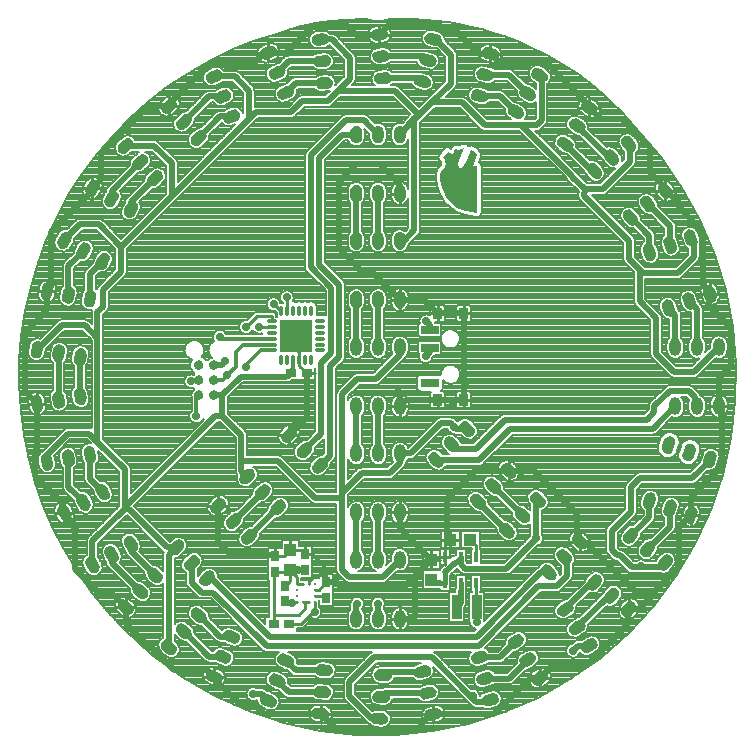
<source format=gtl>
G04 DipTrace 2.4.0.2*
%INpeace.gtl*%
%MOMM*%
%ADD10C,0.25*%
%ADD14C,0.254*%
%ADD15C,0.508*%
%ADD16C,0.305*%
%ADD17C,0.4*%
%ADD18C,0.28*%
%ADD19C,0.203*%
%ADD24O,0.28X1.0*%
%ADD25O,1.0X0.28*%
%ADD26C,0.711*%
%ADD27R,2.7X2.7*%
%ADD29R,0.4X0.9*%
%ADD32O,1.0X1.5*%
%ADD33R,1.1X1.0*%
%ADD34R,1.0X1.1*%
%ADD35R,0.85X2.0*%
%ADD39R,0.9X0.7*%
%ADD40R,0.7X0.9*%
%ADD42R,0.25X0.275*%
%ADD43R,0.275X0.25*%
%ADD46C,0.711*%
%FSLAX53Y53*%
G04*
G71*
G90*
G75*
G01*
%LNTop*%
%LPD*%
X49451Y23674D2*
D14*
Y21670D1*
X49505Y21616D1*
X49451Y25874D2*
Y26839D1*
X48981Y27309D1*
X34981Y24785D2*
X34422D1*
X34384Y24747D1*
X33754D1*
X33724Y24777D1*
X32306Y20172D2*
Y20971D1*
Y24475D1*
X32454Y24622D1*
X33569D1*
X33724Y24777D1*
Y23817D1*
X33290Y23384D1*
X34808Y23542D2*
X34308D1*
Y24193D1*
X33724Y24777D1*
X35308Y22042D2*
X34991D1*
X34808D1*
X34991D2*
Y21534D1*
X34428Y20971D1*
X32306D1*
X49505Y21616D2*
D15*
Y20374D1*
X49504Y20373D1*
X45540Y45071D2*
Y45502D1*
X45246Y45795D1*
X33812Y41399D2*
Y41569D1*
D16*
X33360Y41117D1*
X33574D1*
X33956Y41499D1*
Y42538D1*
X27251Y39567D2*
D15*
X27978D1*
X29527Y41117D1*
X33360D1*
X46851Y23674D2*
D17*
X46397D1*
D15*
X45931D1*
X45669Y23936D1*
X46851Y23674D2*
D17*
Y24574D1*
D15*
X47653Y25376D1*
D17*
X48151Y25874D1*
X27978Y39567D2*
D15*
Y37763D1*
X29586Y36154D1*
Y33981D1*
Y33161D1*
X30083Y32663D1*
X43009Y43623D2*
Y42977D1*
X40951Y40919D1*
X39386D1*
X38119Y39652D1*
Y31303D1*
Y30857D1*
Y24745D1*
X38697Y24167D1*
X41553D1*
X43009Y25623D1*
Y34623D2*
Y33810D1*
X42143Y32944D1*
X39760D1*
X38119Y31303D1*
X29586Y33981D2*
X32684D1*
X35808Y30857D1*
X38119D1*
X16976Y25193D2*
Y27178D1*
X19732Y29934D1*
Y30117D1*
Y33274D1*
X17396Y35611D1*
X16712Y36295D1*
X14904D1*
X12853Y34243D1*
Y33909D1*
X13114D1*
X17396Y35611D2*
Y44403D1*
X16321Y45478D1*
X14363D1*
X12291Y43406D1*
X17396Y44403D2*
Y46583D1*
X17861Y47049D1*
Y48459D1*
X19396Y49994D1*
Y52109D1*
X17488Y54017D1*
X15958D1*
X14596Y52656D1*
X19780Y60656D2*
X22214D1*
X23697Y59173D1*
Y56410D1*
X19396Y52109D1*
X27281Y66539D2*
X29014D1*
X30206Y65347D1*
Y62919D1*
X23697Y56410D1*
X36285Y69668D2*
X37216D1*
X38776Y68108D1*
Y66339D1*
X37751Y65314D1*
X36900Y64463D1*
X34756D1*
X33791Y63499D1*
X30785D1*
X30206Y62919D1*
X45818Y69704D2*
X46017D1*
X47327Y68393D1*
Y65941D1*
X45734Y64348D1*
X44645Y63259D1*
X43009Y61623D1*
X37751Y65314D2*
X42591D1*
X44645Y63259D1*
X43009Y52623D2*
X43342D1*
X44216Y53497D1*
Y63039D1*
X43009Y61623D1*
X45734Y64348D2*
X48261D1*
X50174Y62435D1*
X53353D1*
X54610D1*
X55008Y62832D1*
Y66481D1*
X54846Y66642D1*
X53353Y62435D2*
Y62368D1*
X57590Y58131D1*
Y58065D1*
X58649Y57006D1*
X60172D1*
X62489Y59323D1*
Y60717D1*
X62390Y60816D1*
X58649Y57006D2*
X58607Y56444D1*
X62410Y52642D1*
Y51054D1*
X63292Y50171D1*
X63557Y49906D1*
X66558D1*
X67881Y51230D1*
Y52608D1*
X67634Y52855D1*
X63292Y50171D2*
Y47523D1*
X64704Y46111D1*
Y43023D1*
X66205Y41522D1*
X67909D1*
X70009Y43623D1*
X69256Y34122D2*
Y34013D1*
X67777Y32533D1*
X63337D1*
X62560Y31756D1*
Y29703D1*
X60950Y28093D1*
Y26428D1*
X61394Y25984D1*
X61616D1*
X62615Y24985D1*
X63410D1*
X65072D1*
X65462Y25375D1*
X27978Y37763D2*
X27378D1*
X19732Y30117D1*
X24083Y26663D2*
X23304D1*
X20150Y29818D1*
X19732Y30117D1*
X30597Y14262D2*
X31295D1*
X31859Y13698D1*
X41268Y12165D2*
X40619D1*
X38734Y14050D1*
Y15248D1*
X40842Y17357D1*
X45682D1*
X49051Y13988D1*
X49468Y13571D1*
X50467D1*
X50665Y13769D1*
X49164Y14101D2*
X49051Y13988D1*
X59032Y18341D2*
X58096D1*
X57660Y17906D1*
X48151Y25874D2*
D17*
Y25238D1*
D15*
X48521Y24868D1*
X52027D1*
X54506Y27346D1*
Y30508D1*
X54693Y30696D1*
X54555Y27435D2*
X54506Y27346D1*
X63410Y25053D2*
Y24985D1*
X47612Y36866D2*
X47782Y36696D1*
X48693D1*
X43009Y34623D2*
X43921D1*
X46479Y37181D1*
X47297D1*
X47612Y36866D1*
X23459Y18204D2*
Y26039D1*
X24083Y26663D1*
X46851Y25874D2*
D14*
Y26879D1*
X47281Y27309D1*
X46851Y25874D2*
X45907D1*
X45669Y25636D1*
X32454Y25922D2*
X33169D1*
X33724Y26477D1*
X34589D1*
X34981Y26085D1*
X35558D1*
X36669Y24974D1*
Y24482D1*
Y23811D1*
X36780Y23700D1*
X35808Y23042D2*
X36121D1*
X36780Y23700D1*
X35308Y23542D2*
Y23793D1*
X35802Y24287D1*
X36474D1*
X36669Y24482D1*
X35106Y45488D2*
D15*
X34206Y44588D1*
X34456Y42538D2*
D18*
Y43292D1*
D15*
Y43438D1*
X34206Y43688D1*
X34456Y42538D2*
D14*
Y42055D1*
X35112Y41399D1*
D15*
Y37692D1*
X34291Y36871D1*
X33619Y36199D1*
X27251Y42107D2*
X27928D1*
X28228Y42407D1*
X43009Y20623D2*
X44068D1*
X44307Y20862D1*
Y24274D1*
X45669Y25636D1*
X43009Y29623D2*
Y28296D1*
X45669Y25636D1*
X43009Y47623D2*
X45038D1*
X46190Y46471D1*
X48390D1*
Y40346D1*
Y39171D1*
X47399D1*
X46190D1*
X43557D1*
X43009Y38623D1*
X52229Y33161D2*
X53330D1*
X54344D1*
X58031Y29474D1*
Y27359D1*
X58229Y27161D1*
X52229Y33161D2*
X49357D1*
X46968Y30771D1*
Y27622D1*
X47281Y27309D1*
X54848Y15603D2*
X55947Y16701D1*
X58855D1*
X62314Y20159D1*
Y21353D1*
X62390Y21430D1*
X45818Y12542D2*
X51005D1*
X54066Y15603D1*
X54848D1*
X36285Y12578D2*
Y12556D1*
X37753Y11088D1*
X44448D1*
X45558Y12608D1*
X45818Y12542D1*
X62390Y21430D2*
X63251D1*
X64437Y22616D1*
X64233D1*
X66631Y25014D1*
Y28386D1*
X67637Y29391D1*
Y30924D1*
X70255Y33541D1*
Y38378D1*
X70009Y38623D1*
Y41014D1*
X71004Y42008D1*
Y45279D1*
X69153Y47130D1*
Y48126D1*
X69258D1*
X69452D1*
X68685Y48893D1*
Y53391D1*
X66598Y55478D1*
Y55801D1*
X65529Y56870D1*
X65461D1*
X65705D1*
X64140Y58436D1*
Y60590D1*
X61801Y62929D1*
X60011D1*
X59032Y63907D1*
Y64064D1*
X55268Y67828D1*
X51314D1*
X50665Y68477D1*
X49670D1*
X47574Y70573D1*
X46611D1*
X46290Y70894D1*
X42081D1*
X41268Y70081D1*
X39264D1*
X38453Y70893D1*
X35732D1*
X33387Y68547D1*
X31860D1*
Y68901D1*
X30626Y67667D1*
X26913D1*
X23289Y64042D1*
X23459D1*
X21666D1*
X17670Y60047D1*
Y57747D1*
X16976Y57053D1*
Y56832D1*
X13491Y53347D1*
Y48715D1*
X13114Y48337D1*
X27619Y30199D2*
Y29103D1*
Y27115D1*
X28809Y25925D1*
X31561D1*
X31628Y25992D1*
X32384D1*
X32454Y25922D1*
X13114Y48337D2*
Y46746D1*
X11222Y44854D1*
Y39909D1*
X12291Y38840D1*
Y35116D1*
X12073Y34898D1*
Y32746D1*
X14391Y30428D1*
Y29590D1*
X14596D1*
Y29275D1*
X15521Y28351D1*
X14596Y29590D2*
X14439D1*
X15498Y28532D1*
Y24844D1*
X17445Y22896D1*
X18474D1*
X19780Y21590D1*
Y20205D1*
X21770Y18215D1*
Y18380D1*
X23869Y16282D1*
X26707D1*
X27281Y15708D1*
Y15531D1*
X29435Y13377D1*
X30664D1*
X31483Y12558D1*
X36265D1*
X43009Y38623D2*
Y39615D1*
X42827Y39798D1*
X43009Y56623D2*
Y57354D1*
X41280Y59084D1*
X39319D1*
X37848Y57613D1*
Y51974D1*
X39809Y50013D1*
X40619D1*
X43009Y47623D1*
X36780Y23700D2*
X37629D1*
X38120Y23209D1*
X43241D1*
X44307Y24274D1*
X47399Y39085D2*
Y39171D1*
X48520Y40346D2*
X48390D1*
X53330Y33154D2*
Y33161D1*
X58229Y27161D2*
X58646D1*
X62873Y22934D1*
X64119D1*
X64437Y22616D1*
X27649Y29103D2*
X27619D1*
X34113Y37048D2*
X34291Y36871D1*
X48151Y23674D2*
D17*
Y22970D1*
D15*
Y21961D1*
X47805Y21616D1*
X25981Y39567D2*
D16*
X25780D1*
Y37794D1*
X25752Y37766D1*
X32156Y43338D2*
X31235D1*
X29820Y41923D1*
X30013D1*
X32156Y44338D2*
X27914D1*
X27757Y44495D1*
X25981Y40837D2*
X25449D1*
X25340Y40728D1*
X32156Y43838D2*
X29716D1*
X29111Y43233D1*
Y41961D1*
X28027Y40877D1*
X27251D1*
Y40837D1*
X28388Y41236D2*
X29111Y41961D1*
X32956Y46638D2*
D14*
X32306Y47267D1*
X41159Y20623D2*
D15*
Y21898D1*
X41142D1*
X33456Y46638D2*
D14*
X33425Y47826D1*
X39309Y20623D2*
D15*
Y21816D1*
X39391Y21898D1*
X45540Y43571D2*
Y43225D1*
X45177Y42863D1*
X39309Y25623D2*
Y29623D1*
X41159Y25623D2*
Y29623D1*
X39309Y34623D2*
Y38623D1*
X41159Y34623D2*
Y38623D1*
X39309Y43623D2*
Y47623D1*
X41159Y43623D2*
Y47623D1*
Y52623D2*
Y56623D1*
X39309Y52623D2*
Y56623D1*
Y61623D2*
X38128D1*
X36174Y59668D1*
Y50615D1*
X37886Y48903D1*
Y42814D1*
X37097Y42025D1*
Y34444D1*
X36235Y33583D1*
X34927Y34891D2*
X36341Y36305D1*
Y42285D1*
X37205Y43149D1*
Y48623D1*
X35464Y50364D1*
Y59896D1*
X38408Y62839D1*
X39943D1*
X41159Y61623D1*
X28927Y28891D2*
X31392Y31355D1*
X30235Y27583D2*
X32700Y30047D1*
X26700Y24047D2*
X27053D1*
X32002Y19098D1*
X49492D1*
X54938Y24544D1*
X55613D1*
X25392Y25355D2*
Y23685D1*
X26240Y22837D1*
X27183D1*
X31711Y18308D1*
X49666D1*
X54723Y23365D1*
X56274D1*
X57145Y24235D1*
Y25629D1*
X56921Y25852D1*
X32156Y45838D2*
D14*
Y46250D1*
X30909D1*
X29979Y45319D1*
X34308Y22042D2*
D10*
X33941D1*
D15*
X33856Y21957D1*
X33417D1*
X33290Y22084D1*
X32156Y45338D2*
D14*
X31069D1*
X31065Y45342D1*
X35808Y22042D2*
Y21243D1*
X35777Y21212D1*
X35655D1*
X34637Y20194D1*
X33629D1*
X33606Y20172D1*
X35808Y22542D2*
X36638D1*
X36780Y22400D1*
X52077Y28080D2*
D15*
X49613Y30544D1*
X50921Y31852D2*
X53385Y29388D1*
X46077Y34080D2*
X49730D1*
X52363Y36712D1*
X64399D1*
X66309Y38623D1*
X47385Y35388D2*
Y34982D1*
X49411D1*
X51917Y37488D1*
X63889D1*
X64558Y38158D1*
Y38604D1*
X65877Y39922D1*
X67455D1*
X68001Y39376D1*
Y38465D1*
X68159Y38623D1*
X66309Y43623D2*
Y46374D1*
X65758Y46925D1*
X68159Y43623D2*
Y46874D1*
X67508Y47525D1*
X64135Y51654D2*
Y53004D1*
X62541Y54598D1*
X65885Y52254D2*
Y53850D1*
X64001Y55734D1*
X60930Y59680D2*
X60699D1*
X58020Y62359D1*
X59470Y58543D2*
X59275D1*
X57008Y60810D1*
X49757Y64890D2*
X51477D1*
X52823Y63545D1*
X50211Y66683D2*
X52245D1*
X53834Y65093D1*
X41421Y68237D2*
X45037D1*
X45364Y67911D1*
X41574Y66394D2*
X44633D1*
X44910Y66117D1*
X36591Y65981D2*
X34168D1*
X33346Y65159D1*
X36438Y67824D2*
X33574D1*
X32603Y66853D1*
X28767Y63151D2*
X27795D1*
X25965Y61320D1*
X28024Y64845D2*
X26875D1*
X24712Y62681D1*
X20230Y55292D2*
Y55878D1*
X22286Y57934D1*
X18603Y56173D2*
Y56865D1*
X21033Y59295D1*
X16764Y47728D2*
Y49808D1*
X17850Y50895D1*
X14939Y48033D2*
Y50491D1*
X16223Y51775D1*
X15941Y39449D2*
Y42797D1*
X14116Y39145D2*
Y43101D1*
X14939Y34213D2*
Y31755D1*
X16223Y30471D1*
X16764Y34518D2*
Y32438D1*
X17850Y31351D1*
X20230Y26954D2*
Y26368D1*
X22286Y24312D1*
X18603Y26073D2*
Y25381D1*
X21033Y22951D1*
X28024Y17402D2*
X26875D1*
X24712Y19565D1*
X28768Y19096D2*
X27795D1*
X25965Y20926D1*
X36591Y16265D2*
X34167D1*
X33346Y17086D1*
X36438Y14422D2*
X33573D1*
X32602Y15392D1*
X44910Y16129D2*
X41851D1*
X41574Y15852D1*
X45364Y14336D2*
X41748D1*
X41421Y14008D1*
X49757Y17356D2*
X51479D1*
X52822Y18699D1*
X59471Y23703D2*
X59272D1*
X57006Y21437D1*
X60931Y22566D2*
X60697D1*
X58019Y19889D1*
X64136Y30590D2*
Y29242D1*
X62542Y27648D1*
X65887Y29991D2*
Y28396D1*
X64002Y26512D1*
X50211Y15562D2*
X52247D1*
X53835Y17151D1*
D46*
X25752Y37766D3*
X25340Y40728D3*
X27757Y44495D3*
X30013Y41923D3*
X15521Y28351D3*
X49504Y20373D3*
X45177Y42863D3*
X45246Y45795D3*
X32306Y47267D3*
X33425Y47826D3*
X39391Y21898D3*
X41142D3*
X31065Y45342D3*
X29979Y45319D3*
X28388Y41236D3*
X28228Y42407D3*
X30597Y14262D3*
X49164Y14101D3*
X57660Y17906D3*
X54555Y27435D3*
X63410Y25053D3*
X47612Y36866D3*
X42827Y39798D3*
X47399Y39085D3*
X48520Y40346D3*
X53330Y33154D3*
X27649Y29103D3*
X34113Y37048D3*
X33856Y21957D3*
X35777Y21212D3*
X34384Y24747D3*
X38009Y71324D2*
D19*
X40391D1*
X41927D2*
X45150D1*
X36336Y71124D2*
X47011D1*
X35294Y70925D2*
X48182D1*
X34456Y70725D2*
X40699D1*
X41908D2*
X49122D1*
X33735Y70525D2*
X40435D1*
X42127D2*
X49932D1*
X33119Y70325D2*
X35758D1*
X36904D2*
X40324D1*
X42238D2*
X45080D1*
X46337D2*
X50624D1*
X32497Y70125D2*
X35466D1*
X37415D2*
X40267D1*
X42263D2*
X44915D1*
X46623D2*
X51262D1*
X31872Y69925D2*
X35346D1*
X37672D2*
X40283D1*
X42244D2*
X44848D1*
X46759D2*
X51859D1*
X31243Y69725D2*
X35285D1*
X37872D2*
X40356D1*
X42168D2*
X44826D1*
X46804D2*
X52392D1*
X30662Y69526D2*
X35298D1*
X38072D2*
X40496D1*
X41981D2*
X44864D1*
X46908D2*
X52907D1*
X30157Y69326D2*
X31780D1*
X32376D2*
X35365D1*
X38272D2*
X44982D1*
X47108D2*
X53383D1*
X29655Y69126D2*
X31326D1*
X32662D2*
X35498D1*
X38472D2*
X45217D1*
X47308D2*
X49960D1*
X51122D2*
X53837D1*
X29151Y68926D2*
X31050D1*
X32776D2*
X35949D1*
X36266D2*
X37244D1*
X38672D2*
X40994D1*
X41994D2*
X45871D1*
X47508D2*
X49782D1*
X51449D2*
X54266D1*
X28690Y68726D2*
X30939D1*
X32837D2*
X37444D1*
X38872D2*
X40635D1*
X45099D2*
X46280D1*
X47709D2*
X49703D1*
X51595D2*
X54681D1*
X28274Y68526D2*
X30888D1*
X32830D2*
X36051D1*
X36987D2*
X37644D1*
X39073D2*
X40496D1*
X45892D2*
X46480D1*
X47820D2*
X49668D1*
X51642D2*
X55069D1*
X27858Y68326D2*
X30885D1*
X32757D2*
X35666D1*
X37263D2*
X37844D1*
X39234D2*
X40423D1*
X46172D2*
X46680D1*
X47839D2*
X49706D1*
X51652D2*
X55456D1*
X27442Y68126D2*
X30961D1*
X32621D2*
X33161D1*
X37380D2*
X38044D1*
X39285D2*
X40432D1*
X46308D2*
X46817D1*
X47839D2*
X49805D1*
X51601D2*
X55809D1*
X27027Y67927D2*
X31104D1*
X32297D2*
X32961D1*
X37428D2*
X38244D1*
X39285D2*
X40483D1*
X46350D2*
X46817D1*
X47839D2*
X50008D1*
X51461D2*
X56164D1*
X26668Y67727D2*
X31501D1*
X31738D2*
X32761D1*
X37434D2*
X38267D1*
X39285D2*
X40604D1*
X42181D2*
X44414D1*
X46343D2*
X46817D1*
X47839D2*
X50605D1*
X51163D2*
X56498D1*
X26319Y67527D2*
X32285D1*
X37361D2*
X38267D1*
X39285D2*
X40892D1*
X41771D2*
X44531D1*
X46289D2*
X46817D1*
X47839D2*
X56821D1*
X25966Y67327D2*
X27234D1*
X27760D2*
X31914D1*
X33789D2*
X35609D1*
X37212D2*
X38267D1*
X39285D2*
X44772D1*
X46134D2*
X46817D1*
X47839D2*
X49497D1*
X50680D2*
X54126D1*
X55163D2*
X57142D1*
X25614Y67127D2*
X26767D1*
X28074D2*
X31733D1*
X33589D2*
X35879D1*
X36837D2*
X38267D1*
X39285D2*
X41486D1*
X41971D2*
X45506D1*
X45772D2*
X46817D1*
X47839D2*
X49325D1*
X52474D2*
X53980D1*
X55471D2*
X57441D1*
X25264Y66927D2*
X26481D1*
X29335D2*
X31637D1*
X33577D2*
X38267D1*
X39285D2*
X40835D1*
X42371D2*
X46817D1*
X47839D2*
X49249D1*
X52715D2*
X53907D1*
X55675D2*
X57739D1*
X24947Y66727D2*
X26367D1*
X29541D2*
X31628D1*
X33551D2*
X36663D1*
X36899D2*
X38267D1*
X39285D2*
X40664D1*
X45448D2*
X46817D1*
X47839D2*
X49214D1*
X52916D2*
X53881D1*
X55763D2*
X58028D1*
X24648Y66528D2*
X26310D1*
X29738D2*
X31663D1*
X33446D2*
X35866D1*
X37374D2*
X38251D1*
X39285D2*
X40588D1*
X45724D2*
X46817D1*
X47839D2*
X49252D1*
X53116D2*
X53939D1*
X55808D2*
X58304D1*
X24347Y66328D2*
X26303D1*
X29938D2*
X31752D1*
X33224D2*
X33799D1*
X37507D2*
X38051D1*
X39285D2*
X40581D1*
X45854D2*
X46817D1*
X47839D2*
X49357D1*
X53312D2*
X54046D1*
X55783D2*
X58577D1*
X24045Y66128D2*
X26376D1*
X30138D2*
X31971D1*
X32802D2*
X33599D1*
X37577D2*
X37851D1*
X39238D2*
X40610D1*
X45896D2*
X46801D1*
X47839D2*
X49563D1*
X51004D2*
X52087D1*
X53512D2*
X54266D1*
X55694D2*
X58841D1*
X23747Y65928D2*
X26516D1*
X27741D2*
X28910D1*
X30338D2*
X33244D1*
X39079D2*
X40727D1*
X45886D2*
X46601D1*
X47839D2*
X50173D1*
X50696D2*
X52288D1*
X53846D2*
X54497D1*
X55519D2*
X59095D1*
X23445Y65728D2*
X26888D1*
X27211D2*
X29110D1*
X30538D2*
X32790D1*
X42873D2*
X44080D1*
X45832D2*
X46401D1*
X47791D2*
X52484D1*
X54230D2*
X54497D1*
X55519D2*
X59349D1*
X23182Y65528D2*
X27729D1*
X28706D2*
X29310D1*
X30681D2*
X32529D1*
X43089D2*
X44328D1*
X45673D2*
X46201D1*
X47629D2*
X49036D1*
X50239D2*
X52684D1*
X55519D2*
X59593D1*
X22921Y65328D2*
X26773D1*
X28897D2*
X29510D1*
X30716D2*
X32422D1*
X34323D2*
X35965D1*
X43289D2*
X46001D1*
X47429D2*
X48865D1*
X51719D2*
X52884D1*
X55519D2*
X59828D1*
X22661Y65128D2*
X26446D1*
X28982D2*
X29694D1*
X30716D2*
X32374D1*
X34316D2*
X36851D1*
X43489D2*
X45801D1*
X47229D2*
X48792D1*
X51953D2*
X52878D1*
X55519D2*
X60060D1*
X22404Y64929D2*
X23500D1*
X23817D2*
X26246D1*
X28998D2*
X29694D1*
X30716D2*
X32371D1*
X34240D2*
X34581D1*
X43689D2*
X45601D1*
X47029D2*
X48760D1*
X52154D2*
X52942D1*
X55519D2*
X60292D1*
X22143Y64729D2*
X23097D1*
X24172D2*
X26046D1*
X28976D2*
X29694D1*
X30716D2*
X32450D1*
X34094D2*
X34307D1*
X37879D2*
X42461D1*
X43889D2*
X45401D1*
X48591D2*
X48801D1*
X52354D2*
X53081D1*
X55519D2*
X58536D1*
X59078D2*
X60508D1*
X21883Y64529D2*
X22881D1*
X24321D2*
X25846D1*
X28871D2*
X29694D1*
X30716D2*
X32603D1*
X33764D2*
X34107D1*
X37679D2*
X42661D1*
X44089D2*
X45201D1*
X48794D2*
X48906D1*
X52554D2*
X53332D1*
X55519D2*
X58253D1*
X59446D2*
X60723D1*
X21642Y64329D2*
X22690D1*
X24385D2*
X25646D1*
X28659D2*
X29694D1*
X30716D2*
X33025D1*
X33175D2*
X33907D1*
X37479D2*
X42861D1*
X44289D2*
X45001D1*
X48994D2*
X49121D1*
X50544D2*
X51325D1*
X52969D2*
X53640D1*
X55519D2*
X58126D1*
X59729D2*
X60939D1*
X21416Y64129D2*
X22563D1*
X24382D2*
X25446D1*
X26874D2*
X27380D1*
X28246D2*
X29694D1*
X30716D2*
X33707D1*
X37279D2*
X43061D1*
X44489D2*
X44801D1*
X49194D2*
X49741D1*
X50229D2*
X51526D1*
X53293D2*
X54497D1*
X55519D2*
X58085D1*
X59904D2*
X61143D1*
X21191Y63929D2*
X22531D1*
X24344D2*
X25246D1*
X26674D2*
X28691D1*
X29281D2*
X29694D1*
X34935D2*
X43261D1*
X49394D2*
X51726D1*
X53554D2*
X54497D1*
X55519D2*
X58079D1*
X59970D2*
X61343D1*
X20965Y63729D2*
X22541D1*
X24210D2*
X25046D1*
X26474D2*
X28234D1*
X29570D2*
X29694D1*
X34735D2*
X43461D1*
X45829D2*
X48166D1*
X49594D2*
X51868D1*
X53709D2*
X54497D1*
X55519D2*
X58145D1*
X59986D2*
X61543D1*
X20740Y63530D2*
X22604D1*
X24010D2*
X24605D1*
X26274D2*
X27462D1*
X34535D2*
X43661D1*
X45629D2*
X48366D1*
X49794D2*
X51881D1*
X53773D2*
X54497D1*
X55519D2*
X58295D1*
X59958D2*
X61736D1*
X20515Y63330D2*
X22770D1*
X23791D2*
X24309D1*
X26074D2*
X27259D1*
X34335D2*
X43798D1*
X45429D2*
X48566D1*
X49995D2*
X51948D1*
X53773D2*
X54497D1*
X55519D2*
X58549D1*
X59837D2*
X61920D1*
X20289Y63130D2*
X24090D1*
X25874D2*
X27059D1*
X34135D2*
X37984D1*
X40365D2*
X43629D1*
X45229D2*
X48766D1*
X50195D2*
X52119D1*
X53735D2*
X54497D1*
X55519D2*
X57441D1*
X58202D2*
X58866D1*
X59602D2*
X62108D1*
X20080Y62930D2*
X23916D1*
X25674D2*
X26862D1*
X30932D2*
X37784D1*
X40565D2*
X43458D1*
X45029D2*
X48966D1*
X50395D2*
X52395D1*
X53604D2*
X54393D1*
X55519D2*
X57209D1*
X58513D2*
X62292D1*
X19883Y62730D2*
X23808D1*
X25630D2*
X26662D1*
X30732D2*
X37584D1*
X40765D2*
X43286D1*
X44829D2*
X49166D1*
X55506D2*
X57094D1*
X58764D2*
X62467D1*
X19686Y62530D2*
X23779D1*
X25576D2*
X26462D1*
X27887D2*
X28014D1*
X30532D2*
X37384D1*
X41482D2*
X42686D1*
X44727D2*
X49367D1*
X55414D2*
X57066D1*
X58910D2*
X62638D1*
X19492Y62330D2*
X23805D1*
X25436D2*
X26262D1*
X27690D2*
X28408D1*
X28649D2*
X28904D1*
X30332D2*
X37184D1*
X41740D2*
X42429D1*
X44727D2*
X49567D1*
X55221D2*
X57082D1*
X58977D2*
X62809D1*
X19295Y62130D2*
X23878D1*
X25220D2*
X25792D1*
X27490D2*
X28704D1*
X30132D2*
X36984D1*
X41863D2*
X42305D1*
X44727D2*
X49763D1*
X55021D2*
X57152D1*
X58967D2*
X62981D1*
X19099Y61931D2*
X24059D1*
X24988D2*
X25519D1*
X27290D2*
X28504D1*
X29932D2*
X36784D1*
X41908D2*
X42261D1*
X44727D2*
X53075D1*
X54503D2*
X57329D1*
X59161D2*
X63152D1*
X18902Y61731D2*
X25303D1*
X27090D2*
X28304D1*
X29732D2*
X36587D1*
X40066D2*
X40337D1*
X41917D2*
X42251D1*
X44727D2*
X53275D1*
X54703D2*
X57615D1*
X59361D2*
X62108D1*
X62371D2*
X63327D1*
X18708Y61531D2*
X19734D1*
X20169D2*
X25144D1*
X26903D2*
X28104D1*
X29532D2*
X36387D1*
X40066D2*
X40403D1*
X41917D2*
X42251D1*
X44727D2*
X53475D1*
X54903D2*
X56345D1*
X57272D2*
X57990D1*
X59561D2*
X61701D1*
X62768D2*
X63498D1*
X18537Y61331D2*
X19407D1*
X20502D2*
X25056D1*
X26877D2*
X27904D1*
X29332D2*
X36187D1*
X40063D2*
X40407D1*
X41911D2*
X42258D1*
X44727D2*
X53675D1*
X55103D2*
X56164D1*
X57576D2*
X58333D1*
X59761D2*
X61565D1*
X62942D2*
X63670D1*
X18365Y61131D2*
X19188D1*
X22356D2*
X25027D1*
X26801D2*
X27703D1*
X29132D2*
X35987D1*
X38352D2*
X38603D1*
X40015D2*
X40451D1*
X41867D2*
X42302D1*
X44727D2*
X53875D1*
X55303D2*
X56072D1*
X57802D2*
X58533D1*
X59961D2*
X61492D1*
X63098D2*
X63845D1*
X18197Y60931D2*
X19004D1*
X22651D2*
X25071D1*
X26649D2*
X27503D1*
X28932D2*
X35787D1*
X38152D2*
X38714D1*
X39904D2*
X40565D1*
X41752D2*
X42416D1*
X43603D2*
X43705D1*
X44727D2*
X54075D1*
X55503D2*
X56047D1*
X57916D2*
X58733D1*
X60161D2*
X61492D1*
X63215D2*
X64016D1*
X18025Y60731D2*
X18883D1*
X22851D2*
X25163D1*
X26433D2*
X27303D1*
X28732D2*
X35587D1*
X37952D2*
X38953D1*
X39666D2*
X40804D1*
X41517D2*
X42651D1*
X43365D2*
X43705D1*
X44727D2*
X47614D1*
X47788D2*
X47973D1*
X48766D2*
X54275D1*
X55703D2*
X56088D1*
X57973D2*
X58933D1*
X60361D2*
X61549D1*
X63288D2*
X64191D1*
X17854Y60532D2*
X18852D1*
X23051D2*
X25364D1*
X26176D2*
X27103D1*
X28532D2*
X35387D1*
X37752D2*
X43705D1*
X44727D2*
X46922D1*
X47169D2*
X47347D1*
X49461D2*
X54475D1*
X55903D2*
X56174D1*
X58002D2*
X59133D1*
X61132D2*
X61657D1*
X63285D2*
X64362D1*
X17686Y60332D2*
X18867D1*
X23251D2*
X26903D1*
X28331D2*
X35187D1*
X37552D2*
X43705D1*
X44727D2*
X46674D1*
X49667D2*
X54675D1*
X56103D2*
X56374D1*
X58202D2*
X59333D1*
X61377D2*
X61813D1*
X63228D2*
X64533D1*
X17514Y60132D2*
X18931D1*
X20318D2*
X20906D1*
X21518D2*
X22023D1*
X23452D2*
X26703D1*
X28131D2*
X35016D1*
X37352D2*
X43705D1*
X44727D2*
X46509D1*
X49836D2*
X54875D1*
X56303D2*
X56679D1*
X58399D2*
X59533D1*
X61532D2*
X61974D1*
X63114D2*
X64708D1*
X17343Y59932D2*
X19102D1*
X20099D2*
X20617D1*
X21791D2*
X22223D1*
X23652D2*
X26503D1*
X27931D2*
X34955D1*
X37152D2*
X43705D1*
X44727D2*
X46344D1*
X49925D2*
X55075D1*
X56503D2*
X57174D1*
X58599D2*
X59733D1*
X61688D2*
X61978D1*
X62999D2*
X64880D1*
X17197Y59732D2*
X20401D1*
X21912D2*
X22423D1*
X23852D2*
X26306D1*
X27731D2*
X34952D1*
X36952D2*
X43705D1*
X44727D2*
X46252D1*
X49893D2*
X55275D1*
X56703D2*
X57371D1*
X58799D2*
X59933D1*
X61786D2*
X61978D1*
X62999D2*
X65054D1*
X17048Y59532D2*
X20230D1*
X21969D2*
X22623D1*
X24052D2*
X26106D1*
X27531D2*
X34952D1*
X36752D2*
X43705D1*
X44727D2*
X46287D1*
X49817D2*
X55475D1*
X56903D2*
X57571D1*
X58999D2*
X60117D1*
X61828D2*
X61978D1*
X62999D2*
X65197D1*
X16901Y59332D2*
X20128D1*
X21950D2*
X22824D1*
X24182D2*
X25906D1*
X27335D2*
X34952D1*
X36685D2*
X43705D1*
X44727D2*
X46455D1*
X49737D2*
X55675D1*
X57103D2*
X57771D1*
X59758D2*
X60247D1*
X62999D2*
X65337D1*
X16752Y59132D2*
X20096D1*
X21886D2*
X23024D1*
X24207D2*
X25706D1*
X27135D2*
X34952D1*
X36685D2*
X43705D1*
X44727D2*
X46490D1*
X49899D2*
X55875D1*
X57303D2*
X57971D1*
X59964D2*
X60403D1*
X62961D2*
X65476D1*
X16606Y58933D2*
X19956D1*
X21747D2*
X23185D1*
X24207D2*
X25506D1*
X26934D2*
X34952D1*
X36685D2*
X43705D1*
X44727D2*
X46376D1*
X49937D2*
X56075D1*
X57503D2*
X58171D1*
X60120D2*
X60593D1*
X62812D2*
X65616D1*
X16457Y58733D2*
X19756D1*
X21531D2*
X22093D1*
X22864D2*
X23185D1*
X24207D2*
X25306D1*
X26734D2*
X34952D1*
X36685D2*
X43705D1*
X44727D2*
X46185D1*
X49937D2*
X56275D1*
X57703D2*
X58371D1*
X60262D2*
X61184D1*
X62612D2*
X65756D1*
X16311Y58533D2*
X19556D1*
X21293D2*
X21830D1*
X23077D2*
X23185D1*
X24207D2*
X25106D1*
X26534D2*
X34952D1*
X36685D2*
X43705D1*
X44727D2*
X46103D1*
X49937D2*
X56475D1*
X57903D2*
X58571D1*
X60355D2*
X60984D1*
X62412D2*
X65896D1*
X16162Y58333D2*
X19356D1*
X20785D2*
X21614D1*
X24207D2*
X24906D1*
X26334D2*
X34952D1*
X36685D2*
X43705D1*
X44727D2*
X46033D1*
X49937D2*
X56675D1*
X58056D2*
X58688D1*
X60367D2*
X60787D1*
X62212D2*
X66035D1*
X16025Y58133D2*
X19156D1*
X20584D2*
X21458D1*
X24207D2*
X24706D1*
X26134D2*
X34952D1*
X36685D2*
X43705D1*
X44727D2*
X46014D1*
X49937D2*
X56875D1*
X58237D2*
X58834D1*
X60345D2*
X60587D1*
X62012D2*
X66172D1*
X15898Y57933D2*
X16778D1*
X17416D2*
X18956D1*
X20384D2*
X21376D1*
X24207D2*
X24506D1*
X25934D2*
X34952D1*
X36685D2*
X43705D1*
X44727D2*
X46026D1*
X49937D2*
X57072D1*
X58437D2*
X58990D1*
X60247D2*
X60387D1*
X61812D2*
X66311D1*
X15771Y57733D2*
X16515D1*
X17676D2*
X18756D1*
X20184D2*
X21347D1*
X25734D2*
X34952D1*
X36685D2*
X43705D1*
X44727D2*
X46039D1*
X49937D2*
X57209D1*
X58634D2*
X59209D1*
X60034D2*
X60187D1*
X61615D2*
X64972D1*
X65641D2*
X66451D1*
X15644Y57534D2*
X16378D1*
X17803D2*
X18559D1*
X19984D2*
X21173D1*
X22959D2*
X23185D1*
X25534D2*
X34952D1*
X36685D2*
X38994D1*
X39625D2*
X40842D1*
X41476D2*
X42693D1*
X43327D2*
X43705D1*
X44727D2*
X46080D1*
X49937D2*
X57409D1*
X58834D2*
X59987D1*
X61415D2*
X64718D1*
X65898D2*
X66591D1*
X15517Y57334D2*
X16270D1*
X17841D2*
X18359D1*
X19784D2*
X20972D1*
X22740D2*
X23185D1*
X25334D2*
X34952D1*
X36685D2*
X38730D1*
X39888D2*
X40581D1*
X41740D2*
X42429D1*
X43587D2*
X43705D1*
X44727D2*
X46122D1*
X49937D2*
X57606D1*
X61215D2*
X64610D1*
X66054D2*
X66731D1*
X15390Y57134D2*
X16169D1*
X17829D2*
X18172D1*
X19588D2*
X20772D1*
X22477D2*
X23185D1*
X25134D2*
X34952D1*
X36685D2*
X38606D1*
X40012D2*
X40457D1*
X41863D2*
X42305D1*
X44727D2*
X46163D1*
X49937D2*
X57806D1*
X61015D2*
X64565D1*
X66209D2*
X66870D1*
X15263Y56934D2*
X16115D1*
X17768D2*
X18096D1*
X19388D2*
X20572D1*
X22001D2*
X23185D1*
X24934D2*
X34952D1*
X36685D2*
X38562D1*
X40057D2*
X40410D1*
X41908D2*
X42261D1*
X44727D2*
X46211D1*
X49937D2*
X58006D1*
X60815D2*
X64562D1*
X66311D2*
X66985D1*
X15133Y56734D2*
X16118D1*
X17660D2*
X18048D1*
X19388D2*
X20372D1*
X21801D2*
X23185D1*
X24734D2*
X34952D1*
X36685D2*
X38552D1*
X40066D2*
X40403D1*
X41917D2*
X42251D1*
X44727D2*
X46290D1*
X49937D2*
X58117D1*
X60615D2*
X64645D1*
X66358D2*
X67093D1*
X15006Y56534D2*
X16166D1*
X17552D2*
X17940D1*
X19451D2*
X20172D1*
X21600D2*
X23106D1*
X24534D2*
X34952D1*
X36685D2*
X38552D1*
X40066D2*
X40403D1*
X41917D2*
X42251D1*
X44727D2*
X46376D1*
X49937D2*
X58101D1*
X60326D2*
X63422D1*
X64272D2*
X64768D1*
X66355D2*
X67204D1*
X14892Y56334D2*
X16305D1*
X17403D2*
X17832D1*
X19476D2*
X19972D1*
X21400D2*
X22906D1*
X24334D2*
X34952D1*
X36685D2*
X38556D1*
X40063D2*
X40407D1*
X41914D2*
X42255D1*
X44727D2*
X46490D1*
X49937D2*
X58110D1*
X59431D2*
X63219D1*
X64488D2*
X64924D1*
X66276D2*
X67315D1*
X14784Y56134D2*
X16610D1*
X17082D2*
X17763D1*
X19422D2*
X19791D1*
X21200D2*
X22706D1*
X24134D2*
X34952D1*
X36685D2*
X38600D1*
X40019D2*
X40451D1*
X41867D2*
X42302D1*
X44727D2*
X46601D1*
X49937D2*
X58206D1*
X59631D2*
X63121D1*
X64644D2*
X65108D1*
X66120D2*
X67426D1*
X14676Y55935D2*
X17731D1*
X19334D2*
X19722D1*
X21000D2*
X22506D1*
X23934D2*
X34952D1*
X36685D2*
X38711D1*
X39904D2*
X40562D1*
X41755D2*
X42413D1*
X44727D2*
X46725D1*
X49937D2*
X58403D1*
X59831D2*
X63102D1*
X64787D2*
X67534D1*
X14568Y55735D2*
X17769D1*
X19222D2*
X19614D1*
X21064D2*
X22309D1*
X23734D2*
X34952D1*
X36685D2*
X38800D1*
X39819D2*
X40648D1*
X41670D2*
X42645D1*
X43371D2*
X43705D1*
X44727D2*
X46922D1*
X49937D2*
X58603D1*
X60031D2*
X63121D1*
X64882D2*
X67645D1*
X14457Y55535D2*
X17874D1*
X19102D2*
X19502D1*
X21102D2*
X22109D1*
X23534D2*
X34952D1*
X36685D2*
X38800D1*
X39819D2*
X40648D1*
X41670D2*
X43705D1*
X44727D2*
X47119D1*
X49937D2*
X58803D1*
X60231D2*
X63213D1*
X64914D2*
X67756D1*
X14349Y55335D2*
X18083D1*
X18902D2*
X19414D1*
X21070D2*
X21909D1*
X23337D2*
X34952D1*
X36685D2*
X38800D1*
X39819D2*
X40648D1*
X41670D2*
X43705D1*
X44727D2*
X47363D1*
X49937D2*
X59003D1*
X60431D2*
X61882D1*
X62891D2*
X63359D1*
X65114D2*
X67867D1*
X14241Y55135D2*
X19360D1*
X21004D2*
X21709D1*
X23137D2*
X34952D1*
X36685D2*
X38800D1*
X39819D2*
X40648D1*
X41670D2*
X43705D1*
X44727D2*
X47611D1*
X49937D2*
X59203D1*
X60631D2*
X61727D1*
X63076D2*
X63514D1*
X65314D2*
X67978D1*
X14133Y54935D2*
X19379D1*
X20896D2*
X21509D1*
X22937D2*
X34952D1*
X36685D2*
X38800D1*
X39819D2*
X40648D1*
X41670D2*
X43705D1*
X44727D2*
X48055D1*
X49937D2*
X59403D1*
X60831D2*
X61644D1*
X63231D2*
X63727D1*
X65514D2*
X68086D1*
X14025Y54735D2*
X19442D1*
X20788D2*
X21309D1*
X22737D2*
X34952D1*
X36685D2*
X38800D1*
X39819D2*
X40648D1*
X41670D2*
X43705D1*
X44727D2*
X48649D1*
X49855D2*
X59603D1*
X61031D2*
X61641D1*
X63358D2*
X64286D1*
X65714D2*
X68197D1*
X13923Y54536D2*
X19588D1*
X20623D2*
X21109D1*
X22537D2*
X34952D1*
X36685D2*
X38800D1*
X39819D2*
X40648D1*
X41670D2*
X43705D1*
X44727D2*
X59803D1*
X61231D2*
X61689D1*
X63437D2*
X64486D1*
X65914D2*
X68309D1*
X13831Y54336D2*
X15562D1*
X17883D2*
X20909D1*
X22337D2*
X34952D1*
X36685D2*
X38800D1*
X39819D2*
X40648D1*
X41670D2*
X43705D1*
X44727D2*
X60003D1*
X61431D2*
X61790D1*
X63517D2*
X64686D1*
X66114D2*
X68417D1*
X13739Y54136D2*
X15362D1*
X18083D2*
X20709D1*
X22137D2*
X34952D1*
X36685D2*
X38800D1*
X39819D2*
X40648D1*
X41670D2*
X43705D1*
X44727D2*
X60203D1*
X61631D2*
X61946D1*
X63717D2*
X64886D1*
X66304D2*
X68502D1*
X13650Y53936D2*
X15162D1*
X18283D2*
X20509D1*
X21937D2*
X34952D1*
X36685D2*
X38800D1*
X39819D2*
X40648D1*
X41670D2*
X43705D1*
X44727D2*
X60403D1*
X61831D2*
X62105D1*
X63917D2*
X65086D1*
X66387D2*
X68585D1*
X13558Y53736D2*
X14962D1*
X18483D2*
X20309D1*
X21737D2*
X34952D1*
X36685D2*
X38800D1*
X39819D2*
X40648D1*
X41670D2*
X43705D1*
X44727D2*
X60603D1*
X62031D2*
X62359D1*
X64117D2*
X65286D1*
X66397D2*
X67181D1*
X67908D2*
X68671D1*
X13466Y53536D2*
X14400D1*
X18683D2*
X20109D1*
X21537D2*
X34952D1*
X36685D2*
X38800D1*
X39819D2*
X40648D1*
X41670D2*
X42699D1*
X43321D2*
X43540D1*
X44727D2*
X60803D1*
X62231D2*
X62889D1*
X64317D2*
X65375D1*
X66397D2*
X66953D1*
X68149D2*
X68756D1*
X13377Y53336D2*
X14137D1*
X15990D2*
X17455D1*
X18883D2*
X19909D1*
X21337D2*
X34952D1*
X36685D2*
X38733D1*
X39885D2*
X40581D1*
X41736D2*
X42432D1*
X44699D2*
X61003D1*
X62428D2*
X63089D1*
X64517D2*
X65375D1*
X66397D2*
X66851D1*
X68267D2*
X68839D1*
X13285Y53136D2*
X14000D1*
X15790D2*
X17655D1*
X19083D2*
X19709D1*
X21137D2*
X34952D1*
X36685D2*
X38606D1*
X40012D2*
X40457D1*
X41863D2*
X42305D1*
X44568D2*
X61203D1*
X62628D2*
X63289D1*
X64628D2*
X65375D1*
X66397D2*
X66800D1*
X68336D2*
X68925D1*
X13193Y52937D2*
X13892D1*
X15590D2*
X17855D1*
X19283D2*
X19509D1*
X20937D2*
X34952D1*
X36685D2*
X38562D1*
X40057D2*
X40410D1*
X41908D2*
X42261D1*
X44368D2*
X61400D1*
X62822D2*
X63489D1*
X64644D2*
X65203D1*
X66400D2*
X66823D1*
X68406D2*
X69010D1*
X13101Y52737D2*
X13791D1*
X15447D2*
X18055D1*
X20737D2*
X34952D1*
X36685D2*
X38552D1*
X40066D2*
X40403D1*
X41917D2*
X42251D1*
X44168D2*
X61600D1*
X62910D2*
X63625D1*
X64644D2*
X65102D1*
X66517D2*
X66877D1*
X68451D2*
X69093D1*
X13025Y52537D2*
X13733D1*
X15390D2*
X15835D1*
X16860D2*
X18255D1*
X20537D2*
X34952D1*
X36685D2*
X38552D1*
X40066D2*
X40403D1*
X41917D2*
X42251D1*
X43968D2*
X61800D1*
X62920D2*
X63625D1*
X64644D2*
X65051D1*
X66587D2*
X66943D1*
X68467D2*
X69179D1*
X12949Y52337D2*
X13740D1*
X15282D2*
X15670D1*
X17009D2*
X18455D1*
X20337D2*
X34952D1*
X36685D2*
X38556D1*
X40063D2*
X40407D1*
X41914D2*
X42255D1*
X43768D2*
X61898D1*
X62920D2*
X63457D1*
X64647D2*
X65070D1*
X66654D2*
X67020D1*
X68403D2*
X69264D1*
X12876Y52137D2*
X13784D1*
X15174D2*
X15562D1*
X17073D2*
X18655D1*
X20137D2*
X34952D1*
X36685D2*
X38600D1*
X40019D2*
X40451D1*
X41870D2*
X42299D1*
X43718D2*
X61898D1*
X62920D2*
X63352D1*
X64768D2*
X65127D1*
X66701D2*
X67143D1*
X68390D2*
X69347D1*
X12799Y51937D2*
X13924D1*
X15022D2*
X15454D1*
X17095D2*
X18855D1*
X19937D2*
X34952D1*
X36685D2*
X38711D1*
X39908D2*
X40559D1*
X41759D2*
X42410D1*
X43610D2*
X61898D1*
X62920D2*
X63302D1*
X64838D2*
X65194D1*
X66717D2*
X67372D1*
X68390D2*
X69433D1*
X12726Y51737D2*
X14229D1*
X14704D2*
X15384D1*
X17041D2*
X17563D1*
X18359D2*
X18887D1*
X19908D2*
X34952D1*
X36685D2*
X38940D1*
X39679D2*
X40791D1*
X41527D2*
X42642D1*
X43378D2*
X61898D1*
X62920D2*
X63321D1*
X64904D2*
X65267D1*
X66654D2*
X67372D1*
X68390D2*
X69518D1*
X12650Y51538D2*
X15273D1*
X16952D2*
X17356D1*
X18578D2*
X18887D1*
X19908D2*
X34952D1*
X36685D2*
X61898D1*
X62920D2*
X63375D1*
X64952D2*
X65391D1*
X66530D2*
X67372D1*
X68390D2*
X69601D1*
X12577Y51338D2*
X15073D1*
X16844D2*
X17232D1*
X18686D2*
X18887D1*
X19908D2*
X34952D1*
X36685D2*
X61898D1*
X62920D2*
X63444D1*
X64968D2*
X65667D1*
X66235D2*
X67274D1*
X68390D2*
X69674D1*
X12501Y51138D2*
X14873D1*
X16721D2*
X17124D1*
X18721D2*
X18887D1*
X19908D2*
X34952D1*
X36685D2*
X61898D1*
X63041D2*
X63517D1*
X64904D2*
X67077D1*
X68384D2*
X69734D1*
X12428Y50938D2*
X14673D1*
X16520D2*
X17032D1*
X18692D2*
X18887D1*
X19908D2*
X34952D1*
X36685D2*
X61914D1*
X63241D2*
X63641D1*
X64780D2*
X66877D1*
X68295D2*
X69794D1*
X12352Y50738D2*
X14495D1*
X15901D2*
X16978D1*
X18622D2*
X18887D1*
X19908D2*
X34952D1*
X36764D2*
X62013D1*
X63437D2*
X63918D1*
X64488D2*
X66677D1*
X68105D2*
X69858D1*
X12291Y50538D2*
X14432D1*
X15701D2*
X16781D1*
X18514D2*
X18887D1*
X19908D2*
X34952D1*
X36964D2*
X62213D1*
X63637D2*
X66477D1*
X67905D2*
X69918D1*
X12231Y50338D2*
X14429D1*
X15501D2*
X16581D1*
X18406D2*
X18887D1*
X19908D2*
X34955D1*
X37164D2*
X62413D1*
X67705D2*
X69979D1*
X12174Y50138D2*
X14429D1*
X15451D2*
X16381D1*
X18245D2*
X18826D1*
X19908D2*
X35009D1*
X37364D2*
X62609D1*
X67505D2*
X70039D1*
X12114Y49939D2*
X14429D1*
X15451D2*
X16270D1*
X17610D2*
X18626D1*
X19905D2*
X35174D1*
X37564D2*
X62781D1*
X67305D2*
X70102D1*
X12053Y49739D2*
X14429D1*
X15451D2*
X16254D1*
X17409D2*
X18426D1*
X19835D2*
X35374D1*
X37764D2*
X62781D1*
X67105D2*
X70163D1*
X11996Y49539D2*
X14429D1*
X15451D2*
X16254D1*
X17273D2*
X18226D1*
X19654D2*
X35574D1*
X37964D2*
X62781D1*
X66901D2*
X70223D1*
X11936Y49339D2*
X14429D1*
X15451D2*
X16254D1*
X17273D2*
X18026D1*
X19454D2*
X35774D1*
X38164D2*
X62781D1*
X63803D2*
X70283D1*
X11875Y49139D2*
X12670D1*
X13644D2*
X14429D1*
X15451D2*
X16254D1*
X17273D2*
X17826D1*
X19254D2*
X35974D1*
X38336D2*
X62781D1*
X63803D2*
X70347D1*
X11818Y48939D2*
X12498D1*
X13806D2*
X14429D1*
X15451D2*
X16254D1*
X17273D2*
X17629D1*
X19054D2*
X36174D1*
X38396D2*
X62781D1*
X63803D2*
X68709D1*
X69638D2*
X70407D1*
X11758Y48739D2*
X12416D1*
X13892D2*
X14388D1*
X15571D2*
X16254D1*
X17273D2*
X17439D1*
X18854D2*
X36374D1*
X38396D2*
X62781D1*
X63803D2*
X68524D1*
X69816D2*
X70468D1*
X11710Y48540D2*
X12381D1*
X13904D2*
X14283D1*
X15685D2*
X16254D1*
X18654D2*
X36574D1*
X38396D2*
X39006D1*
X39612D2*
X40854D1*
X41463D2*
X42705D1*
X43314D2*
X62781D1*
X63803D2*
X68451D1*
X69914D2*
X70528D1*
X11666Y48340D2*
X12346D1*
X13882D2*
X14222D1*
X15720D2*
X16153D1*
X18457D2*
X33111D1*
X33739D2*
X36695D1*
X38396D2*
X38737D1*
X39882D2*
X40584D1*
X41733D2*
X42435D1*
X43584D2*
X62781D1*
X63803D2*
X66962D1*
X67889D2*
X68432D1*
X69984D2*
X70579D1*
X11621Y48140D2*
X12324D1*
X13847D2*
X14191D1*
X15724D2*
X16070D1*
X18372D2*
X32901D1*
X33948D2*
X36695D1*
X38396D2*
X38606D1*
X40012D2*
X40457D1*
X41860D2*
X42308D1*
X43711D2*
X62781D1*
X63803D2*
X66775D1*
X68063D2*
X68455D1*
X70051D2*
X70620D1*
X11577Y47940D2*
X12336D1*
X13812D2*
X14156D1*
X15689D2*
X16032D1*
X18372D2*
X32825D1*
X34024D2*
X36695D1*
X38396D2*
X38562D1*
X40057D2*
X40413D1*
X41908D2*
X42261D1*
X43756D2*
X62781D1*
X63803D2*
X66702D1*
X68165D2*
X68521D1*
X70083D2*
X70658D1*
X11533Y47740D2*
X12419D1*
X13733D2*
X14156D1*
X15657D2*
X15997D1*
X18372D2*
X31929D1*
X32681D2*
X32818D1*
X34031D2*
X36695D1*
X38396D2*
X38552D1*
X40066D2*
X40403D1*
X41917D2*
X42251D1*
X43765D2*
X62781D1*
X63803D2*
X65213D1*
X66136D2*
X66680D1*
X68232D2*
X68591D1*
X70073D2*
X70696D1*
X11488Y47540D2*
X12578D1*
X13565D2*
X14188D1*
X15600D2*
X15975D1*
X18372D2*
X31761D1*
X33964D2*
X36695D1*
X38396D2*
X38552D1*
X40066D2*
X40403D1*
X41917D2*
X42251D1*
X43765D2*
X62781D1*
X63990D2*
X65026D1*
X66314D2*
X66705D1*
X68302D2*
X68683D1*
X70003D2*
X70734D1*
X11444Y47340D2*
X14299D1*
X15501D2*
X15985D1*
X18372D2*
X31698D1*
X35847D2*
X36695D1*
X38396D2*
X38556D1*
X40063D2*
X40403D1*
X41914D2*
X42255D1*
X43765D2*
X62816D1*
X64190D2*
X64953D1*
X66416D2*
X66772D1*
X68406D2*
X68832D1*
X69832D2*
X70776D1*
X11399Y47140D2*
X14537D1*
X15273D2*
X16064D1*
X18372D2*
X31707D1*
X35958D2*
X36695D1*
X38396D2*
X38600D1*
X40019D2*
X40451D1*
X41870D2*
X42299D1*
X43718D2*
X45604D1*
X46775D2*
X47804D1*
X48975D2*
X62962D1*
X64390D2*
X64930D1*
X66482D2*
X66842D1*
X68590D2*
X70814D1*
X11355Y46941D2*
X16213D1*
X18359D2*
X31793D1*
X35980D2*
X36695D1*
X38396D2*
X38708D1*
X39911D2*
X40559D1*
X41762D2*
X42407D1*
X43610D2*
X45534D1*
X46845D2*
X47731D1*
X49045D2*
X63162D1*
X64590D2*
X64956D1*
X66552D2*
X66934D1*
X68667D2*
X70852D1*
X11310Y46741D2*
X16912D1*
X18264D2*
X32012D1*
X35980D2*
X36695D1*
X38396D2*
X38800D1*
X39819D2*
X40648D1*
X41670D2*
X42632D1*
X43384D2*
X45534D1*
X46845D2*
X47731D1*
X49045D2*
X63362D1*
X64790D2*
X65022D1*
X66657D2*
X67083D1*
X68670D2*
X70890D1*
X11275Y46541D2*
X16886D1*
X18067D2*
X30672D1*
X32392D2*
X32514D1*
X35980D2*
X36695D1*
X38396D2*
X38800D1*
X39819D2*
X40648D1*
X41670D2*
X45534D1*
X46845D2*
X47731D1*
X49045D2*
X63562D1*
X66790D2*
X67648D1*
X68670D2*
X70931D1*
X11247Y46341D2*
X16886D1*
X17905D2*
X30466D1*
X38396D2*
X38800D1*
X39819D2*
X40648D1*
X41670D2*
X44998D1*
X46845D2*
X47731D1*
X49045D2*
X63762D1*
X66819D2*
X67648D1*
X68670D2*
X70969D1*
X11215Y46141D2*
X16886D1*
X17905D2*
X30266D1*
X38396D2*
X38800D1*
X39819D2*
X40648D1*
X41670D2*
X44747D1*
X46845D2*
X47731D1*
X49045D2*
X63962D1*
X65215D2*
X65330D1*
X66819D2*
X67648D1*
X68670D2*
X71007D1*
X11186Y45941D2*
X14181D1*
X16501D2*
X16886D1*
X17905D2*
X30066D1*
X38396D2*
X38800D1*
X39819D2*
X40648D1*
X41670D2*
X44652D1*
X46845D2*
X47735D1*
X49045D2*
X64162D1*
X65215D2*
X65797D1*
X66819D2*
X67648D1*
X68670D2*
X71049D1*
X11155Y45741D2*
X13914D1*
X16771D2*
X16886D1*
X17905D2*
X29545D1*
X38396D2*
X38800D1*
X39819D2*
X40648D1*
X41670D2*
X44636D1*
X46667D2*
X47912D1*
X48867D2*
X64194D1*
X65215D2*
X65797D1*
X66819D2*
X67648D1*
X68670D2*
X71087D1*
X11126Y45542D2*
X13714D1*
X17905D2*
X29408D1*
X38396D2*
X38800D1*
X39819D2*
X40648D1*
X41670D2*
X44566D1*
X46515D2*
X64194D1*
X65215D2*
X65797D1*
X66819D2*
X67648D1*
X68670D2*
X71125D1*
X11094Y45342D2*
X13514D1*
X17905D2*
X29367D1*
X38396D2*
X38800D1*
X39819D2*
X40648D1*
X41670D2*
X44534D1*
X46546D2*
X64194D1*
X65215D2*
X65797D1*
X66819D2*
X67648D1*
X68670D2*
X71163D1*
X11066Y45142D2*
X13314D1*
X17905D2*
X29393D1*
X38396D2*
X38800D1*
X39819D2*
X40648D1*
X41670D2*
X44534D1*
X46546D2*
X64194D1*
X65215D2*
X65797D1*
X66819D2*
X67648D1*
X68670D2*
X71182D1*
X11034Y44942D2*
X13114D1*
X14542D2*
X16143D1*
X17905D2*
X27348D1*
X28166D2*
X29501D1*
X30456D2*
X30609D1*
X38396D2*
X38800D1*
X39819D2*
X40648D1*
X41670D2*
X44534D1*
X46546D2*
X46744D1*
X47836D2*
X64194D1*
X65215D2*
X65797D1*
X66819D2*
X67648D1*
X68670D2*
X71201D1*
X11006Y44742D2*
X12914D1*
X14342D2*
X16343D1*
X17905D2*
X27199D1*
X28316D2*
X29824D1*
X30132D2*
X31282D1*
X38396D2*
X38800D1*
X39819D2*
X40648D1*
X41670D2*
X44534D1*
X48007D2*
X64194D1*
X65215D2*
X65797D1*
X66819D2*
X67648D1*
X68670D2*
X71217D1*
X10977Y44542D2*
X12714D1*
X14142D2*
X16543D1*
X17905D2*
X27148D1*
X38396D2*
X38800D1*
X39819D2*
X40648D1*
X41670D2*
X42683D1*
X43337D2*
X44614D1*
X48093D2*
X64194D1*
X65215D2*
X65797D1*
X66819D2*
X67648D1*
X68670D2*
X69683D1*
X70337D2*
X71236D1*
X10961Y44342D2*
X12092D1*
X13942D2*
X16743D1*
X17905D2*
X27164D1*
X38396D2*
X38721D1*
X39898D2*
X40572D1*
X41746D2*
X42423D1*
X43597D2*
X46455D1*
X48124D2*
X64194D1*
X65215D2*
X65721D1*
X66898D2*
X67572D1*
X68746D2*
X69423D1*
X70597D2*
X71255D1*
X10945Y44142D2*
X11775D1*
X13742D2*
X16886D1*
X17905D2*
X25237D1*
X25963D2*
X27262D1*
X38396D2*
X38603D1*
X40015D2*
X40454D1*
X41867D2*
X42302D1*
X43714D2*
X44687D1*
X48102D2*
X64194D1*
X65215D2*
X65603D1*
X67016D2*
X67454D1*
X68864D2*
X69302D1*
X70715D2*
X71271D1*
X10929Y43943D2*
X11648D1*
X13542D2*
X13714D1*
X14590D2*
X16886D1*
X17905D2*
X24960D1*
X26239D2*
X26992D1*
X38396D2*
X38556D1*
X40063D2*
X40407D1*
X41914D2*
X42255D1*
X43762D2*
X44534D1*
X48029D2*
X64194D1*
X65215D2*
X65556D1*
X67063D2*
X67407D1*
X68911D2*
X69255D1*
X70762D2*
X71290D1*
X10913Y43743D2*
X11581D1*
X13342D2*
X13518D1*
X14787D2*
X15775D1*
X16206D2*
X16886D1*
X17905D2*
X24824D1*
X26376D2*
X26856D1*
X38396D2*
X38552D1*
X40066D2*
X40403D1*
X41917D2*
X42251D1*
X43765D2*
X44534D1*
X46546D2*
X46696D1*
X47883D2*
X64194D1*
X65215D2*
X65553D1*
X67066D2*
X67404D1*
X68918D2*
X69252D1*
X70765D2*
X71306D1*
X10898Y43543D2*
X11546D1*
X13142D2*
X13435D1*
X14889D2*
X15435D1*
X16543D2*
X16886D1*
X17905D2*
X24757D1*
X26442D2*
X26789D1*
X38396D2*
X38552D1*
X40066D2*
X40403D1*
X41917D2*
X42251D1*
X43765D2*
X44534D1*
X46546D2*
X47033D1*
X47547D2*
X64194D1*
X65215D2*
X65553D1*
X67066D2*
X67404D1*
X68918D2*
X69217D1*
X70765D2*
X71325D1*
X10882Y43343D2*
X11514D1*
X13047D2*
X13391D1*
X14901D2*
X15302D1*
X16663D2*
X16886D1*
X17905D2*
X24741D1*
X26458D2*
X26773D1*
X38396D2*
X38552D1*
X40066D2*
X40403D1*
X41914D2*
X42255D1*
X43765D2*
X44534D1*
X46546D2*
X64194D1*
X65215D2*
X65553D1*
X67066D2*
X67404D1*
X68914D2*
X69017D1*
X70765D2*
X71341D1*
X10866Y43143D2*
X11505D1*
X13015D2*
X13356D1*
X14889D2*
X15232D1*
X16721D2*
X16886D1*
X17905D2*
X24776D1*
X26426D2*
X26808D1*
X38396D2*
X38591D1*
X40028D2*
X40438D1*
X41879D2*
X42289D1*
X43730D2*
X44547D1*
X46534D2*
X64194D1*
X65298D2*
X65591D1*
X67028D2*
X67439D1*
X70730D2*
X71360D1*
X10850Y42943D2*
X11527D1*
X12964D2*
X13324D1*
X14857D2*
X15197D1*
X16730D2*
X16886D1*
X17905D2*
X24862D1*
X26338D2*
X26894D1*
X38396D2*
X38692D1*
X39927D2*
X40540D1*
X41778D2*
X42261D1*
X43629D2*
X44569D1*
X45962D2*
X64200D1*
X65498D2*
X65692D1*
X66927D2*
X67540D1*
X70629D2*
X71379D1*
X10834Y42743D2*
X11632D1*
X12879D2*
X13337D1*
X14822D2*
X15165D1*
X16698D2*
X16886D1*
X17905D2*
X25030D1*
X26411D2*
X27062D1*
X38390D2*
X38908D1*
X39711D2*
X40756D1*
X41562D2*
X42061D1*
X43460D2*
X44579D1*
X45778D2*
X64279D1*
X65698D2*
X65908D1*
X66711D2*
X67756D1*
X70413D2*
X71395D1*
X10818Y42544D2*
X11848D1*
X12669D2*
X13400D1*
X14749D2*
X15156D1*
X16667D2*
X16886D1*
X17905D2*
X25344D1*
X26617D2*
X26776D1*
X38314D2*
X41861D1*
X43289D2*
X44658D1*
X45696D2*
X64470D1*
X65898D2*
X68216D1*
X69645D2*
X71414D1*
X10812Y42344D2*
X13524D1*
X14625D2*
X15172D1*
X16619D2*
X16886D1*
X17905D2*
X25243D1*
X38130D2*
X41661D1*
X43089D2*
X44874D1*
X45483D2*
X64670D1*
X66098D2*
X68016D1*
X69445D2*
X71430D1*
X10809Y42144D2*
X13606D1*
X14625D2*
X15277D1*
X16533D2*
X16886D1*
X17905D2*
X25205D1*
X37930D2*
X41461D1*
X42889D2*
X64870D1*
X66298D2*
X67816D1*
X69245D2*
X71442D1*
X10809Y41944D2*
X13606D1*
X14625D2*
X15429D1*
X16451D2*
X16886D1*
X17905D2*
X25221D1*
X37729D2*
X41261D1*
X42689D2*
X46747D1*
X47832D2*
X65070D1*
X69045D2*
X71439D1*
X10805Y41744D2*
X13606D1*
X14625D2*
X15429D1*
X16451D2*
X16886D1*
X17905D2*
X25297D1*
X37609D2*
X41064D1*
X42489D2*
X46576D1*
X48004D2*
X65270D1*
X68844D2*
X71436D1*
X10802Y41544D2*
X13606D1*
X14625D2*
X15429D1*
X16451D2*
X16886D1*
X17905D2*
X25456D1*
X37609D2*
X40864D1*
X42289D2*
X46487D1*
X48093D2*
X65470D1*
X68644D2*
X71433D1*
X10802Y41344D2*
X13606D1*
X14625D2*
X15429D1*
X16451D2*
X16886D1*
X17905D2*
X25519D1*
X37609D2*
X39121D1*
X42089D2*
X46455D1*
X48124D2*
X65670D1*
X68444D2*
X71430D1*
X10799Y41144D2*
X13606D1*
X14625D2*
X15429D1*
X16451D2*
X16886D1*
X17905D2*
X24897D1*
X37609D2*
X38899D1*
X41892D2*
X44483D1*
X48105D2*
X65870D1*
X68241D2*
X71426D1*
X10796Y40945D2*
X13606D1*
X14625D2*
X15429D1*
X16451D2*
X16886D1*
X17905D2*
X24767D1*
X37609D2*
X38699D1*
X41692D2*
X44407D1*
X48032D2*
X71423D1*
X10796Y40745D2*
X13606D1*
X14625D2*
X15429D1*
X16451D2*
X16886D1*
X17905D2*
X24729D1*
X33707D2*
X35831D1*
X37609D2*
X38498D1*
X41492D2*
X44407D1*
X47883D2*
X71420D1*
X10793Y40545D2*
X13606D1*
X14625D2*
X15429D1*
X16451D2*
X16886D1*
X17905D2*
X24757D1*
X29668D2*
X35831D1*
X37609D2*
X38298D1*
X41289D2*
X44407D1*
X46673D2*
X47027D1*
X47553D2*
X71420D1*
X10793Y40345D2*
X13606D1*
X14625D2*
X15429D1*
X16451D2*
X16886D1*
X17905D2*
X24868D1*
X29468D2*
X35831D1*
X37609D2*
X38098D1*
X39527D2*
X44407D1*
X46673D2*
X65610D1*
X67724D2*
X71417D1*
X10805Y40145D2*
X13606D1*
X14625D2*
X15302D1*
X16501D2*
X16886D1*
X17905D2*
X25217D1*
X29268D2*
X35831D1*
X37609D2*
X37898D1*
X39327D2*
X44414D1*
X46664D2*
X65388D1*
X67946D2*
X71414D1*
X10818Y39945D2*
X13584D1*
X14625D2*
X15191D1*
X16600D2*
X16886D1*
X17905D2*
X25459D1*
X29068D2*
X35831D1*
X39126D2*
X44534D1*
X46546D2*
X65188D1*
X68146D2*
X71411D1*
X10828Y39745D2*
X11908D1*
X12596D2*
X13422D1*
X14733D2*
X15156D1*
X16657D2*
X16886D1*
X17905D2*
X25357D1*
X28868D2*
X35831D1*
X38926D2*
X45544D1*
X46835D2*
X47744D1*
X49036D2*
X64988D1*
X68346D2*
X71407D1*
X10840Y39546D2*
X11657D1*
X12844D2*
X13340D1*
X14812D2*
X15159D1*
X16692D2*
X16886D1*
X17905D2*
X25332D1*
X28671D2*
X35831D1*
X38726D2*
X38991D1*
X39628D2*
X40838D1*
X41479D2*
X42689D1*
X43330D2*
X45534D1*
X46845D2*
X47731D1*
X49045D2*
X64787D1*
X68483D2*
X69690D1*
X70330D2*
X71404D1*
X10853Y39346D2*
X11546D1*
X12945D2*
X13327D1*
X14850D2*
X15191D1*
X16724D2*
X16886D1*
X17905D2*
X25370D1*
X28487D2*
X35831D1*
X39895D2*
X40575D1*
X41743D2*
X42426D1*
X43594D2*
X45534D1*
X46845D2*
X47731D1*
X49045D2*
X64587D1*
X66895D2*
X67318D1*
X68743D2*
X69423D1*
X70594D2*
X71401D1*
X10866Y39146D2*
X11508D1*
X13006D2*
X13349D1*
X14882D2*
X15226D1*
X16724D2*
X16886D1*
X17905D2*
X25370D1*
X28487D2*
X35831D1*
X40012D2*
X40454D1*
X41863D2*
X42305D1*
X43714D2*
X45534D1*
X46845D2*
X47731D1*
X49045D2*
X64387D1*
X67013D2*
X67454D1*
X68864D2*
X69306D1*
X70715D2*
X71398D1*
X10875Y38946D2*
X11508D1*
X13041D2*
X13381D1*
X14904D2*
X15283D1*
X16689D2*
X16886D1*
X17905D2*
X25370D1*
X28487D2*
X35831D1*
X40063D2*
X40407D1*
X41911D2*
X42258D1*
X43762D2*
X45534D1*
X46845D2*
X47731D1*
X49045D2*
X64187D1*
X67063D2*
X67407D1*
X68911D2*
X69255D1*
X70762D2*
X71385D1*
X10888Y38746D2*
X11540D1*
X13072D2*
X13419D1*
X14895D2*
X15388D1*
X16578D2*
X16886D1*
X17905D2*
X25370D1*
X28487D2*
X35831D1*
X40066D2*
X40403D1*
X41917D2*
X42251D1*
X43765D2*
X45534D1*
X46845D2*
X47731D1*
X49045D2*
X64070D1*
X67066D2*
X67404D1*
X68918D2*
X69252D1*
X70765D2*
X71360D1*
X10901Y38546D2*
X11574D1*
X13076D2*
X13499D1*
X14809D2*
X15632D1*
X16327D2*
X16886D1*
X17905D2*
X25370D1*
X28487D2*
X35831D1*
X40066D2*
X40403D1*
X41917D2*
X42251D1*
X43765D2*
X45569D1*
X46810D2*
X47769D1*
X49010D2*
X64048D1*
X67066D2*
X67404D1*
X68918D2*
X69252D1*
X70765D2*
X71334D1*
X10910Y38346D2*
X11632D1*
X13044D2*
X13667D1*
X14650D2*
X16886D1*
X17905D2*
X25370D1*
X28487D2*
X35831D1*
X40066D2*
X40403D1*
X41914D2*
X42255D1*
X43765D2*
X64032D1*
X67066D2*
X67404D1*
X68914D2*
X69252D1*
X70765D2*
X71312D1*
X10932Y38146D2*
X11727D1*
X12933D2*
X16886D1*
X17905D2*
X25278D1*
X28487D2*
X35831D1*
X40031D2*
X40438D1*
X41879D2*
X42289D1*
X43730D2*
X63835D1*
X67032D2*
X67439D1*
X68879D2*
X69290D1*
X70730D2*
X71287D1*
X10961Y37947D2*
X11962D1*
X12691D2*
X16886D1*
X17905D2*
X25170D1*
X28506D2*
X35831D1*
X39930D2*
X40540D1*
X41781D2*
X42388D1*
X43629D2*
X51722D1*
X66930D2*
X67537D1*
X68781D2*
X69388D1*
X70629D2*
X71264D1*
X10986Y37747D2*
X16886D1*
X17905D2*
X25141D1*
X28706D2*
X35831D1*
X39819D2*
X40648D1*
X41670D2*
X42601D1*
X43416D2*
X51462D1*
X66717D2*
X67753D1*
X68568D2*
X69601D1*
X70416D2*
X71239D1*
X11012Y37547D2*
X16886D1*
X17905D2*
X25183D1*
X28906D2*
X35831D1*
X39819D2*
X40648D1*
X41670D2*
X46131D1*
X47645D2*
X48230D1*
X48826D2*
X51262D1*
X65946D2*
X71217D1*
X11037Y37347D2*
X16886D1*
X17905D2*
X25313D1*
X29106D2*
X35831D1*
X39819D2*
X40648D1*
X41670D2*
X45931D1*
X49106D2*
X51062D1*
X65746D2*
X71191D1*
X11063Y37147D2*
X16886D1*
X17905D2*
X26049D1*
X27477D2*
X27878D1*
X29306D2*
X35831D1*
X39819D2*
X40648D1*
X41670D2*
X45731D1*
X49306D2*
X50862D1*
X65549D2*
X71166D1*
X11088Y36947D2*
X16886D1*
X17905D2*
X25849D1*
X27277D2*
X28078D1*
X29506D2*
X33323D1*
X34269D2*
X35831D1*
X39819D2*
X40648D1*
X41670D2*
X45531D1*
X49477D2*
X50662D1*
X65349D2*
X71144D1*
X11113Y36747D2*
X14696D1*
X17905D2*
X25649D1*
X27077D2*
X28278D1*
X29706D2*
X33107D1*
X34450D2*
X35831D1*
X39819D2*
X40648D1*
X41670D2*
X45331D1*
X49591D2*
X50462D1*
X65149D2*
X71118D1*
X11139Y36548D2*
X14445D1*
X17905D2*
X25449D1*
X26877D2*
X28478D1*
X29906D2*
X32907D1*
X34523D2*
X35831D1*
X39819D2*
X40648D1*
X41670D2*
X45131D1*
X46559D2*
X47093D1*
X49617D2*
X50262D1*
X64949D2*
X71096D1*
X11167Y36348D2*
X14245D1*
X17905D2*
X25249D1*
X26677D2*
X28678D1*
X30056D2*
X32771D1*
X34542D2*
X35670D1*
X39819D2*
X40648D1*
X41670D2*
X44931D1*
X46359D2*
X47306D1*
X49598D2*
X50062D1*
X64746D2*
X65476D1*
X66174D2*
X71071D1*
X11196Y36148D2*
X14045D1*
X17905D2*
X25049D1*
X26477D2*
X28878D1*
X30097D2*
X32707D1*
X34516D2*
X35470D1*
X39819D2*
X40648D1*
X41670D2*
X44731D1*
X46159D2*
X46747D1*
X47661D2*
X48179D1*
X49525D2*
X49862D1*
X52512D2*
X65188D1*
X66470D2*
X71049D1*
X11237Y35948D2*
X13845D1*
X17905D2*
X24849D1*
X26277D2*
X29075D1*
X30097D2*
X32688D1*
X34402D2*
X35270D1*
X39819D2*
X40648D1*
X41670D2*
X44531D1*
X45959D2*
X46560D1*
X47886D2*
X48398D1*
X49344D2*
X49662D1*
X52312D2*
X65057D1*
X66622D2*
X71023D1*
X11275Y35748D2*
X13645D1*
X15073D2*
X16543D1*
X17971D2*
X24649D1*
X26077D2*
X29075D1*
X30097D2*
X32752D1*
X34231D2*
X34806D1*
X39819D2*
X40648D1*
X41670D2*
X44331D1*
X45759D2*
X46487D1*
X48086D2*
X49462D1*
X52112D2*
X64968D1*
X66692D2*
X67226D1*
X67927D2*
X70982D1*
X11317Y35548D2*
X13445D1*
X14873D2*
X16743D1*
X18171D2*
X24449D1*
X25877D2*
X29075D1*
X30097D2*
X32872D1*
X34031D2*
X34523D1*
X36298D2*
X36587D1*
X39819D2*
X40648D1*
X41670D2*
X42696D1*
X43324D2*
X44131D1*
X45559D2*
X46461D1*
X48226D2*
X49262D1*
X51912D2*
X64902D1*
X66711D2*
X66937D1*
X68219D2*
X70937D1*
X11358Y35348D2*
X13245D1*
X14673D2*
X16273D1*
X18372D2*
X24249D1*
X25677D2*
X29075D1*
X30097D2*
X33155D1*
X33751D2*
X34323D1*
X36098D2*
X36587D1*
X39892D2*
X40578D1*
X41743D2*
X42426D1*
X43591D2*
X43931D1*
X45359D2*
X46487D1*
X51712D2*
X64832D1*
X66692D2*
X66808D1*
X68371D2*
X70890D1*
X11396Y35148D2*
X13045D1*
X14473D2*
X14619D1*
X15143D2*
X16086D1*
X18572D2*
X24049D1*
X25477D2*
X29075D1*
X30097D2*
X34149D1*
X35898D2*
X36587D1*
X40012D2*
X40457D1*
X41863D2*
X42305D1*
X45159D2*
X46595D1*
X51512D2*
X64807D1*
X68441D2*
X70845D1*
X11437Y34949D2*
X12844D1*
X15457D2*
X15991D1*
X18772D2*
X23849D1*
X25277D2*
X29075D1*
X30097D2*
X34031D1*
X35840D2*
X36587D1*
X40063D2*
X40407D1*
X41911D2*
X42258D1*
X44959D2*
X45664D1*
X46172D2*
X46763D1*
X51312D2*
X64803D1*
X68463D2*
X68896D1*
X69791D2*
X70801D1*
X11475Y34749D2*
X12638D1*
X14073D2*
X14210D1*
X15581D2*
X15975D1*
X18972D2*
X23649D1*
X25077D2*
X29075D1*
X30097D2*
X34006D1*
X35780D2*
X36587D1*
X40066D2*
X40403D1*
X41917D2*
X42251D1*
X44759D2*
X45347D1*
X46470D2*
X46934D1*
X51112D2*
X64870D1*
X68441D2*
X68709D1*
X69981D2*
X70756D1*
X11517Y34549D2*
X12444D1*
X13873D2*
X14159D1*
X15651D2*
X15991D1*
X17524D2*
X17744D1*
X19172D2*
X23449D1*
X24877D2*
X29075D1*
X30097D2*
X34022D1*
X35647D2*
X36489D1*
X40066D2*
X40403D1*
X41917D2*
X42251D1*
X44559D2*
X45217D1*
X50912D2*
X64984D1*
X66365D2*
X66556D1*
X68381D2*
X68604D1*
X70057D2*
X70709D1*
X11558Y34349D2*
X12343D1*
X13796D2*
X14149D1*
X15682D2*
X16026D1*
X17556D2*
X17944D1*
X19372D2*
X23249D1*
X24677D2*
X29075D1*
X33027D2*
X34092D1*
X35447D2*
X35968D1*
X40066D2*
X40403D1*
X41914D2*
X42255D1*
X44362D2*
X45150D1*
X50712D2*
X65200D1*
X66127D2*
X66553D1*
X68311D2*
X68534D1*
X70086D2*
X70664D1*
X11596Y34149D2*
X12327D1*
X13841D2*
X14181D1*
X15717D2*
X16058D1*
X17543D2*
X18144D1*
X19572D2*
X23049D1*
X24477D2*
X29075D1*
X33231D2*
X34273D1*
X35231D2*
X35739D1*
X40031D2*
X40438D1*
X41882D2*
X42286D1*
X44067D2*
X45163D1*
X50512D2*
X66623D1*
X68238D2*
X68467D1*
X70064D2*
X70620D1*
X11653Y33949D2*
X12340D1*
X13876D2*
X14216D1*
X15724D2*
X16134D1*
X17473D2*
X18344D1*
X19772D2*
X22849D1*
X24277D2*
X29075D1*
X33431D2*
X35539D1*
X37317D2*
X37609D1*
X39933D2*
X40537D1*
X41781D2*
X42388D1*
X43632D2*
X45217D1*
X50312D2*
X51624D1*
X52458D2*
X66737D1*
X68114D2*
X68432D1*
X69997D2*
X70572D1*
X11707Y33749D2*
X12368D1*
X13904D2*
X14267D1*
X15705D2*
X16254D1*
X17340D2*
X18544D1*
X19972D2*
X22652D1*
X24077D2*
X29075D1*
X33631D2*
X35400D1*
X37161D2*
X37609D1*
X38628D2*
X38899D1*
X39720D2*
X40746D1*
X41571D2*
X42235D1*
X43518D2*
X45347D1*
X50115D2*
X51424D1*
X52703D2*
X66953D1*
X67876D2*
X68280D1*
X69927D2*
X70528D1*
X11761Y33550D2*
X12406D1*
X13895D2*
X14353D1*
X15597D2*
X16254D1*
X17273D2*
X18744D1*
X20159D2*
X22452D1*
X23877D2*
X29075D1*
X33831D2*
X35327D1*
X37136D2*
X37609D1*
X38628D2*
X42035D1*
X43444D2*
X45547D1*
X46918D2*
X51338D1*
X52903D2*
X68080D1*
X69838D2*
X70483D1*
X11815Y33350D2*
X12479D1*
X13831D2*
X14429D1*
X15451D2*
X16254D1*
X17273D2*
X18944D1*
X20238D2*
X22252D1*
X23677D2*
X29075D1*
X30795D2*
X32603D1*
X34031D2*
X35304D1*
X37031D2*
X37609D1*
X38628D2*
X39464D1*
X43264D2*
X45753D1*
X46743D2*
X51303D1*
X53052D2*
X67880D1*
X69699D2*
X70436D1*
X11872Y33150D2*
X12622D1*
X13704D2*
X14429D1*
X15451D2*
X16254D1*
X17273D2*
X19144D1*
X20242D2*
X22052D1*
X23480D2*
X29075D1*
X30938D2*
X32803D1*
X34227D2*
X35362D1*
X36863D2*
X37609D1*
X38628D2*
X39251D1*
X43063D2*
X51325D1*
X53135D2*
X67680D1*
X69108D2*
X70391D1*
X11926Y32950D2*
X12991D1*
X13307D2*
X14429D1*
X15451D2*
X16254D1*
X17273D2*
X19220D1*
X20242D2*
X21852D1*
X23280D2*
X29123D1*
X31008D2*
X33003D1*
X34427D2*
X35470D1*
X36666D2*
X37609D1*
X38628D2*
X39051D1*
X42863D2*
X51421D1*
X53157D2*
X63057D1*
X68908D2*
X70347D1*
X11980Y32750D2*
X14429D1*
X15451D2*
X16254D1*
X17273D2*
X19220D1*
X20242D2*
X21652D1*
X23080D2*
X29199D1*
X30998D2*
X33203D1*
X34628D2*
X35720D1*
X36396D2*
X37609D1*
X38628D2*
X38851D1*
X42663D2*
X50592D1*
X50833D2*
X51576D1*
X53112D2*
X62841D1*
X68708D2*
X70290D1*
X12034Y32550D2*
X14429D1*
X15451D2*
X16254D1*
X17365D2*
X19220D1*
X20242D2*
X21452D1*
X22880D2*
X29164D1*
X30954D2*
X33399D1*
X34828D2*
X37609D1*
X42457D2*
X50221D1*
X51284D2*
X51776D1*
X53017D2*
X62641D1*
X68508D2*
X70223D1*
X12091Y32350D2*
X14429D1*
X15451D2*
X16261D1*
X17565D2*
X19220D1*
X20242D2*
X21252D1*
X22680D2*
X29167D1*
X30827D2*
X33599D1*
X35028D2*
X37609D1*
X39879D2*
X50068D1*
X51484D2*
X52034D1*
X52801D2*
X62441D1*
X68308D2*
X70156D1*
X12145Y32150D2*
X14429D1*
X15451D2*
X16347D1*
X18203D2*
X19220D1*
X20242D2*
X21052D1*
X22480D2*
X29237D1*
X30633D2*
X31171D1*
X31989D2*
X33799D1*
X35228D2*
X37609D1*
X39679D2*
X49998D1*
X51674D2*
X62241D1*
X68105D2*
X70087D1*
X12212Y31951D2*
X14429D1*
X15457D2*
X16537D1*
X18381D2*
X19220D1*
X20242D2*
X20852D1*
X22280D2*
X29399D1*
X30430D2*
X30926D1*
X32192D2*
X34000D1*
X35428D2*
X37609D1*
X39479D2*
X50005D1*
X51798D2*
X62089D1*
X63469D2*
X70020D1*
X12282Y31751D2*
X14429D1*
X15657D2*
X16737D1*
X18492D2*
X19220D1*
X20242D2*
X20652D1*
X22080D2*
X30726D1*
X32278D2*
X34200D1*
X35628D2*
X37609D1*
X39282D2*
X50043D1*
X51839D2*
X62051D1*
X63269D2*
X69950D1*
X12352Y31551D2*
X14473D1*
X15857D2*
X16937D1*
X18600D2*
X19220D1*
X20242D2*
X20452D1*
X21880D2*
X30574D1*
X32319D2*
X34400D1*
X35828D2*
X37609D1*
X39082D2*
X50170D1*
X51938D2*
X54243D1*
X54817D2*
X62051D1*
X63069D2*
X64159D1*
X64355D2*
X69883D1*
X12422Y31351D2*
X14629D1*
X16422D2*
X17020D1*
X18679D2*
X19220D1*
X21680D2*
X30485D1*
X32297D2*
X34600D1*
X36028D2*
X37609D1*
X38882D2*
X49033D1*
X49814D2*
X50360D1*
X52138D2*
X53951D1*
X55100D2*
X62051D1*
X63069D2*
X63679D1*
X64736D2*
X69817D1*
X12491Y31151D2*
X14829D1*
X16682D2*
X17102D1*
X18727D2*
X19220D1*
X21480D2*
X30463D1*
X32205D2*
X34800D1*
X38682D2*
X48820D1*
X50068D2*
X50560D1*
X52334D2*
X53827D1*
X55300D2*
X62051D1*
X63069D2*
X63546D1*
X64892D2*
X69747D1*
X12564Y30951D2*
X15029D1*
X16822D2*
X17210D1*
X18692D2*
X19220D1*
X21280D2*
X27332D1*
X28265D2*
X30275D1*
X32049D2*
X32847D1*
X33006D2*
X35000D1*
X38628D2*
X48728D1*
X50268D2*
X51043D1*
X52535D2*
X53764D1*
X55475D2*
X62051D1*
X63069D2*
X63460D1*
X64961D2*
X65905D1*
X66108D2*
X69680D1*
X12634Y30751D2*
X15229D1*
X16930D2*
X17321D1*
X18610D2*
X19220D1*
X21080D2*
X27110D1*
X28449D2*
X30075D1*
X31849D2*
X32342D1*
X33392D2*
X35200D1*
X38628D2*
X48684D1*
X50423D2*
X51310D1*
X52735D2*
X53783D1*
X55589D2*
X62051D1*
X63069D2*
X63394D1*
X64958D2*
X65429D1*
X66489D2*
X69610D1*
X12704Y30552D2*
X15372D1*
X17032D2*
X17496D1*
X18438D2*
X19220D1*
X20880D2*
X26910D1*
X28522D2*
X29875D1*
X31599D2*
X32142D1*
X33548D2*
X35400D1*
X38628D2*
X39003D1*
X39615D2*
X40854D1*
X41466D2*
X42702D1*
X43314D2*
X48706D1*
X50518D2*
X51506D1*
X52935D2*
X53843D1*
X55614D2*
X62051D1*
X63069D2*
X63327D1*
X64923D2*
X65295D1*
X66641D2*
X69544D1*
X12774Y30352D2*
X13959D1*
X14987D2*
X15432D1*
X17086D2*
X19220D1*
X20680D2*
X26773D1*
X28541D2*
X29675D1*
X31103D2*
X31952D1*
X33618D2*
X37609D1*
X38628D2*
X38730D1*
X39888D2*
X40578D1*
X41740D2*
X42429D1*
X43591D2*
X48792D1*
X50541D2*
X51706D1*
X53135D2*
X53977D1*
X55598D2*
X62051D1*
X63069D2*
X63308D1*
X64854D2*
X65213D1*
X66711D2*
X67651D1*
X67856D2*
X69477D1*
X12844Y30152D2*
X13810D1*
X15149D2*
X15537D1*
X17079D2*
X19220D1*
X20531D2*
X26707D1*
X28516D2*
X29475D1*
X30903D2*
X31825D1*
X33618D2*
X37609D1*
X40012D2*
X40457D1*
X41860D2*
X42308D1*
X43711D2*
X48944D1*
X50718D2*
X51907D1*
X53655D2*
X53996D1*
X55529D2*
X62051D1*
X63069D2*
X63340D1*
X64784D2*
X65143D1*
X66708D2*
X67181D1*
X68238D2*
X69407D1*
X12926Y29952D2*
X13746D1*
X15257D2*
X15648D1*
X17035D2*
X19036D1*
X20731D2*
X26687D1*
X28405D2*
X29275D1*
X30703D2*
X31783D1*
X33580D2*
X37609D1*
X40063D2*
X40407D1*
X41911D2*
X42258D1*
X43762D2*
X49144D1*
X50918D2*
X52107D1*
X53884D2*
X53994D1*
X55348D2*
X62051D1*
X63069D2*
X63419D1*
X64679D2*
X65080D1*
X66673D2*
X67048D1*
X68390D2*
X69340D1*
X13015Y29752D2*
X13724D1*
X15368D2*
X15797D1*
X16895D2*
X18836D1*
X20931D2*
X26751D1*
X28233D2*
X28815D1*
X30503D2*
X31691D1*
X33456D2*
X37609D1*
X40066D2*
X40403D1*
X41917D2*
X42251D1*
X43765D2*
X49389D1*
X51118D2*
X52307D1*
X55017D2*
X61895D1*
X63069D2*
X63613D1*
X64647D2*
X65057D1*
X66603D2*
X66962D1*
X68460D2*
X69261D1*
X13101Y29552D2*
X13778D1*
X15438D2*
X16115D1*
X16590D2*
X18636D1*
X21131D2*
X26868D1*
X28033D2*
X28526D1*
X30303D2*
X31491D1*
X33265D2*
X37609D1*
X40066D2*
X40403D1*
X41917D2*
X42251D1*
X43765D2*
X49890D1*
X51318D2*
X52462D1*
X55017D2*
X61695D1*
X63047D2*
X63625D1*
X64647D2*
X65089D1*
X66536D2*
X66893D1*
X68457D2*
X69169D1*
X13187Y29352D2*
X13867D1*
X15466D2*
X18436D1*
X21331D2*
X27145D1*
X27757D2*
X28326D1*
X30103D2*
X31291D1*
X33065D2*
X37609D1*
X40066D2*
X40403D1*
X41917D2*
X42251D1*
X43765D2*
X50090D1*
X51519D2*
X52484D1*
X55017D2*
X61495D1*
X62923D2*
X63533D1*
X64647D2*
X65168D1*
X66428D2*
X66829D1*
X68422D2*
X69077D1*
X13272Y29152D2*
X13975D1*
X15431D2*
X18236D1*
X19664D2*
X20103D1*
X21527D2*
X28151D1*
X29903D2*
X31091D1*
X32637D2*
X37609D1*
X40031D2*
X40435D1*
X41882D2*
X42286D1*
X43733D2*
X50290D1*
X51719D2*
X52592D1*
X55017D2*
X61295D1*
X62723D2*
X63333D1*
X64638D2*
X65365D1*
X66397D2*
X66807D1*
X68352D2*
X68985D1*
X13358Y28953D2*
X14099D1*
X15327D2*
X18036D1*
X19464D2*
X20303D1*
X21727D2*
X28034D1*
X29840D2*
X30891D1*
X32319D2*
X37609D1*
X39933D2*
X40534D1*
X41784D2*
X42385D1*
X43635D2*
X50490D1*
X52160D2*
X52757D1*
X55017D2*
X61095D1*
X62523D2*
X63133D1*
X64552D2*
X65375D1*
X66397D2*
X66839D1*
X68286D2*
X68893D1*
X13444Y28753D2*
X14299D1*
X15117D2*
X17839D1*
X19264D2*
X20503D1*
X21928D2*
X28005D1*
X29782D2*
X30691D1*
X32119D2*
X37609D1*
X39819D2*
X40648D1*
X41670D2*
X42591D1*
X43425D2*
X50690D1*
X52465D2*
X52957D1*
X55017D2*
X60895D1*
X62323D2*
X62933D1*
X64361D2*
X65375D1*
X66397D2*
X66918D1*
X68178D2*
X68801D1*
X13530Y28553D2*
X17639D1*
X19064D2*
X20699D1*
X22128D2*
X28021D1*
X29652D2*
X30491D1*
X31919D2*
X37609D1*
X39819D2*
X40648D1*
X41670D2*
X50891D1*
X52665D2*
X53227D1*
X53893D2*
X53996D1*
X55017D2*
X60695D1*
X62123D2*
X62521D1*
X64161D2*
X65330D1*
X66397D2*
X67115D1*
X67978D2*
X68709D1*
X13615Y28353D2*
X17439D1*
X18864D2*
X20899D1*
X22328D2*
X28091D1*
X29452D2*
X29977D1*
X31719D2*
X37609D1*
X39819D2*
X40648D1*
X41670D2*
X51091D1*
X52846D2*
X53996D1*
X55017D2*
X60514D1*
X61923D2*
X62152D1*
X63961D2*
X65130D1*
X66397D2*
X68617D1*
X13707Y28153D2*
X17239D1*
X18667D2*
X21099D1*
X22528D2*
X28269D1*
X29240D2*
X29745D1*
X31519D2*
X37609D1*
X39819D2*
X40648D1*
X41670D2*
X51164D1*
X52966D2*
X53996D1*
X55017D2*
X60444D1*
X61723D2*
X61981D1*
X63761D2*
X64930D1*
X66333D2*
X68524D1*
X13809Y27953D2*
X17039D1*
X18467D2*
X21300D1*
X22728D2*
X29545D1*
X31319D2*
X37609D1*
X39819D2*
X40648D1*
X41670D2*
X46474D1*
X49788D2*
X51214D1*
X52998D2*
X53996D1*
X55017D2*
X57628D1*
X58453D2*
X60441D1*
X61523D2*
X61825D1*
X63561D2*
X64730D1*
X66158D2*
X68432D1*
X13914Y27753D2*
X16839D1*
X18267D2*
X19642D1*
X20584D2*
X21500D1*
X22928D2*
X29402D1*
X31160D2*
X37609D1*
X39819D2*
X40648D1*
X41670D2*
X46474D1*
X49788D2*
X51345D1*
X52989D2*
X53996D1*
X55075D2*
X57425D1*
X58697D2*
X60441D1*
X61463D2*
X61711D1*
X63441D2*
X64530D1*
X65958D2*
X68340D1*
X14015Y27554D2*
X16639D1*
X18067D2*
X19474D1*
X20759D2*
X21700D1*
X23128D2*
X24106D1*
X24433D2*
X29326D1*
X31138D2*
X37609D1*
X39819D2*
X40648D1*
X41670D2*
X46474D1*
X49788D2*
X51541D1*
X52919D2*
X53954D1*
X55157D2*
X57342D1*
X58897D2*
X60441D1*
X61463D2*
X61644D1*
X63380D2*
X64330D1*
X65758D2*
X68248D1*
X14120Y27354D2*
X16499D1*
X17867D2*
X19388D1*
X20870D2*
X21900D1*
X23328D2*
X23713D1*
X24791D2*
X29304D1*
X31033D2*
X37609D1*
X39819D2*
X40648D1*
X41670D2*
X46474D1*
X49788D2*
X51748D1*
X52747D2*
X53799D1*
X55163D2*
X57301D1*
X59050D2*
X60441D1*
X61463D2*
X61644D1*
X63266D2*
X63781D1*
X65558D2*
X68156D1*
X14222Y27154D2*
X16464D1*
X17667D2*
X19356D1*
X20978D2*
X22100D1*
X24937D2*
X29361D1*
X30868D2*
X32968D1*
X34481D2*
X37609D1*
X39819D2*
X40648D1*
X41670D2*
X46474D1*
X49788D2*
X53599D1*
X55097D2*
X57323D1*
X59135D2*
X60441D1*
X61463D2*
X61708D1*
X63110D2*
X63549D1*
X65358D2*
X68064D1*
X14327Y26954D2*
X16464D1*
X17486D2*
X18163D1*
X18800D2*
X19401D1*
X21061D2*
X22300D1*
X25007D2*
X29466D1*
X30668D2*
X32968D1*
X34481D2*
X37609D1*
X39819D2*
X40648D1*
X41670D2*
X46474D1*
X49817D2*
X53399D1*
X54919D2*
X57418D1*
X59158D2*
X60441D1*
X61463D2*
X61828D1*
X62945D2*
X63394D1*
X65158D2*
X67969D1*
X14428Y26754D2*
X16464D1*
X17486D2*
X17905D1*
X19064D2*
X19480D1*
X21105D2*
X22500D1*
X24998D2*
X29710D1*
X30402D2*
X32968D1*
X35586D2*
X37609D1*
X39819D2*
X40648D1*
X41670D2*
X46474D1*
X49836D2*
X53199D1*
X54627D2*
X56606D1*
X56797D2*
X57574D1*
X59113D2*
X60441D1*
X61463D2*
X62165D1*
X62609D2*
X63238D1*
X64958D2*
X67848D1*
X14533Y26554D2*
X16464D1*
X17486D2*
X17775D1*
X19200D2*
X19588D1*
X21073D2*
X22700D1*
X24956D2*
X31847D1*
X35586D2*
X37609D1*
X39819D2*
X40648D1*
X41670D2*
X42709D1*
X43308D2*
X46395D1*
X47308D2*
X47693D1*
X48607D2*
X48995D1*
X49909D2*
X52999D1*
X54427D2*
X56225D1*
X57281D2*
X57774D1*
X59021D2*
X60441D1*
X61539D2*
X63140D1*
X64895D2*
X67731D1*
X14635Y26354D2*
X16464D1*
X17486D2*
X17740D1*
X19308D2*
X19699D1*
X20988D2*
X22900D1*
X24829D2*
X31847D1*
X35586D2*
X37609D1*
X39885D2*
X40581D1*
X41736D2*
X42432D1*
X43587D2*
X44912D1*
X47308D2*
X47693D1*
X48607D2*
X48995D1*
X49909D2*
X52799D1*
X54227D2*
X56072D1*
X57481D2*
X58028D1*
X58808D2*
X60444D1*
X61958D2*
X63105D1*
X64809D2*
X67610D1*
X14755Y26154D2*
X16464D1*
X17486D2*
X17750D1*
X19410D2*
X19769D1*
X21159D2*
X22963D1*
X24636D2*
X25179D1*
X25982D2*
X31847D1*
X35586D2*
X37609D1*
X40009D2*
X40457D1*
X41860D2*
X42308D1*
X43711D2*
X44912D1*
X47308D2*
X47693D1*
X48607D2*
X48995D1*
X49909D2*
X52602D1*
X54027D2*
X56002D1*
X57672D2*
X60523D1*
X62161D2*
X63111D1*
X64679D2*
X65162D1*
X66066D2*
X67493D1*
X14876Y25955D2*
X16340D1*
X17486D2*
X17810D1*
X19467D2*
X19931D1*
X21356D2*
X22947D1*
X24436D2*
X24929D1*
X26188D2*
X31847D1*
X35586D2*
X37609D1*
X40060D2*
X40407D1*
X41911D2*
X42258D1*
X43762D2*
X44912D1*
X47308D2*
X47595D1*
X48607D2*
X48995D1*
X49909D2*
X52402D1*
X53827D2*
X56002D1*
X57795D2*
X60711D1*
X62361D2*
X63200D1*
X64523D2*
X64959D1*
X66254D2*
X67375D1*
X14996Y25755D2*
X16191D1*
X17530D2*
X17918D1*
X19461D2*
X20131D1*
X21556D2*
X22947D1*
X23969D2*
X24729D1*
X26277D2*
X31847D1*
X35586D2*
X37609D1*
X40066D2*
X40403D1*
X41917D2*
X42251D1*
X43765D2*
X44912D1*
X48607D2*
X48995D1*
X49909D2*
X52202D1*
X53630D2*
X56044D1*
X57837D2*
X60911D1*
X62561D2*
X63368D1*
X64326D2*
X64803D1*
X66349D2*
X67254D1*
X15117Y25555D2*
X16127D1*
X17638D2*
X18026D1*
X19416D2*
X20331D1*
X21756D2*
X22947D1*
X23969D2*
X24576D1*
X26319D2*
X31847D1*
X35586D2*
X37609D1*
X40066D2*
X40403D1*
X41917D2*
X42226D1*
X43765D2*
X44912D1*
X48607D2*
X48995D1*
X49909D2*
X52002D1*
X53430D2*
X56167D1*
X57843D2*
X61136D1*
X62758D2*
X63076D1*
X63745D2*
X64664D1*
X66358D2*
X67137D1*
X15241Y25355D2*
X16102D1*
X17746D2*
X18093D1*
X19343D2*
X20528D1*
X21956D2*
X22947D1*
X23969D2*
X24487D1*
X26296D2*
X31847D1*
X35586D2*
X37609D1*
X40066D2*
X40403D1*
X41917D2*
X42025D1*
X43765D2*
X44912D1*
X53230D2*
X55043D1*
X55808D2*
X56358D1*
X57773D2*
X61533D1*
X66333D2*
X67016D1*
X15362Y25155D2*
X16156D1*
X17816D2*
X18147D1*
X19543D2*
X20728D1*
X22404D2*
X22947D1*
X23969D2*
X24465D1*
X26207D2*
X31847D1*
X35586D2*
X37609D1*
X40035D2*
X40435D1*
X43733D2*
X44912D1*
X46426D2*
X46719D1*
X53030D2*
X54828D1*
X56065D2*
X56558D1*
X57656D2*
X61733D1*
X66238D2*
X66899D1*
X15482Y24955D2*
X16248D1*
X17848D2*
X18315D1*
X19743D2*
X20928D1*
X22696D2*
X22947D1*
X23969D2*
X24506D1*
X26052D2*
X26884D1*
X26980D2*
X31847D1*
X35586D2*
X37609D1*
X39936D2*
X40534D1*
X43635D2*
X44912D1*
X52830D2*
X54650D1*
X56262D2*
X56634D1*
X57656D2*
X61930D1*
X66089D2*
X66781D1*
X15603Y24755D2*
X16356D1*
X17813D2*
X18515D1*
X19943D2*
X21128D1*
X23969D2*
X24595D1*
X25903D2*
X26348D1*
X27389D2*
X31847D1*
X35586D2*
X37609D1*
X39730D2*
X40737D1*
X43432D2*
X46376D1*
X47747D2*
X47919D1*
X52630D2*
X54434D1*
X56421D2*
X56634D1*
X57656D2*
X62130D1*
X65933D2*
X66661D1*
X15724Y24556D2*
X16477D1*
X17708D2*
X18715D1*
X20143D2*
X21328D1*
X23969D2*
X24802D1*
X25903D2*
X26148D1*
X27547D2*
X31847D1*
X35586D2*
X37648D1*
X42657D2*
X44912D1*
X47547D2*
X48119D1*
X52430D2*
X54234D1*
X56516D2*
X56633D1*
X57656D2*
X59269D1*
X59977D2*
X62359D1*
X65711D2*
X66543D1*
X15866Y24356D2*
X16677D1*
X17495D2*
X18915D1*
X20343D2*
X21369D1*
X23969D2*
X24881D1*
X27617D2*
X31847D1*
X35586D2*
X36174D1*
X37387D2*
X37794D1*
X42457D2*
X44912D1*
X47347D2*
X47693D1*
X48607D2*
X48995D1*
X49909D2*
X54034D1*
X57656D2*
X59025D1*
X60224D2*
X66426D1*
X16006Y24156D2*
X19115D1*
X20543D2*
X21427D1*
X23969D2*
X24881D1*
X27658D2*
X31847D1*
X35586D2*
X36174D1*
X37387D2*
X37994D1*
X42257D2*
X44912D1*
X47308D2*
X47693D1*
X48607D2*
X48995D1*
X49909D2*
X53834D1*
X57649D2*
X58869D1*
X60326D2*
X66289D1*
X16146Y23956D2*
X19315D1*
X20743D2*
X21566D1*
X23969D2*
X24881D1*
X27858D2*
X31847D1*
X34691D2*
X35298D1*
X37387D2*
X38194D1*
X42057D2*
X44912D1*
X47308D2*
X47693D1*
X48607D2*
X48995D1*
X49909D2*
X53637D1*
X57567D2*
X58714D1*
X60367D2*
X66140D1*
X16289Y23756D2*
X19515D1*
X21216D2*
X21782D1*
X23969D2*
X24881D1*
X28058D2*
X31923D1*
X37387D2*
X38410D1*
X41841D2*
X44912D1*
X47308D2*
X47693D1*
X48607D2*
X48995D1*
X49909D2*
X53437D1*
X57380D2*
X58612D1*
X60367D2*
X65991D1*
X16428Y23556D2*
X19715D1*
X21483D2*
X22017D1*
X23969D2*
X24897D1*
X28258D2*
X31923D1*
X37387D2*
X44912D1*
X47308D2*
X47693D1*
X48607D2*
X48995D1*
X49909D2*
X53237D1*
X57180D2*
X58412D1*
X60282D2*
X65842D1*
X16571Y23356D2*
X19915D1*
X21699D2*
X22947D1*
X23969D2*
X25008D1*
X28458D2*
X31923D1*
X37387D2*
X44912D1*
X47308D2*
X47693D1*
X48607D2*
X48995D1*
X49909D2*
X53037D1*
X56980D2*
X58212D1*
X60155D2*
X60644D1*
X61520D2*
X65692D1*
X16711Y23156D2*
X20093D1*
X21858D2*
X22947D1*
X23969D2*
X25205D1*
X28659D2*
X31923D1*
X37387D2*
X44912D1*
X47308D2*
X47677D1*
X48626D2*
X48995D1*
X49909D2*
X52837D1*
X56779D2*
X58012D1*
X59999D2*
X60438D1*
X61717D2*
X65543D1*
X16854Y22957D2*
X20122D1*
X21943D2*
X22947D1*
X23969D2*
X25405D1*
X28859D2*
X31923D1*
X37387D2*
X47639D1*
X48661D2*
X49068D1*
X49836D2*
X52637D1*
X56567D2*
X57812D1*
X59808D2*
X60282D1*
X61815D2*
X65397D1*
X17003Y22757D2*
X20201D1*
X21972D2*
X22947D1*
X23969D2*
X25605D1*
X29059D2*
X31923D1*
X37387D2*
X47125D1*
X48661D2*
X48824D1*
X50188D2*
X52437D1*
X54830D2*
X57612D1*
X59040D2*
X60139D1*
X61828D2*
X65248D1*
X17165Y22557D2*
X20353D1*
X21924D2*
X22947D1*
X23969D2*
X25805D1*
X29259D2*
X31923D1*
X37387D2*
X47125D1*
X48661D2*
X48824D1*
X50188D2*
X52237D1*
X54630D2*
X57412D1*
X58840D2*
X59974D1*
X61806D2*
X65099D1*
X17330Y22357D2*
X19147D1*
X20029D2*
X20572D1*
X21829D2*
X22947D1*
X23969D2*
X26116D1*
X29459D2*
X31923D1*
X37387D2*
X38997D1*
X39784D2*
X40750D1*
X41536D2*
X47125D1*
X48661D2*
X48824D1*
X50188D2*
X52037D1*
X54430D2*
X57212D1*
X58640D2*
X59774D1*
X61713D2*
X62463D1*
X62612D2*
X64949D1*
X17492Y22157D2*
X18960D1*
X20270D2*
X20830D1*
X21623D2*
X22947D1*
X23969D2*
X27148D1*
X29659D2*
X31923D1*
X37387D2*
X38838D1*
X39942D2*
X40591D1*
X41695D2*
X47125D1*
X48661D2*
X48824D1*
X50188D2*
X51837D1*
X54230D2*
X56742D1*
X58440D2*
X59574D1*
X61564D2*
X62028D1*
X63063D2*
X64800D1*
X17654Y21957D2*
X18880D1*
X20489D2*
X22947D1*
X23969D2*
X27348D1*
X29855D2*
X31923D1*
X37387D2*
X38781D1*
X40000D2*
X40534D1*
X41752D2*
X47125D1*
X48661D2*
X48824D1*
X50188D2*
X51637D1*
X54030D2*
X56437D1*
X58240D2*
X59374D1*
X61409D2*
X61847D1*
X63209D2*
X64651D1*
X17819Y21757D2*
X18845D1*
X20632D2*
X22947D1*
X23969D2*
X25468D1*
X26103D2*
X27548D1*
X30056D2*
X31923D1*
X37387D2*
X38794D1*
X39987D2*
X40546D1*
X41736D2*
X47125D1*
X48617D2*
X48824D1*
X50188D2*
X51437D1*
X53830D2*
X56212D1*
X58040D2*
X59174D1*
X61193D2*
X61692D1*
X63285D2*
X64502D1*
X17981Y21558D2*
X18874D1*
X20696D2*
X22947D1*
X23969D2*
X25202D1*
X26385D2*
X27748D1*
X30256D2*
X31923D1*
X36279D2*
X38800D1*
X39895D2*
X40638D1*
X41670D2*
X42718D1*
X43302D2*
X47125D1*
X48486D2*
X48824D1*
X50188D2*
X51237D1*
X53630D2*
X56101D1*
X57967D2*
X58974D1*
X60402D2*
X61568D1*
X63288D2*
X64324D1*
X18143Y21358D2*
X18972D1*
X20718D2*
X22947D1*
X23969D2*
X25084D1*
X26604D2*
X27948D1*
X30456D2*
X31923D1*
X36371D2*
X38733D1*
X39885D2*
X40584D1*
X41733D2*
X42435D1*
X43584D2*
X47125D1*
X48486D2*
X48824D1*
X50188D2*
X51037D1*
X53430D2*
X56044D1*
X57926D2*
X58774D1*
X60202D2*
X61492D1*
X63237D2*
X64140D1*
X18311Y21158D2*
X19141D1*
X20661D2*
X22947D1*
X23969D2*
X25027D1*
X26773D2*
X28148D1*
X30656D2*
X31923D1*
X36386D2*
X38610D1*
X40009D2*
X40461D1*
X41860D2*
X42308D1*
X43708D2*
X47125D1*
X48486D2*
X48824D1*
X50188D2*
X50837D1*
X53230D2*
X56066D1*
X57840D2*
X58574D1*
X60002D2*
X61495D1*
X63133D2*
X63956D1*
X18499Y20958D2*
X19360D1*
X20543D2*
X22947D1*
X23969D2*
X25049D1*
X26871D2*
X28348D1*
X30856D2*
X31923D1*
X36332D2*
X38559D1*
X40060D2*
X40407D1*
X41911D2*
X42258D1*
X43762D2*
X47125D1*
X48486D2*
X48824D1*
X50188D2*
X50637D1*
X53030D2*
X56136D1*
X57640D2*
X58374D1*
X59802D2*
X61546D1*
X62977D2*
X63771D1*
X18689Y20758D2*
X19645D1*
X20277D2*
X22947D1*
X23969D2*
X25113D1*
X26900D2*
X28548D1*
X31056D2*
X31923D1*
X36177D2*
X38552D1*
X40066D2*
X40403D1*
X41917D2*
X42251D1*
X43765D2*
X47125D1*
X48486D2*
X48824D1*
X50188D2*
X50436D1*
X52830D2*
X56278D1*
X57335D2*
X58174D1*
X59602D2*
X61654D1*
X62818D2*
X63587D1*
X18876Y20558D2*
X22947D1*
X23969D2*
X25256D1*
X27046D2*
X28748D1*
X31256D2*
X31599D1*
X35536D2*
X38552D1*
X40066D2*
X40403D1*
X41917D2*
X42251D1*
X43765D2*
X47125D1*
X48486D2*
X48824D1*
X52630D2*
X57675D1*
X59402D2*
X61920D1*
X62548D2*
X63403D1*
X19064Y20358D2*
X22947D1*
X23969D2*
X24119D1*
X24915D2*
X25475D1*
X27246D2*
X28948D1*
X31456D2*
X31599D1*
X35336D2*
X38552D1*
X40066D2*
X40403D1*
X41917D2*
X42251D1*
X43765D2*
X48868D1*
X52430D2*
X57374D1*
X59202D2*
X63219D1*
X19251Y20158D2*
X22947D1*
X25176D2*
X25716D1*
X27446D2*
X29148D1*
X35136D2*
X38584D1*
X40035D2*
X40435D1*
X41886D2*
X42283D1*
X43733D2*
X48906D1*
X52230D2*
X57177D1*
X59002D2*
X63035D1*
X19438Y19959D2*
X22947D1*
X25391D2*
X26218D1*
X27646D2*
X29348D1*
X34935D2*
X38679D1*
X39939D2*
X40530D1*
X41787D2*
X42382D1*
X43638D2*
X49030D1*
X52030D2*
X57094D1*
X58983D2*
X62851D1*
X19626Y19759D2*
X22947D1*
X25544D2*
X26418D1*
X27846D2*
X28062D1*
X29109D2*
X29548D1*
X34313D2*
X38883D1*
X39736D2*
X40734D1*
X41587D2*
X42582D1*
X43435D2*
X49440D1*
X51830D2*
X57060D1*
X58923D2*
X62667D1*
X19832Y19559D2*
X22947D1*
X25623D2*
X26618D1*
X29471D2*
X29745D1*
X51630D2*
X52881D1*
X53096D2*
X57085D1*
X58805D2*
X62482D1*
X20054Y19359D2*
X22947D1*
X25652D2*
X26818D1*
X29643D2*
X29945D1*
X51430D2*
X52465D1*
X53570D2*
X57183D1*
X58573D2*
X62286D1*
X20277Y19159D2*
X22947D1*
X25830D2*
X27018D1*
X29735D2*
X30145D1*
X51230D2*
X52164D1*
X53706D2*
X57371D1*
X58269D2*
X58977D1*
X59532D2*
X62060D1*
X20499Y18959D2*
X22811D1*
X23969D2*
X24262D1*
X26030D2*
X27218D1*
X29741D2*
X30345D1*
X51030D2*
X51973D1*
X53766D2*
X58612D1*
X59812D2*
X61832D1*
X20718Y18759D2*
X22630D1*
X23969D2*
X24528D1*
X26230D2*
X27418D1*
X29703D2*
X30545D1*
X50833D2*
X51897D1*
X53785D2*
X57818D1*
X59942D2*
X61606D1*
X20940Y18560D2*
X22554D1*
X24179D2*
X25002D1*
X26430D2*
X28161D1*
X29611D2*
X30745D1*
X50633D2*
X51862D1*
X53722D2*
X57599D1*
X59980D2*
X61381D1*
X21162Y18360D2*
X22525D1*
X24318D2*
X25202D1*
X26630D2*
X28592D1*
X29386D2*
X30945D1*
X50433D2*
X51770D1*
X53598D2*
X57260D1*
X59986D2*
X61152D1*
X21385Y18160D2*
X22554D1*
X24375D2*
X25402D1*
X26830D2*
X27443D1*
X28151D2*
X31145D1*
X50233D2*
X51570D1*
X53363D2*
X57104D1*
X59920D2*
X60927D1*
X21604Y17960D2*
X22658D1*
X24394D2*
X25602D1*
X27030D2*
X27199D1*
X28598D2*
X31345D1*
X50509D2*
X51370D1*
X53058D2*
X53754D1*
X54354D2*
X57050D1*
X59767D2*
X60701D1*
X21826Y17760D2*
X22833D1*
X24337D2*
X25802D1*
X28849D2*
X32653D1*
X33662D2*
X40543D1*
X45981D2*
X48938D1*
X52598D2*
X53402D1*
X54620D2*
X57066D1*
X59510D2*
X60473D1*
X22048Y17560D2*
X23049D1*
X24210D2*
X26002D1*
X28954D2*
X32469D1*
X34037D2*
X40330D1*
X46191D2*
X48811D1*
X52398D2*
X53126D1*
X54747D2*
X57158D1*
X58161D2*
X58469D1*
X59189D2*
X60247D1*
X22318Y17360D2*
X23341D1*
X23928D2*
X26202D1*
X28995D2*
X32383D1*
X34215D2*
X40130D1*
X46391D2*
X48770D1*
X52198D2*
X52957D1*
X54786D2*
X57409D1*
X57910D2*
X60019D1*
X22591Y17160D2*
X26402D1*
X28995D2*
X32374D1*
X34310D2*
X39934D1*
X46591D2*
X48782D1*
X51998D2*
X52891D1*
X54786D2*
X59746D1*
X22867Y16961D2*
X26640D1*
X28916D2*
X32399D1*
X34320D2*
X36028D1*
X36996D2*
X39734D1*
X46791D2*
X48839D1*
X51788D2*
X52884D1*
X54719D2*
X59466D1*
X23140Y16761D2*
X27634D1*
X28754D2*
X32504D1*
X34386D2*
X35762D1*
X37368D2*
X39534D1*
X40962D2*
X44414D1*
X46991D2*
X48998D1*
X50325D2*
X52732D1*
X54563D2*
X59187D1*
X23413Y16561D2*
X32726D1*
X37514D2*
X39334D1*
X40762D2*
X41042D1*
X47191D2*
X52532D1*
X54300D2*
X58904D1*
X23690Y16361D2*
X26564D1*
X27646D2*
X33145D1*
X37587D2*
X39133D1*
X40562D2*
X40753D1*
X47391D2*
X52332D1*
X53966D2*
X54643D1*
X55449D2*
X58625D1*
X23963Y16161D2*
X26395D1*
X27998D2*
X32050D1*
X32703D2*
X33558D1*
X37580D2*
X38933D1*
X40362D2*
X40635D1*
X45905D2*
X46163D1*
X47591D2*
X49649D1*
X50966D2*
X52132D1*
X53560D2*
X54335D1*
X55668D2*
X58342D1*
X24236Y15961D2*
X26313D1*
X28160D2*
X31790D1*
X33157D2*
X33758D1*
X37533D2*
X38733D1*
X40162D2*
X40584D1*
X45864D2*
X46363D1*
X47791D2*
X49389D1*
X53360D2*
X54091D1*
X55779D2*
X58063D1*
X24512Y15761D2*
X26310D1*
X28249D2*
X31682D1*
X33418D2*
X35822D1*
X37415D2*
X38533D1*
X39962D2*
X40575D1*
X45756D2*
X46563D1*
X47991D2*
X49262D1*
X53160D2*
X53954D1*
X55805D2*
X57780D1*
X24829Y15562D2*
X26345D1*
X28255D2*
X31628D1*
X33529D2*
X36209D1*
X37136D2*
X38337D1*
X39761D2*
X40648D1*
X42524D2*
X44128D1*
X45534D2*
X46763D1*
X48191D2*
X49220D1*
X52960D2*
X53891D1*
X55783D2*
X57501D1*
X25176Y15362D2*
X26449D1*
X28214D2*
X31634D1*
X33573D2*
X38235D1*
X39561D2*
X40791D1*
X42406D2*
X44452D1*
X44899D2*
X46963D1*
X48391D2*
X49236D1*
X52760D2*
X53904D1*
X55710D2*
X57171D1*
X25518Y15162D2*
X26687D1*
X28116D2*
X31710D1*
X33577D2*
X36089D1*
X36440D2*
X38222D1*
X39361D2*
X41150D1*
X42143D2*
X47163D1*
X48591D2*
X49293D1*
X52550D2*
X53954D1*
X55525D2*
X56815D1*
X25861Y14962D2*
X27129D1*
X27884D2*
X31853D1*
X33748D2*
X35647D1*
X37168D2*
X38222D1*
X39244D2*
X44855D1*
X46096D2*
X47363D1*
X48791D2*
X49455D1*
X50769D2*
X54085D1*
X55233D2*
X56463D1*
X26207Y14762D2*
X30259D1*
X30935D2*
X32187D1*
X37345D2*
X38222D1*
X39244D2*
X41486D1*
X46264D2*
X47563D1*
X48991D2*
X54405D1*
X54843D2*
X56110D1*
X26550Y14562D2*
X30066D1*
X31710D2*
X32720D1*
X37422D2*
X38222D1*
X39244D2*
X40648D1*
X46331D2*
X47763D1*
X49556D2*
X55755D1*
X26896Y14362D2*
X29993D1*
X32199D2*
X32917D1*
X37431D2*
X38222D1*
X39244D2*
X40508D1*
X46359D2*
X47963D1*
X49715D2*
X50094D1*
X51426D2*
X55402D1*
X27239Y14162D2*
X29993D1*
X32561D2*
X33117D1*
X37402D2*
X38222D1*
X39336D2*
X40435D1*
X46318D2*
X48163D1*
X51585D2*
X55050D1*
X27658Y13963D2*
X30066D1*
X32735D2*
X33380D1*
X37288D2*
X38232D1*
X39536D2*
X40419D1*
X46207D2*
X48363D1*
X51639D2*
X54694D1*
X28103Y13763D2*
X30259D1*
X32824D2*
X35917D1*
X37056D2*
X38314D1*
X39736D2*
X40480D1*
X42390D2*
X44585D1*
X45975D2*
X48563D1*
X51652D2*
X54243D1*
X28547Y13563D2*
X30917D1*
X32834D2*
X38508D1*
X39936D2*
X40591D1*
X42279D2*
X44918D1*
X45330D2*
X48763D1*
X51611D2*
X53783D1*
X28992Y13363D2*
X31021D1*
X32796D2*
X38708D1*
X40133D2*
X40858D1*
X42057D2*
X48960D1*
X51480D2*
X53326D1*
X29436Y13163D2*
X31250D1*
X32703D2*
X35558D1*
X36967D2*
X38908D1*
X40333D2*
X45299D1*
X46556D2*
X49176D1*
X51214D2*
X52865D1*
X29881Y12963D2*
X31682D1*
X32478D2*
X35390D1*
X37168D2*
X39108D1*
X40533D2*
X45014D1*
X46721D2*
X52405D1*
X30370Y12763D2*
X35304D1*
X37250D2*
X39305D1*
X41933D2*
X44877D1*
X46788D2*
X51948D1*
X30976Y12564D2*
X35285D1*
X37282D2*
X39505D1*
X42143D2*
X44833D1*
X46810D2*
X51379D1*
X31583Y12364D2*
X35330D1*
X37263D2*
X39705D1*
X42228D2*
X44839D1*
X46769D2*
X50748D1*
X32189Y12164D2*
X35422D1*
X37164D2*
X39905D1*
X42267D2*
X44890D1*
X46654D2*
X50116D1*
X32799Y11964D2*
X35641D1*
X36971D2*
X40105D1*
X42248D2*
X45042D1*
X46419D2*
X49484D1*
X33504Y11764D2*
X40315D1*
X42152D2*
X45388D1*
X45762D2*
X48852D1*
X34424Y11564D2*
X40604D1*
X41971D2*
X47922D1*
X35345Y11364D2*
X46947D1*
X36266Y11164D2*
X45972D1*
X38053Y10965D2*
X44261D1*
X31307Y44727D2*
X31296Y44795D1*
X31182Y44761D1*
X31081Y44750D1*
X30980Y44756D1*
X30881Y44779D1*
X30788Y44818D1*
X30702Y44873D1*
X30628Y44942D1*
X30566Y45023D1*
X30526Y45099D1*
X30494Y45027D1*
X30437Y44944D1*
X30366Y44871D1*
X30284Y44811D1*
X30193Y44767D1*
X30095Y44738D1*
X29998Y44727D1*
X31308D1*
X49817Y26561D2*
X49887D1*
Y25357D1*
X51824Y25358D1*
X53967Y27505D1*
X53988Y27604D1*
X54014Y27672D1*
X54015Y28638D1*
X53911Y28566D1*
X53696Y28491D1*
X53592Y28479D1*
X53370Y28504D1*
X53271Y28539D1*
X53066Y28669D1*
X52686Y29046D1*
X52655Y29085D1*
X52536Y29274D1*
X52501Y29373D1*
X52477Y29597D1*
X52320Y29759D1*
X51129Y30944D1*
X50906Y30969D1*
X50806Y31003D1*
X50601Y31133D1*
X50221Y31511D1*
X50190Y31550D1*
X50072Y31738D1*
X50037Y31838D1*
X50012Y32059D1*
X50024Y32163D1*
X50097Y32373D1*
X50153Y32463D1*
X50311Y32620D1*
X50400Y32676D1*
X50610Y32750D1*
X50715Y32761D1*
X50936Y32736D1*
X51035Y32702D1*
X51240Y32572D1*
X51620Y32194D1*
X51652Y32155D1*
X51770Y31967D1*
X51805Y31867D1*
X51829Y31643D1*
X51986Y31481D1*
X53177Y30296D1*
X53400Y30272D1*
X53500Y30237D1*
X53705Y30107D1*
X54015Y29801D1*
Y30334D1*
X53963Y30393D1*
X53844Y30582D1*
X53809Y30681D1*
X53785Y30902D1*
X53796Y31007D1*
X53870Y31217D1*
X53926Y31306D1*
X54083Y31464D1*
X54172Y31520D1*
X54382Y31593D1*
X54487Y31605D1*
X54708Y31580D1*
X54808Y31545D1*
X55013Y31415D1*
X55393Y31038D1*
X55424Y30999D1*
X55543Y30810D1*
X55577Y30711D1*
X55602Y30490D1*
X55590Y30385D1*
X55517Y30175D1*
X55461Y30086D1*
X55304Y29929D1*
X55214Y29873D1*
X55001Y29799D1*
X54996Y29492D1*
Y27832D1*
X55037Y27781D1*
X55088Y27694D1*
X55125Y27599D1*
X55144Y27499D1*
X55148Y27435D1*
X55139Y27334D1*
X55113Y27236D1*
X55071Y27144D1*
X55014Y27060D1*
X54943Y26987D1*
X54861Y26928D1*
X54770Y26883D1*
X54724Y26870D1*
X52374Y24521D1*
X52296Y24457D1*
X52206Y24410D1*
X52105Y24383D1*
X52027Y24377D1*
X48521D1*
X48420Y24387D1*
X48323Y24418D1*
X48233Y24471D1*
X48174Y24521D1*
X47848Y24846D1*
X47803Y24834D1*
X47288Y24318D1*
X47287Y22987D1*
X46414D1*
Y23181D1*
X46405Y23149D1*
X44932D1*
Y24723D1*
X46385D1*
X46430Y24827D1*
X46504Y24921D1*
X46771Y25188D1*
X46414Y25187D1*
Y26561D1*
X47287D1*
Y25804D1*
X47350Y25852D1*
X47440Y25898D1*
X47537Y25928D1*
X47597Y25935D1*
X47715Y26055D1*
X47714Y26561D1*
X48587D1*
Y25496D1*
X48724Y25358D1*
X49013D1*
X49014Y26561D1*
X49087D1*
X49056Y26572D1*
X48194D1*
Y28046D1*
X49767D1*
X49769Y27015D1*
X49805Y26918D1*
X49793Y26963D1*
X49814Y26839D1*
Y26563D1*
X47816Y24361D2*
X48587D1*
X48593Y23183D1*
X48627Y23088D1*
X48641Y22970D1*
Y21961D1*
X48631Y21860D1*
X48600Y21763D1*
X48548Y21673D1*
X48498Y21614D1*
X48468Y21585D1*
X48467Y20379D1*
X47144D1*
Y22852D1*
X47661D1*
X47660Y22970D1*
X47670Y23071D1*
X47716Y23192D1*
X47714Y24361D1*
X47816D1*
X49116D2*
X49887D1*
Y22987D1*
X49814D1*
Y22852D1*
X50167D1*
Y20468D1*
X54591Y24891D1*
X54669Y24955D1*
X54763Y25002D1*
X54727Y24987D1*
X54783Y25047D1*
X54845Y25155D1*
X55002Y25312D1*
X55092Y25368D1*
X55302Y25441D1*
X55406Y25453D1*
X55628Y25428D1*
X55727Y25393D1*
X55932Y25263D1*
X56312Y24886D1*
X56343Y24847D1*
X56462Y24659D1*
X56497Y24559D1*
X56521Y24335D1*
X56574Y24358D1*
X56654Y24438D1*
Y25102D1*
X56601Y25133D1*
X56221Y25511D1*
X56190Y25550D1*
X56072Y25738D1*
X56037Y25838D1*
X56012Y26059D1*
X56024Y26163D1*
X56097Y26373D1*
X56153Y26463D1*
X56311Y26620D1*
X56400Y26676D1*
X56610Y26750D1*
X56715Y26761D1*
X56936Y26736D1*
X57035Y26702D1*
X57240Y26572D1*
X57620Y26194D1*
X57652Y26155D1*
X57770Y25967D1*
X57805Y25867D1*
X57830Y25646D1*
X57818Y25541D1*
X57744Y25331D1*
X57688Y25242D1*
X57637Y25191D1*
X57635Y24235D1*
X57625Y24134D1*
X57594Y24038D1*
X57542Y23947D1*
X57492Y23888D1*
X56621Y23018D1*
X56543Y22954D1*
X56452Y22908D1*
X56351Y22881D1*
X56274Y22874D1*
X54926D1*
X50182Y18130D1*
X50400Y18031D1*
X50484Y17967D1*
X50583Y17848D1*
X51276Y17846D1*
X51898Y18468D1*
X51881Y18578D1*
X51891Y18683D1*
X51960Y18894D1*
X52015Y18985D1*
X52184Y19159D1*
X52631Y19454D1*
X52676Y19476D1*
X52884Y19554D1*
X52989Y19567D1*
X53210Y19547D1*
X53310Y19514D1*
X53501Y19399D1*
X53577Y19326D1*
X53699Y19139D1*
X53735Y19041D1*
X53764Y18820D1*
X53754Y18715D1*
X53685Y18504D1*
X53630Y18414D1*
X53461Y18239D1*
X53014Y17945D1*
X52969Y17922D1*
X52761Y17844D1*
X52647Y17832D1*
X51826Y17009D1*
X51747Y16945D1*
X51657Y16898D1*
X51556Y16871D1*
X51479Y16865D1*
X50485D1*
X50428Y16823D1*
X50211Y16713D1*
X49692Y16580D1*
X49643Y16573D1*
X49421Y16568D1*
X49317Y16589D1*
X49115Y16681D1*
X49031Y16744D1*
X48888Y16915D1*
X48840Y17009D1*
X48785Y17225D1*
X48783Y17330D1*
X48827Y17548D1*
X48871Y17644D1*
X49003Y17818D1*
X45853Y17817D1*
X45970Y17754D1*
X46029Y17704D1*
X49048Y14684D1*
X49218Y14691D1*
X49317Y14673D1*
X49413Y14639D1*
X49501Y14588D1*
X49579Y14524D1*
X49645Y14447D1*
X49697Y14360D1*
X49733Y14265D1*
X49753Y14165D1*
Y14060D1*
X49782Y14062D1*
X49913Y14234D1*
X49994Y14302D1*
X50211Y14412D1*
X50730Y14544D1*
X50779Y14551D1*
X51001Y14557D1*
X51105Y14536D1*
X51307Y14444D1*
X51391Y14380D1*
X51534Y14209D1*
X51582Y14116D1*
X51636Y13900D1*
X51639Y13795D1*
X51595Y13576D1*
X51551Y13481D1*
X51416Y13303D1*
X51336Y13236D1*
X51119Y13126D1*
X50600Y12993D1*
X50551Y12986D1*
X50328Y12981D1*
X50225Y13002D1*
X50048Y13082D1*
X49468Y13080D1*
X49367Y13091D1*
X49270Y13122D1*
X49180Y13174D1*
X49121Y13224D1*
X45792Y16553D1*
X45827Y16476D1*
X45882Y16260D1*
X45884Y16155D1*
X45840Y15937D1*
X45796Y15841D1*
X45662Y15664D1*
X45581Y15596D1*
X45364Y15486D1*
X44845Y15354D1*
X44796Y15346D1*
X44573Y15341D1*
X44470Y15362D1*
X44267Y15454D1*
X44183Y15518D1*
X44084Y15637D1*
X42532Y15638D1*
X42503Y15560D1*
X42391Y15368D1*
X42318Y15292D1*
X42134Y15168D1*
X42035Y15130D1*
X41794Y15097D1*
X41261Y15139D1*
X41212Y15149D1*
X41000Y15216D1*
X40909Y15269D1*
X40747Y15422D1*
X40688Y15510D1*
X40608Y15717D1*
X40594Y15822D1*
X40612Y16043D1*
X40644Y16144D1*
X40757Y16336D1*
X40829Y16412D1*
X41014Y16536D1*
X41112Y16574D1*
X41353Y16607D1*
X41667Y16584D1*
X41774Y16613D1*
X41851Y16620D1*
X44178D1*
X44239Y16662D1*
X44456Y16772D1*
X44816Y16865D1*
X41045Y16866D1*
X39224Y15045D1*
Y14253D1*
X40659Y12819D1*
X40708Y12849D1*
X40806Y12887D1*
X41047Y12920D1*
X41581Y12877D1*
X41630Y12868D1*
X41842Y12801D1*
X41933Y12747D1*
X42095Y12595D1*
X42153Y12507D1*
X42233Y12299D1*
X42248Y12195D1*
X42230Y11973D1*
X42198Y11873D1*
X42085Y11681D1*
X42013Y11604D1*
X41828Y11481D1*
X41729Y11443D1*
X41489Y11409D1*
X40955Y11452D1*
X40906Y11461D1*
X40694Y11529D1*
X40603Y11582D1*
X40485Y11693D1*
X40366Y11744D1*
X40272Y11818D1*
X38387Y13703D1*
X38323Y13782D1*
X38276Y13872D1*
X38249Y13973D1*
X38243Y14050D1*
Y15248D1*
X38253Y15349D1*
X38284Y15446D1*
X38337Y15536D1*
X38387Y15595D1*
X40495Y17704D1*
X40574Y17767D1*
X40667Y17815D1*
X40632Y17799D1*
X40624Y17817D1*
X33515D1*
X33890Y17651D1*
X34096Y17501D1*
X34164Y17421D1*
X34268Y17224D1*
X34295Y17122D1*
X34302Y16897D1*
X34340Y16786D1*
X34370Y16756D1*
X35777D1*
X35846Y16825D1*
X36031Y16949D1*
X36129Y16987D1*
X36370Y17020D1*
X36904Y16978D1*
X36953Y16968D1*
X37165Y16901D1*
X37256Y16848D1*
X37418Y16695D1*
X37476Y16608D1*
X37556Y16400D1*
X37571Y16296D1*
X37552Y16074D1*
X37521Y15973D1*
X37408Y15782D1*
X37336Y15705D1*
X37151Y15581D1*
X37052Y15543D1*
X36812Y15510D1*
X36278Y15553D1*
X36229Y15562D1*
X36017Y15629D1*
X35926Y15683D1*
X35826Y15776D1*
X34167Y15774D1*
X34066Y15785D1*
X33969Y15816D1*
X33879Y15868D1*
X33820Y15918D1*
X33467Y16271D1*
X33309Y16300D1*
X32818Y16514D1*
X32775Y16539D1*
X32596Y16671D1*
X32528Y16751D1*
X32424Y16948D1*
X32397Y17050D1*
X32390Y17272D1*
X32409Y17376D1*
X32499Y17580D1*
X32562Y17664D1*
X32733Y17810D1*
X32699Y17817D1*
X31711D1*
X31610Y17828D1*
X31514Y17859D1*
X31423Y17911D1*
X31364Y17961D1*
X26979Y22346D1*
X26240D1*
X26139Y22356D1*
X26042Y22387D1*
X25952Y22440D1*
X25893Y22490D1*
X25045Y23338D1*
X24981Y23416D1*
X24934Y23507D1*
X24907Y23608D1*
X24901Y23685D1*
Y24520D1*
X24785Y24584D1*
X24624Y24745D1*
X24568Y24834D1*
X24494Y25044D1*
X24483Y25149D1*
X24508Y25370D1*
X24542Y25470D1*
X24672Y25675D1*
X25050Y26055D1*
X25089Y26086D1*
X25277Y26204D1*
X25377Y26239D1*
X25598Y26264D1*
X25703Y26252D1*
X25913Y26179D1*
X26002Y26123D1*
X26159Y25965D1*
X26215Y25876D1*
X26289Y25666D1*
X26300Y25561D1*
X26276Y25340D1*
X26241Y25241D1*
X26111Y25036D1*
X25880Y24802D1*
X25882Y24209D1*
X25981Y24367D1*
X26358Y24746D1*
X26397Y24778D1*
X26585Y24896D1*
X26685Y24931D1*
X26906Y24956D1*
X27011Y24944D1*
X27221Y24871D1*
X27310Y24815D1*
X27467Y24657D1*
X27523Y24568D1*
X27597Y24358D1*
X27609Y24253D1*
X27602Y24193D1*
X31619Y20176D1*
X31620Y20758D1*
X31940D1*
X31943Y21174D1*
Y23933D1*
X31867Y23936D1*
X31870Y25309D1*
X31867Y25378D1*
Y26609D1*
X32988D1*
X32987Y27264D1*
X34460D1*
Y26772D1*
X35568D1*
Y24099D1*
X34669D1*
X34672Y23917D1*
X35170Y23913D1*
X35211Y23916D1*
X35319D1*
Y24043D1*
X36192D1*
X36193Y24387D1*
X37366D1*
Y21714D1*
X36193D1*
Y22180D1*
X36170Y22111D1*
X36172Y21651D1*
X36258Y21557D1*
X36310Y21470D1*
X36346Y21376D1*
X36366Y21276D1*
X36369Y21212D1*
X36360Y21111D1*
X36335Y21013D1*
X36292Y20920D1*
X36235Y20837D1*
X36164Y20764D1*
X36082Y20704D1*
X35991Y20660D1*
X35894Y20631D1*
X35793Y20620D1*
X35691Y20626D1*
X35602Y20647D1*
X34894Y19937D1*
X34814Y19876D1*
X34716Y19839D1*
X34761Y19852D1*
X34637Y19830D1*
X34291D1*
X34293Y19590D1*
X45312Y19589D1*
X49288D1*
X49457Y19757D1*
X49360Y19774D1*
X49263Y19806D1*
X49173Y19854D1*
X49093Y19915D1*
X49023Y19989D1*
X48966Y20073D1*
X48924Y20165D1*
X48898Y20263D1*
X48889Y20380D1*
X48844Y20379D1*
Y22852D1*
X49088D1*
X49087Y22988D1*
X49014Y22987D1*
Y24361D1*
X49116D1*
X25472Y39938D2*
X25512Y39988D1*
X25537Y40013D1*
X25538Y40170D1*
X25456Y40148D1*
X25356Y40136D1*
X25254Y40142D1*
X25155Y40165D1*
X25062Y40205D1*
X24977Y40260D1*
X24902Y40329D1*
X24840Y40409D1*
X24793Y40499D1*
X24762Y40596D1*
X24748Y40696D1*
X24751Y40798D1*
X24772Y40897D1*
X24809Y40992D1*
X24862Y41078D1*
X24928Y41155D1*
X25007Y41219D1*
X25096Y41268D1*
X25191Y41302D1*
X25291Y41319D1*
X25393Y41318D1*
X25493Y41301D1*
X25538Y41284D1*
Y41495D1*
X25471Y41549D1*
X25381Y41646D1*
X25310Y41757D1*
X25260Y41879D1*
X25231Y42007D1*
X25225Y42139D1*
X25242Y42270D1*
X25281Y42396D1*
X25342Y42513D1*
X25381Y42569D1*
X25299Y42595D1*
X25206Y42637D1*
X25120Y42690D1*
X25040Y42753D1*
X24969Y42825D1*
X24907Y42905D1*
X24855Y42993D1*
X24814Y43086D1*
X24784Y43183D1*
X24767Y43283D1*
X24761Y43384D1*
X24768Y43485D1*
X24787Y43585D1*
X24818Y43682D1*
X24861Y43774D1*
X24914Y43860D1*
X24978Y43940D1*
X25050Y44011D1*
X25131Y44073D1*
X25218Y44124D1*
X25311Y44165D1*
X25409Y44194D1*
X25509Y44211D1*
X25610Y44216D1*
X25711Y44209D1*
X25811Y44189D1*
X25907Y44158D1*
X26000Y44115D1*
X26086Y44061D1*
X26165Y43997D1*
X26236Y43925D1*
X26297Y43844D1*
X26348Y43756D1*
X26389Y43663D1*
X26417Y43566D1*
X26434Y43465D1*
X26439Y43377D1*
X26433Y43276D1*
X26414Y43176D1*
X26384Y43079D1*
X26342Y42987D1*
X26289Y42900D1*
X26229Y42823D1*
X26332Y42778D1*
X26443Y42707D1*
X26540Y42618D1*
X26616Y42518D1*
X26774Y42519D1*
X26868Y42607D1*
X26961Y42666D1*
X27062Y42708D1*
X27111Y42721D1*
X27001Y42825D1*
X26939Y42905D1*
X26887Y42993D1*
X26846Y43086D1*
X26816Y43183D1*
X26799Y43283D1*
X26793Y43384D1*
X26800Y43485D1*
X26819Y43585D1*
X26850Y43682D1*
X26893Y43774D1*
X26946Y43860D1*
X27010Y43940D1*
X27082Y44011D1*
X27163Y44073D1*
X27282Y44138D1*
X27211Y44266D1*
X27180Y44362D1*
X27166Y44463D1*
X27169Y44564D1*
X27189Y44664D1*
X27227Y44758D1*
X27279Y44845D1*
X27346Y44921D1*
X27425Y44985D1*
X27513Y45035D1*
X27609Y45068D1*
X27709Y45085D1*
X27811D1*
X27911Y45067D1*
X28006Y45032D1*
X28094Y44982D1*
X28172Y44917D1*
X28238Y44840D1*
X28300Y44726D1*
X29991Y44727D1*
X29893Y44733D1*
X29794Y44756D1*
X29701Y44796D1*
X29616Y44851D1*
X29541Y44919D1*
X29479Y45000D1*
X29432Y45090D1*
X29401Y45186D1*
X29387Y45287D1*
X29390Y45388D1*
X29411Y45488D1*
X29448Y45582D1*
X29501Y45669D1*
X29567Y45745D1*
X29646Y45809D1*
X29735Y45859D1*
X29830Y45892D1*
X29931Y45909D1*
X30054Y45905D1*
X30440Y46294D1*
X30652Y46507D1*
X30733Y46568D1*
X30831Y46604D1*
X30785Y46591D1*
X30909Y46613D1*
X32156D1*
X32256Y46599D1*
X32349Y46558D1*
X32426Y46493D1*
X32483Y46409D1*
X32514Y46313D1*
X32522Y46211D1*
X32585Y46207D1*
X32520Y46250D1*
X32514Y46309D1*
X32520Y46250D1*
X32585Y46212D1*
X32579Y46278D1*
Y46497D1*
X32391Y46679D1*
X32221Y46680D1*
X32122Y46704D1*
X32028Y46743D1*
X31943Y46798D1*
X31868Y46867D1*
X31807Y46948D1*
X31760Y47037D1*
X31729Y47134D1*
X31714Y47235D1*
X31718Y47336D1*
X31738Y47435D1*
X31775Y47530D1*
X31828Y47616D1*
X31895Y47693D1*
X31973Y47757D1*
X32062Y47806D1*
X32158Y47840D1*
X32258Y47857D1*
X32359Y47856D1*
X32459Y47839D1*
X32555Y47804D1*
X32643Y47754D1*
X32721Y47689D1*
X32787Y47612D1*
X32839Y47525D1*
X32875Y47430D1*
X32887Y47366D1*
X33009Y47371D1*
X33067Y47355D1*
X32987Y47426D1*
X32926Y47507D1*
X32878Y47597D1*
X32847Y47693D1*
X32833Y47794D1*
X32836Y47895D1*
X32857Y47995D1*
X32894Y48089D1*
X32947Y48176D1*
X33013Y48252D1*
X33092Y48316D1*
X33181Y48366D1*
X33277Y48399D1*
X33377Y48416D1*
X33478D1*
X33578Y48398D1*
X33673Y48363D1*
X33761Y48313D1*
X33840Y48248D1*
X33906Y48171D1*
X33958Y48084D1*
X33994Y47989D1*
X34013Y47890D1*
X34017Y47826D1*
X34008Y47725D1*
X33982Y47627D1*
X33917Y47500D1*
X34021Y47498D1*
X34119Y47475D1*
X34206Y47433D1*
X34319Y47483D1*
X34419Y47500D1*
X34521Y47498D1*
X34619Y47475D1*
X34706Y47433D1*
X34819Y47483D1*
X34919Y47500D1*
X35021Y47498D1*
X35119Y47475D1*
X35206Y47433D1*
X35319Y47483D1*
X35419Y47500D1*
X35521Y47498D1*
X35619Y47475D1*
X35711Y47432D1*
X35793Y47372D1*
X35861Y47297D1*
X35913Y47210D1*
X35946Y47114D1*
X35960Y46998D1*
X35956Y46342D1*
X36614Y46339D1*
X36714Y46330D1*
X36715Y48419D1*
X35117Y50017D1*
X35053Y50095D1*
X35007Y50185D1*
X34980Y50286D1*
X34974Y50364D1*
Y59896D1*
X34984Y59996D1*
X35015Y60093D1*
X35067Y60184D1*
X35117Y60243D1*
X38061Y63186D1*
X38139Y63250D1*
X38230Y63296D1*
X38331Y63323D1*
X38408Y63330D1*
X39943D1*
X40044Y63319D1*
X40141Y63288D1*
X40231Y63236D1*
X40290Y63186D1*
X40917Y62560D1*
X40945Y62574D1*
X41048Y62597D1*
X41271D1*
X41373Y62574D1*
X41574Y62477D1*
X41656Y62411D1*
X41795Y62238D1*
X41841Y62143D1*
X41894Y61905D1*
X41895Y61370D1*
X41890Y61320D1*
X41841Y61103D1*
X41795Y61008D1*
X41656Y60834D1*
X41574Y60769D1*
X41373Y60672D1*
X41271Y60649D1*
X41048D1*
X40945Y60672D1*
X40745Y60769D1*
X40663Y60834D1*
X40524Y61008D1*
X40478Y61103D1*
X40425Y61341D1*
X40423Y61668D1*
X40002Y62086D1*
X40044Y61905D1*
X40045Y61370D1*
X40040Y61320D1*
X39991Y61103D1*
X39945Y61008D1*
X39806Y60834D1*
X39724Y60769D1*
X39523Y60672D1*
X39421Y60649D1*
X39198D1*
X39095Y60672D1*
X38895Y60769D1*
X38813Y60834D1*
X38674Y61008D1*
X38628Y61103D1*
X38622Y61131D1*
X38332Y61132D1*
X36664Y59465D1*
Y50819D1*
X38233Y49250D1*
X38297Y49172D1*
X38343Y49081D1*
X38370Y48980D1*
X38377Y48903D1*
Y42814D1*
X38366Y42713D1*
X38335Y42617D1*
X38283Y42526D1*
X38233Y42467D1*
X37588Y41822D1*
Y34444D1*
X37577Y34343D1*
X37546Y34247D1*
X37494Y34156D1*
X37444Y34097D1*
X37144Y33790D1*
X37119Y33568D1*
X37084Y33468D1*
X36954Y33263D1*
X36577Y32883D1*
X36538Y32852D1*
X36350Y32733D1*
X36250Y32699D1*
X36029Y32674D1*
X35924Y32686D1*
X35714Y32759D1*
X35625Y32815D1*
X35468Y32972D1*
X35412Y33062D1*
X35338Y33272D1*
X35326Y33376D1*
X35351Y33597D1*
X35386Y33697D1*
X35516Y33902D1*
X35894Y34282D1*
X35932Y34313D1*
X36121Y34432D1*
X36220Y34467D1*
X36445Y34491D1*
X36606Y34647D1*
Y35876D1*
X35836Y35102D1*
X35811Y34876D1*
X35776Y34776D1*
X35646Y34571D1*
X35269Y34191D1*
X35230Y34160D1*
X35041Y34042D1*
X34942Y34007D1*
X34721Y33982D1*
X34616Y33994D1*
X34406Y34067D1*
X34317Y34123D1*
X34160Y34281D1*
X34104Y34370D1*
X34030Y34580D1*
X34018Y34684D1*
X34043Y34906D1*
X34078Y35005D1*
X34208Y35210D1*
X34586Y35590D1*
X34624Y35621D1*
X34813Y35740D1*
X34912Y35775D1*
X35136Y35799D1*
X35299Y35956D1*
X35850Y36508D1*
X35852Y41870D1*
X35797Y41808D1*
X35799Y41579D1*
Y40812D1*
X33816D1*
X33771Y40781D1*
X33673Y40741D1*
X33574Y40675D1*
X33479Y40641D1*
X33360Y40626D1*
X29731D1*
X28469Y39364D1*
X28468Y37966D1*
X29933Y36501D1*
X29997Y36422D1*
X30043Y36332D1*
X30070Y36231D1*
X30077Y36154D1*
Y34475D1*
X30399Y34472D1*
X32684D1*
X32785Y34461D1*
X32881Y34430D1*
X32972Y34378D1*
X33031Y34328D1*
X36011Y31348D1*
X37627D1*
X37628Y39652D1*
X37638Y39753D1*
X37669Y39849D1*
X37722Y39940D1*
X37772Y39999D1*
X39039Y41266D1*
X39117Y41330D1*
X39208Y41376D1*
X39309Y41403D1*
X39386Y41409D1*
X40748D1*
X42362Y43024D1*
X42326Y43097D1*
X42295Y43194D1*
X42277Y43294D1*
X42273Y43475D1*
X42276Y43873D1*
X42283Y43996D1*
X42307Y44095D1*
X42344Y44189D1*
X42394Y44278D1*
X42455Y44359D1*
X42527Y44430D1*
X42609Y44491D1*
X42697Y44540D1*
X42792Y44577D1*
X42891Y44600D1*
X42992Y44609D1*
X43093Y44605D1*
X43193Y44586D1*
X43290Y44554D1*
X43381Y44509D1*
X43464Y44452D1*
X43540Y44384D1*
X43605Y44306D1*
X43659Y44220D1*
X43701Y44128D1*
X43729Y44030D1*
X43746Y43873D1*
X43743Y43373D1*
X43739Y43272D1*
X43718Y43172D1*
X43684Y43077D1*
X43637Y42987D1*
X43578Y42904D1*
X43466Y42797D1*
X43406Y42689D1*
X43356Y42630D1*
X41298Y40572D1*
X41219Y40508D1*
X41129Y40461D1*
X41028Y40434D1*
X40951Y40428D1*
X39589D1*
X38609Y39448D1*
Y39102D1*
X38644Y39189D1*
X38694Y39278D1*
X38755Y39359D1*
X38827Y39430D1*
X38909Y39491D1*
X38997Y39540D1*
X39092Y39577D1*
X39191Y39600D1*
X39292Y39609D1*
X39393Y39605D1*
X39493Y39586D1*
X39590Y39554D1*
X39681Y39509D1*
X39764Y39452D1*
X39840Y39384D1*
X39905Y39306D1*
X39959Y39220D1*
X40001Y39128D1*
X40029Y39030D1*
X40046Y38873D1*
X40043Y38373D1*
X40039Y38272D1*
X40018Y38172D1*
X39984Y38077D1*
X39937Y37987D1*
X39878Y37904D1*
X39800Y37825D1*
Y35419D1*
X39840Y35384D1*
X39905Y35306D1*
X39959Y35220D1*
X40001Y35128D1*
X40029Y35030D1*
X40046Y34873D1*
X40043Y34373D1*
X40039Y34272D1*
X40018Y34172D1*
X39984Y34077D1*
X39937Y33987D1*
X39878Y33904D1*
X39808Y33831D1*
X39729Y33767D1*
X39641Y33715D1*
X39548Y33676D1*
X39450Y33650D1*
X39349Y33637D1*
X39247Y33639D1*
X39147Y33654D1*
X39050Y33683D1*
X38958Y33726D1*
X38872Y33780D1*
X38795Y33846D1*
X38727Y33922D1*
X38670Y34006D1*
X38609Y34149D1*
Y32486D1*
X39413Y33291D1*
X39491Y33355D1*
X39582Y33401D1*
X39683Y33428D1*
X39760Y33434D1*
X41940D1*
X42427Y33922D1*
X42370Y34006D1*
X42326Y34097D1*
X42295Y34194D1*
X42277Y34294D1*
X42273Y34475D1*
X42276Y34873D1*
X42283Y34996D1*
X42307Y35095D1*
X42344Y35189D1*
X42394Y35278D1*
X42455Y35359D1*
X42527Y35430D1*
X42609Y35491D1*
X42697Y35540D1*
X42792Y35577D1*
X42891Y35600D1*
X42992Y35609D1*
X43093Y35605D1*
X43193Y35586D1*
X43290Y35554D1*
X43381Y35509D1*
X43464Y35452D1*
X43540Y35384D1*
X43605Y35306D1*
X43659Y35220D1*
X43705Y35113D1*
X43717Y35114D1*
X46132Y37528D1*
X46211Y37592D1*
X46301Y37639D1*
X46402Y37666D1*
X46479Y37672D1*
X47297D1*
X47398Y37662D1*
X47494Y37631D1*
X47585Y37578D1*
X47644Y37528D1*
X47727Y37445D1*
X47861Y37403D1*
X47961Y37343D1*
X48083Y37464D1*
X48172Y37520D1*
X48382Y37593D1*
X48487Y37605D1*
X48708Y37580D1*
X48808Y37545D1*
X49013Y37415D1*
X49393Y37038D1*
X49424Y36999D1*
X49543Y36811D1*
X49577Y36711D1*
X49602Y36490D1*
X49590Y36385D1*
X49517Y36175D1*
X49461Y36086D1*
X49304Y35929D1*
X49214Y35873D1*
X49004Y35799D1*
X48900Y35787D1*
X48679Y35812D1*
X48579Y35847D1*
X48374Y35977D1*
X48140Y36207D1*
X47782Y36205D1*
X47681Y36216D1*
X47582Y36248D1*
X47526Y36278D1*
X47500Y36237D1*
X47705Y36107D1*
X48085Y35730D1*
X48116Y35691D1*
X48236Y35499D1*
X48300Y35473D1*
X49207D1*
X51570Y37835D1*
X51648Y37899D1*
X51739Y37946D1*
X51840Y37973D1*
X51917Y37979D1*
X63686D1*
X64068Y38361D1*
Y38604D1*
X64078Y38705D1*
X64109Y38801D1*
X64161Y38892D1*
X64211Y38951D1*
X65530Y40269D1*
X65608Y40333D1*
X65699Y40379D1*
X65800Y40406D1*
X65877Y40413D1*
X67455D1*
X67556Y40402D1*
X67652Y40371D1*
X67743Y40319D1*
X67802Y40269D1*
X68348Y39723D1*
X68412Y39644D1*
X68459Y39551D1*
X68444Y39586D1*
X68531Y39509D1*
X68614Y39452D1*
X68690Y39384D1*
X68755Y39306D1*
X68809Y39220D1*
X68851Y39128D1*
X68879Y39030D1*
X68896Y38873D1*
X68893Y38373D1*
X68889Y38272D1*
X68868Y38172D1*
X68834Y38077D1*
X68787Y37987D1*
X68728Y37904D1*
X68658Y37831D1*
X68579Y37767D1*
X68491Y37715D1*
X68398Y37676D1*
X68300Y37650D1*
X68199Y37637D1*
X68097Y37639D1*
X67997Y37654D1*
X67900Y37683D1*
X67808Y37726D1*
X67722Y37780D1*
X67645Y37846D1*
X67577Y37922D1*
X67520Y38006D1*
X67476Y38097D1*
X67445Y38194D1*
X67427Y38294D1*
X67423Y38475D1*
X67426Y38873D1*
X67433Y38996D1*
X67457Y39095D1*
X67493Y39186D1*
X67252Y39431D1*
X66791D1*
X66905Y39306D1*
X66959Y39220D1*
X67001Y39128D1*
X67029Y39030D1*
X67046Y38873D1*
X67043Y38373D1*
X67039Y38272D1*
X67018Y38172D1*
X66984Y38077D1*
X66937Y37987D1*
X66878Y37904D1*
X66808Y37831D1*
X66729Y37767D1*
X66641Y37715D1*
X66548Y37676D1*
X66450Y37650D1*
X66349Y37637D1*
X66247Y37639D1*
X66147Y37654D1*
X66059Y37681D1*
X64746Y36365D1*
X64667Y36301D1*
X64577Y36255D1*
X64476Y36228D1*
X64399Y36222D1*
X52566D1*
X50077Y33733D1*
X49999Y33669D1*
X49908Y33623D1*
X49807Y33596D1*
X49730Y33589D1*
X46914D1*
X46848Y33473D1*
X46687Y33312D1*
X46598Y33256D1*
X46388Y33183D1*
X46283Y33171D1*
X46062Y33196D1*
X45963Y33231D1*
X45757Y33361D1*
X45378Y33738D1*
X45346Y33777D1*
X45228Y33966D1*
X45193Y34065D1*
X45168Y34286D1*
X45180Y34391D1*
X45254Y34601D1*
X45310Y34690D1*
X45467Y34847D1*
X45556Y34903D1*
X45766Y34977D1*
X45871Y34989D1*
X46092Y34964D1*
X46191Y34929D1*
X46397Y34799D1*
X46630Y34569D1*
X47122Y34571D1*
X47024Y34650D1*
X46943Y34769D1*
X46897Y34834D1*
X46674Y35059D1*
X46536Y35274D1*
X46501Y35373D1*
X46476Y35594D1*
X46488Y35699D1*
X46562Y35909D1*
X46618Y35998D1*
X46775Y36156D1*
X46864Y36212D1*
X47074Y36285D1*
X47179Y36297D1*
X47400Y36272D1*
X47498Y36237D1*
X47471Y36253D1*
X47500Y36237D1*
X47518Y36282D1*
X47428Y36303D1*
X47335Y36342D1*
X47250Y36397D1*
X47175Y36466D1*
X47113Y36547D1*
X47066Y36637D1*
X47050Y36688D1*
X46682Y36691D1*
X44268Y34276D1*
X44189Y34212D1*
X44099Y34166D1*
X43998Y34139D1*
X43921Y34132D1*
X43704Y34134D1*
X43684Y34077D1*
X43637Y33987D1*
X43578Y33904D1*
X43500Y33825D1*
X43490Y33709D1*
X43459Y33612D1*
X43406Y33522D1*
X43356Y33463D1*
X42490Y32597D1*
X42412Y32533D1*
X42321Y32486D1*
X42220Y32459D1*
X42143Y32453D1*
X39963D1*
X38609Y31099D1*
X38608Y30098D1*
X38644Y30189D1*
X38694Y30278D1*
X38755Y30359D1*
X38827Y30430D1*
X38909Y30491D1*
X38997Y30540D1*
X39092Y30577D1*
X39191Y30600D1*
X39292Y30609D1*
X39393Y30605D1*
X39493Y30586D1*
X39590Y30554D1*
X39681Y30509D1*
X39764Y30452D1*
X39840Y30384D1*
X39905Y30306D1*
X39959Y30220D1*
X40001Y30128D1*
X40029Y30030D1*
X40046Y29873D1*
X40043Y29373D1*
X40039Y29272D1*
X40018Y29172D1*
X39984Y29077D1*
X39937Y28987D1*
X39878Y28904D1*
X39800Y28825D1*
Y26420D1*
X39905Y26306D1*
X39959Y26220D1*
X40001Y26128D1*
X40029Y26030D1*
X40046Y25873D1*
X40043Y25373D1*
X40039Y25272D1*
X40018Y25172D1*
X39984Y25077D1*
X39937Y24987D1*
X39878Y24904D1*
X39808Y24831D1*
X39729Y24767D1*
X39641Y24715D1*
X39548Y24676D1*
X39477Y24657D1*
X40988D1*
X40900Y24683D1*
X40808Y24726D1*
X40722Y24780D1*
X40645Y24846D1*
X40577Y24922D1*
X40520Y25006D1*
X40476Y25097D1*
X40445Y25194D1*
X40427Y25294D1*
X40423Y25475D1*
X40426Y25873D1*
X40423Y25895D1*
X40433Y25996D1*
X40457Y26095D1*
X40494Y26189D1*
X40544Y26278D1*
X40605Y26359D1*
X40671Y26423D1*
X40669Y27147D1*
Y28827D1*
X40577Y28922D1*
X40520Y29006D1*
X40476Y29097D1*
X40445Y29194D1*
X40427Y29294D1*
X40423Y29475D1*
X40426Y29873D1*
X40433Y29996D1*
X40457Y30095D1*
X40494Y30189D1*
X40544Y30278D1*
X40605Y30359D1*
X40677Y30430D1*
X40759Y30491D1*
X40847Y30540D1*
X40942Y30577D1*
X41041Y30600D1*
X41142Y30609D1*
X41243Y30605D1*
X41343Y30586D1*
X41440Y30554D1*
X41531Y30509D1*
X41614Y30452D1*
X41690Y30384D1*
X41755Y30306D1*
X41809Y30220D1*
X41851Y30128D1*
X41879Y30030D1*
X41896Y29873D1*
X41893Y29373D1*
X41889Y29272D1*
X41868Y29172D1*
X41834Y29077D1*
X41787Y28987D1*
X41728Y28904D1*
X41650Y28825D1*
Y26419D1*
X41690Y26384D1*
X41755Y26306D1*
X41809Y26220D1*
X41851Y26128D1*
X41879Y26030D1*
X41896Y25873D1*
X41893Y25373D1*
X41889Y25272D1*
X41869Y25175D1*
X42273Y25579D1*
X42276Y25873D1*
X42273Y25895D1*
X42283Y25996D1*
X42307Y26095D1*
X42344Y26189D1*
X42394Y26278D1*
X42455Y26359D1*
X42527Y26430D1*
X42609Y26491D1*
X42697Y26540D1*
X42792Y26577D1*
X42891Y26600D1*
X42992Y26609D1*
X43093Y26605D1*
X43193Y26586D1*
X43290Y26554D1*
X43381Y26509D1*
X43464Y26452D1*
X43540Y26384D1*
X43605Y26306D1*
X43659Y26220D1*
X43701Y26128D1*
X43729Y26030D1*
X43746Y25873D1*
X43743Y25373D1*
X43739Y25272D1*
X43718Y25172D1*
X43684Y25077D1*
X43637Y24987D1*
X43578Y24904D1*
X43508Y24831D1*
X43429Y24767D1*
X43341Y24715D1*
X43248Y24676D1*
X43150Y24650D1*
X43049Y24637D1*
X42947Y24639D1*
X42847Y24654D1*
X42759Y24681D1*
X41900Y23820D1*
X41822Y23756D1*
X41731Y23710D1*
X41630Y23683D1*
X41553Y23676D1*
X38697D1*
X38596Y23687D1*
X38499Y23718D1*
X38409Y23770D1*
X38350Y23820D1*
X37772Y24398D1*
X37708Y24477D1*
X37661Y24567D1*
X37634Y24668D1*
X37628Y24745D1*
Y30368D1*
X36798Y30366D1*
X35808D1*
X35707Y30377D1*
X35611Y30408D1*
X35520Y30460D1*
X35461Y30510D1*
X32481Y33490D1*
X30604Y33487D1*
X30694Y33431D1*
X30851Y33274D1*
X30907Y33184D1*
X30980Y32974D1*
X30992Y32870D1*
X30967Y32648D1*
X30933Y32549D1*
X30802Y32344D1*
X30425Y31964D1*
X30386Y31933D1*
X30198Y31814D1*
X30098Y31779D1*
X29877Y31754D1*
X29772Y31766D1*
X29562Y31840D1*
X29473Y31896D1*
X29316Y32053D1*
X29260Y32142D1*
X29186Y32352D1*
X29175Y32457D1*
X29199Y32678D1*
X29234Y32778D1*
X29249Y32802D1*
X29175Y32892D1*
X29129Y32983D1*
X29102Y33084D1*
X29095Y33161D1*
Y35951D1*
X27775Y37272D1*
X27581D1*
X20484Y30175D1*
X21574Y29087D1*
X23508Y27154D1*
X23530D1*
X23754Y27375D1*
X23969Y27512D1*
X24069Y27547D1*
X24290Y27572D1*
X24394Y27560D1*
X24604Y27487D1*
X24694Y27431D1*
X24851Y27274D1*
X24907Y27184D1*
X24980Y26974D1*
X24992Y26870D1*
X24967Y26648D1*
X24933Y26549D1*
X24802Y26344D1*
X24425Y25964D1*
X24386Y25933D1*
X24198Y25814D1*
X24098Y25779D1*
X23950Y25763D1*
X23949Y20174D1*
X24070Y20306D1*
X24157Y20366D1*
X24364Y20448D1*
X24468Y20464D1*
X24690Y20449D1*
X24791Y20418D1*
X25001Y20296D1*
X25396Y19935D1*
X25429Y19897D1*
X25555Y19714D1*
X25594Y19616D1*
X25633Y19337D1*
X27078Y17893D1*
X27177Y17895D1*
X27240Y17980D1*
X27409Y18125D1*
X27502Y18174D1*
X27717Y18231D1*
X27822Y18235D1*
X28061Y18188D1*
X28552Y17974D1*
X28595Y17949D1*
X28774Y17817D1*
X28842Y17737D1*
X28946Y17540D1*
X28973Y17438D1*
X28981Y17216D1*
X28961Y17112D1*
X28871Y16908D1*
X28809Y16824D1*
X28640Y16679D1*
X28546Y16630D1*
X28331Y16573D1*
X28226Y16569D1*
X27987Y16616D1*
X27497Y16830D1*
X27453Y16854D1*
X27374Y16913D1*
X26875Y16911D1*
X26774Y16922D1*
X26677Y16953D1*
X26587Y17005D1*
X26528Y17055D1*
X24913Y18669D1*
X24733Y18681D1*
X24632Y18712D1*
X24422Y18833D1*
X24027Y19195D1*
X23994Y19232D1*
X23949Y19297D1*
Y18752D1*
X24156Y18562D1*
X24302Y18353D1*
X24341Y18255D1*
X24375Y18035D1*
X24368Y17930D1*
X24303Y17717D1*
X24251Y17626D1*
X24100Y17462D1*
X24013Y17402D1*
X23806Y17320D1*
X23702Y17304D1*
X23480Y17320D1*
X23379Y17350D1*
X23169Y17472D1*
X22774Y17834D1*
X22741Y17871D1*
X22615Y18054D1*
X22576Y18152D1*
X22542Y18372D1*
X22549Y18477D1*
X22614Y18690D1*
X22667Y18782D1*
X22817Y18945D1*
X22904Y19005D1*
X22966Y19030D1*
X22968Y21150D1*
Y23617D1*
X22927Y23571D1*
X22841Y23511D1*
X22634Y23429D1*
X22530Y23413D1*
X22308Y23428D1*
X22207Y23459D1*
X21996Y23581D1*
X21601Y23942D1*
X21568Y23980D1*
X21442Y24163D1*
X21403Y24261D1*
X21364Y24540D1*
X19883Y26021D1*
X19819Y26100D1*
X19773Y26190D1*
X19746Y26291D1*
X19730Y26343D1*
X19701Y26383D1*
X19454Y26842D1*
X19384Y27087D1*
X19379Y27192D1*
X19418Y27411D1*
X19459Y27508D1*
X19590Y27688D1*
X19669Y27758D1*
X19864Y27863D1*
X19966Y27892D1*
X20188Y27902D1*
X20292Y27884D1*
X20497Y27797D1*
X20582Y27735D1*
X20742Y27552D1*
X20998Y27081D1*
X21017Y27035D1*
X21077Y26821D1*
X21082Y26716D1*
X21042Y26497D1*
X21001Y26400D1*
X20955Y26335D1*
X22084Y25209D1*
X22264Y25196D1*
X22365Y25165D1*
X22576Y25044D1*
X22967Y24687D1*
X22968Y26039D1*
X22978Y26139D1*
X23016Y26266D1*
X22886Y26388D1*
X19884Y29390D1*
X17467Y26975D1*
Y25816D1*
X17505Y25763D1*
X17752Y25305D1*
X17823Y25060D1*
X17828Y24955D1*
X17788Y24736D1*
X17747Y24639D1*
X17617Y24458D1*
X17538Y24389D1*
X17342Y24283D1*
X17240Y24255D1*
X17018Y24244D1*
X16915Y24263D1*
X16710Y24350D1*
X16624Y24412D1*
X16465Y24595D1*
X16208Y25065D1*
X16189Y25111D1*
X16130Y25326D1*
X16125Y25431D1*
X16164Y25650D1*
X16205Y25747D1*
X16335Y25927D1*
X16415Y25997D1*
X16484Y26034D1*
X16485Y27178D1*
X16496Y27279D1*
X16527Y27375D1*
X16579Y27466D1*
X16629Y27525D1*
X19240Y30136D1*
X19241Y33071D1*
X17452Y34860D1*
X17534Y34372D1*
X17521Y34117D1*
X17492Y34016D1*
X17383Y33822D1*
X17313Y33743D1*
X17253Y33701D1*
X17254Y32641D1*
X17607Y32289D1*
X17808Y32300D1*
X17912Y32281D1*
X18117Y32194D1*
X18202Y32132D1*
X18362Y31949D1*
X18618Y31479D1*
X18637Y31433D1*
X18697Y31218D1*
X18702Y31113D1*
X18663Y30894D1*
X18621Y30797D1*
X18491Y30617D1*
X18412Y30547D1*
X18216Y30441D1*
X18115Y30413D1*
X17892Y30403D1*
X17789Y30421D1*
X17584Y30508D1*
X17499Y30570D1*
X17339Y30753D1*
X17083Y31223D1*
X17064Y31270D1*
X17004Y31487D1*
X16929Y31579D1*
X16417Y32091D1*
X16353Y32170D1*
X16306Y32260D1*
X16279Y32361D1*
X16273Y32438D1*
Y33775D1*
X16238Y33807D1*
X16177Y33893D1*
X16086Y34118D1*
X15996Y34646D1*
X15993Y34696D1*
X16006Y34918D1*
X16036Y35019D1*
X16144Y35214D1*
X16214Y35292D1*
X16396Y35420D1*
X16493Y35460D1*
X16713Y35497D1*
X16821Y35490D1*
X16508Y35804D1*
X15108D1*
X13740Y34437D1*
X13800Y34276D1*
X13884Y33763D1*
X13872Y33508D1*
X13842Y33407D1*
X13734Y33213D1*
X13663Y33134D1*
X13482Y33006D1*
X13384Y32966D1*
X13165Y32929D1*
X13059Y32936D1*
X12846Y32998D1*
X12754Y33049D1*
X12588Y33198D1*
X12528Y33284D1*
X12436Y33509D1*
X12398Y33725D1*
X12366Y33852D1*
X12362Y33942D1*
X12343Y34087D1*
X12357Y34309D1*
X12386Y34410D1*
X12494Y34605D1*
X12565Y34683D1*
X12681Y34765D1*
X14557Y36642D1*
X14636Y36705D1*
X14726Y36752D1*
X14827Y36779D1*
X14904Y36785D1*
X16712D1*
X16816Y36774D1*
X16876Y36757D1*
X16905Y36830D1*
Y44200D1*
X16118Y44987D1*
X14567D1*
X13047Y43467D1*
X12972Y43018D1*
X12877Y42781D1*
X12817Y42695D1*
X12651Y42546D1*
X12559Y42495D1*
X12346Y42433D1*
X12240Y42426D1*
X12021Y42463D1*
X11924Y42503D1*
X11742Y42631D1*
X11671Y42710D1*
X11563Y42904D1*
X11534Y43005D1*
X11520Y43248D1*
X11607Y43776D1*
X11620Y43824D1*
X11705Y44030D1*
X11765Y44116D1*
X11931Y44265D1*
X12023Y44316D1*
X12236Y44379D1*
X12342Y44385D1*
X12543Y44351D1*
X14016Y45825D1*
X14095Y45889D1*
X14185Y45935D1*
X14286Y45962D1*
X14363Y45969D1*
X16321D1*
X16422Y45958D1*
X16518Y45927D1*
X16609Y45875D1*
X16668Y45825D1*
X16904Y45589D1*
X16905Y46583D1*
X16915Y46684D1*
X16948Y46783D1*
X16934Y46789D1*
X16818Y46755D1*
X16713Y46749D1*
X16493Y46786D1*
X16396Y46826D1*
X16214Y46954D1*
X16144Y47032D1*
X16036Y47227D1*
X16006Y47328D1*
X15993Y47571D1*
X16079Y48099D1*
X16093Y48147D1*
X16177Y48353D1*
X16238Y48439D1*
X16273Y48471D1*
Y49808D1*
X16283Y49909D1*
X16314Y50005D1*
X16367Y50096D1*
X16417Y50155D1*
X16998Y50736D1*
X17070Y50996D1*
X17324Y51468D1*
X17352Y51509D1*
X17499Y51676D1*
X17584Y51738D1*
X17789Y51825D1*
X17893Y51843D1*
X18115Y51833D1*
X18216Y51804D1*
X18412Y51699D1*
X18491Y51629D1*
X18622Y51449D1*
X18663Y51352D1*
X18702Y51133D1*
X18697Y51028D1*
X18631Y50794D1*
X18377Y50322D1*
X18349Y50281D1*
X18202Y50114D1*
X18117Y50052D1*
X17912Y49965D1*
X17808Y49946D1*
X17605Y49956D1*
X17254Y49605D1*
Y48541D1*
X17315Y48500D1*
X17375Y48522D1*
X17398Y48620D1*
X17441Y48712D1*
X17514Y48806D1*
X18905Y50197D1*
Y51906D1*
X17285Y53526D1*
X16161D1*
X15449Y52815D1*
X15377Y52555D1*
X15123Y52083D1*
X15095Y52042D1*
X14948Y51875D1*
X14863Y51813D1*
X14658Y51726D1*
X14554Y51707D1*
X14332Y51718D1*
X14231Y51746D1*
X14035Y51852D1*
X13956Y51921D1*
X13825Y52102D1*
X13784Y52199D1*
X13745Y52418D1*
X13750Y52523D1*
X13816Y52757D1*
X14070Y53229D1*
X14098Y53270D1*
X14245Y53437D1*
X14330Y53499D1*
X14535Y53586D1*
X14638Y53604D1*
X14842Y53595D1*
X15611Y54364D1*
X15690Y54428D1*
X15780Y54474D1*
X15881Y54501D1*
X15958Y54508D1*
X17488D1*
X17589Y54497D1*
X17685Y54466D1*
X17776Y54414D1*
X17835Y54364D1*
X19395Y52804D1*
X23206Y56613D1*
Y58969D1*
X22011Y60165D1*
X21410D1*
X21588Y60096D1*
X21674Y60036D1*
X21825Y59873D1*
X21877Y59781D1*
X21942Y59568D1*
X21950Y59463D1*
X21916Y59243D1*
X21877Y59145D1*
X21738Y58946D1*
X21345Y58582D1*
X21305Y58552D1*
X21112Y58442D1*
X21011Y58411D1*
X20831Y58398D1*
X19285Y56853D1*
X19374Y56727D1*
X19415Y56630D1*
X19455Y56411D1*
X19450Y56305D1*
X19384Y56071D1*
X19130Y55600D1*
X19102Y55559D1*
X18955Y55391D1*
X18870Y55330D1*
X18665Y55243D1*
X18561Y55224D1*
X18339Y55235D1*
X18237Y55263D1*
X18042Y55369D1*
X17963Y55438D1*
X17832Y55619D1*
X17791Y55716D1*
X17752Y55935D1*
X17757Y56040D1*
X17823Y56274D1*
X18076Y56746D1*
X18111Y56794D1*
X18123Y56966D1*
X18154Y57062D1*
X18206Y57153D1*
X18256Y57212D1*
X20113Y59069D1*
X20132Y59227D1*
X20150Y59346D1*
X20189Y59444D1*
X20328Y59644D1*
X20721Y60008D1*
X20761Y60037D1*
X20957Y60149D1*
X20893Y60165D1*
X20337D1*
X20079Y59931D1*
X19859Y59803D1*
X19758Y59772D1*
X19536Y59756D1*
X19432Y59772D1*
X19226Y59854D1*
X19139Y59914D1*
X18988Y60078D1*
X18936Y60169D1*
X18871Y60382D1*
X18863Y60487D1*
X18897Y60707D1*
X18936Y60805D1*
X19075Y61005D1*
X19468Y61369D1*
X19508Y61398D1*
X19701Y61509D1*
X19802Y61540D1*
X20024Y61555D1*
X20128Y61539D1*
X20335Y61457D1*
X20421Y61398D1*
X20572Y61234D1*
X20623Y61144D1*
X20615Y61168D1*
X20694Y61147D1*
X22214D1*
X22315Y61136D1*
X22411Y61105D1*
X22502Y61053D1*
X22561Y61003D1*
X24044Y59520D1*
X24108Y59441D1*
X24154Y59351D1*
X24181Y59250D1*
X24188Y59173D1*
Y57595D1*
X29073Y62480D1*
X28815Y62368D1*
X28565Y62318D1*
X28460Y62322D1*
X28244Y62379D1*
X28151Y62428D1*
X27980Y62575D1*
X27927Y62588D1*
X26883Y61544D1*
X26881Y61489D1*
X26847Y61269D1*
X26808Y61171D1*
X26670Y60971D1*
X26277Y60607D1*
X26237Y60577D1*
X26044Y60467D1*
X25943Y60436D1*
X25721Y60421D1*
X25617Y60437D1*
X25410Y60519D1*
X25323Y60578D1*
X25173Y60742D1*
X25120Y60834D1*
X25055Y61046D1*
X25048Y61152D1*
X25082Y61371D1*
X25121Y61469D1*
X25259Y61669D1*
X25652Y62033D1*
X25692Y62063D1*
X25885Y62173D1*
X25986Y62204D1*
X26167Y62217D1*
X27448Y63498D1*
X27527Y63561D1*
X27617Y63608D1*
X27718Y63635D1*
X27795Y63641D1*
X28122D1*
X28213Y63710D1*
X28703Y63926D1*
X28751Y63941D1*
X28969Y63983D1*
X29075Y63979D1*
X29290Y63922D1*
X29383Y63873D1*
X29552Y63728D1*
X29614Y63644D1*
X29704Y63437D1*
X29716Y63427D1*
Y65144D1*
X28811Y66048D1*
X27925D1*
X27834Y65980D1*
X27345Y65763D1*
X27297Y65748D1*
X27079Y65706D1*
X26973Y65710D1*
X26758Y65767D1*
X26665Y65816D1*
X26496Y65961D1*
X26433Y66046D1*
X26344Y66250D1*
X26324Y66353D1*
X26332Y66575D1*
X26359Y66677D1*
X26463Y66874D1*
X26531Y66954D1*
X26727Y67098D1*
X27217Y67315D1*
X27264Y67330D1*
X27483Y67372D1*
X27588Y67368D1*
X27803Y67311D1*
X27896Y67262D1*
X28065Y67117D1*
X28129Y67029D1*
X29014Y67030D1*
X29115Y67019D1*
X29212Y66988D1*
X29302Y66936D1*
X29361Y66886D1*
X30553Y65694D1*
X30617Y65615D1*
X30664Y65525D1*
X30691Y65424D1*
X30697Y65347D1*
Y63979D1*
X30768Y63989D1*
X33588D1*
X34409Y64810D1*
X34488Y64874D1*
X34578Y64921D1*
X34679Y64948D1*
X34756Y64954D1*
X36697D1*
X37054Y65311D1*
X36933Y65272D1*
X36399Y65226D1*
X36349Y65228D1*
X36129Y65259D1*
X36031Y65297D1*
X35844Y65423D1*
X35778Y65490D1*
X34371D1*
X34292Y65412D1*
X34302Y65345D1*
X34295Y65123D1*
X34268Y65021D1*
X34164Y64824D1*
X34095Y64744D1*
X33900Y64600D1*
X33410Y64383D1*
X33362Y64368D1*
X33144Y64326D1*
X33038Y64330D1*
X32823Y64387D1*
X32730Y64436D1*
X32561Y64581D1*
X32498Y64666D1*
X32409Y64870D1*
X32389Y64973D1*
X32397Y65195D1*
X32424Y65297D1*
X32528Y65494D1*
X32596Y65574D1*
X32792Y65718D1*
X33282Y65935D1*
X33330Y65950D1*
X33470Y65977D1*
X33821Y66328D1*
X33899Y66392D1*
X33990Y66438D1*
X34091Y66465D1*
X34168Y66472D1*
X35828D1*
X35926Y66563D1*
X36017Y66617D1*
X36249Y66689D1*
X36782Y66735D1*
X36832Y66734D1*
X37052Y66703D1*
X37151Y66665D1*
X37335Y66541D1*
X37408Y66464D1*
X37520Y66273D1*
X37552Y66172D1*
X37571Y65950D1*
X37556Y65846D1*
X37534Y65790D1*
X38285Y66542D1*
Y67905D1*
X37030Y69160D1*
X36950Y69086D1*
X36859Y69032D1*
X36627Y68960D1*
X36094Y68914D1*
X36044Y68915D1*
X35824Y68946D1*
X35725Y68984D1*
X35540Y69108D1*
X35468Y69185D1*
X35355Y69376D1*
X35323Y69477D1*
X35305Y69699D1*
X35320Y69803D1*
X35400Y70011D1*
X35458Y70098D1*
X35620Y70251D1*
X35711Y70304D1*
X35943Y70377D1*
X36477Y70423D1*
X36526Y70421D1*
X36747Y70390D1*
X36845Y70352D1*
X37032Y70226D1*
X37098Y70159D1*
X37216D1*
X37317Y70148D1*
X37413Y70117D1*
X37504Y70065D1*
X37563Y70015D1*
X39123Y68455D1*
X39187Y68376D1*
X39233Y68286D1*
X39260Y68185D1*
X39267Y68108D1*
Y66339D1*
X39256Y66238D1*
X39225Y66142D1*
X39173Y66051D1*
X39123Y65992D1*
X38937Y65806D1*
X40872Y65805D1*
X40829Y65833D1*
X40757Y65910D1*
X40644Y66102D1*
X40612Y66202D1*
X40593Y66424D1*
X40608Y66528D1*
X40688Y66736D1*
X40747Y66824D1*
X40909Y66976D1*
X40999Y67030D1*
X41231Y67102D1*
X41765Y67148D1*
X41815Y67147D1*
X42035Y67116D1*
X42133Y67078D1*
X42321Y66952D1*
X42386Y66884D1*
X44470D1*
X44573Y66905D1*
X44816Y66899D1*
X45336Y66769D1*
X45382Y66751D1*
X45581Y66650D1*
X45661Y66583D1*
X45796Y66405D1*
X45839Y66309D1*
X45884Y66091D1*
X45881Y65986D1*
X45827Y65770D1*
X45779Y65676D1*
X45636Y65506D1*
X45552Y65442D1*
X45349Y65350D1*
X45246Y65329D1*
X45003Y65336D1*
X44484Y65466D1*
X44437Y65483D1*
X44239Y65584D1*
X44158Y65652D1*
X44022Y65832D1*
X43987Y65899D1*
X43719Y65903D1*
X42338D1*
X42236Y65809D1*
X42526Y65805D1*
X42692Y65794D1*
X42788Y65763D1*
X42879Y65711D1*
X42938Y65661D1*
X44646Y63952D1*
X46837Y66144D1*
Y68190D1*
X46112Y68915D1*
X45911Y68923D1*
X45392Y69053D1*
X45345Y69070D1*
X45147Y69171D1*
X45066Y69239D1*
X44932Y69416D1*
X44888Y69512D1*
X44844Y69730D1*
X44846Y69835D1*
X44901Y70051D1*
X44949Y70145D1*
X45092Y70316D1*
X45176Y70379D1*
X45378Y70471D1*
X45482Y70492D1*
X45725Y70485D1*
X46244Y70355D1*
X46291Y70338D1*
X46489Y70237D1*
X46570Y70169D1*
X46704Y69992D1*
X46748Y69896D1*
X46792Y69675D1*
X46867Y69548D1*
X47674Y68740D1*
X47738Y68662D1*
X47785Y68572D1*
X47812Y68471D1*
X47818Y68393D1*
Y65941D1*
X47808Y65840D1*
X47777Y65744D1*
X47724Y65653D1*
X47674Y65594D1*
X46918Y64837D1*
X48261Y64839D1*
X48362Y64828D1*
X48459Y64797D1*
X48549Y64745D1*
X48608Y64695D1*
X50378Y62925D1*
X52425D1*
X52194Y63077D1*
X52015Y63258D1*
X51960Y63349D1*
X51891Y63560D1*
X51881Y63665D1*
X51894Y63779D1*
X51274Y64399D1*
X50583Y64398D1*
X50483Y64278D1*
X50399Y64215D1*
X50196Y64123D1*
X50093Y64102D1*
X49850Y64108D1*
X49331Y64238D1*
X49284Y64256D1*
X49086Y64357D1*
X49005Y64425D1*
X48870Y64602D1*
X48827Y64698D1*
X48782Y64916D1*
X48785Y65021D1*
X48840Y65237D1*
X48888Y65331D1*
X49030Y65501D1*
X49114Y65565D1*
X49317Y65657D1*
X49420Y65678D1*
X49663Y65671D1*
X50183Y65541D1*
X50229Y65524D1*
X50430Y65421D1*
X50569Y65381D1*
X51477D1*
X51578Y65370D1*
X51675Y65339D1*
X51765Y65287D1*
X51824Y65237D1*
X52648Y64413D1*
X52760Y64399D1*
X52988Y64314D1*
X53437Y64022D1*
X53476Y63991D1*
X53630Y63831D1*
X53685Y63741D1*
X53754Y63529D1*
X53764Y63424D1*
X53736Y63204D1*
X53699Y63105D1*
X53582Y62925D1*
X54407D1*
X54517Y63035D1*
X54513Y64394D1*
X54323Y64279D1*
X54223Y64246D1*
X54001Y64225D1*
X53897Y64239D1*
X53669Y64324D1*
X53220Y64616D1*
X53181Y64647D1*
X53027Y64807D1*
X52972Y64897D1*
X52903Y65109D1*
X52893Y65214D1*
X52906Y65328D1*
X52041Y66192D1*
X51037Y66191D1*
X50937Y66072D1*
X50853Y66008D1*
X50651Y65916D1*
X50547Y65895D1*
X50304Y65902D1*
X49785Y66032D1*
X49738Y66049D1*
X49540Y66150D1*
X49459Y66218D1*
X49324Y66395D1*
X49281Y66491D1*
X49237Y66709D1*
X49239Y66815D1*
X49294Y67030D1*
X49342Y67124D1*
X49485Y67295D1*
X49568Y67358D1*
X49771Y67450D1*
X49874Y67471D1*
X50117Y67465D1*
X50637Y67335D1*
X50684Y67317D1*
X50884Y67214D1*
X51024Y67174D1*
X52245D1*
X52345Y67163D1*
X52442Y67132D1*
X52532Y67080D1*
X52592Y67030D1*
X53662Y65959D1*
X53772Y65948D1*
X54000Y65863D1*
X54449Y65571D1*
X54516Y65510D1*
X54517Y65977D1*
X54217Y66174D1*
X54039Y66356D1*
X53984Y66446D1*
X53914Y66657D1*
X53904Y66762D1*
X53933Y66983D1*
X53970Y67082D1*
X54092Y67268D1*
X54167Y67341D1*
X54358Y67456D1*
X54458Y67489D1*
X54679Y67510D1*
X54784Y67497D1*
X55012Y67411D1*
X55461Y67120D1*
X55499Y67088D1*
X55654Y66928D1*
X55708Y66838D1*
X55778Y66627D1*
X55788Y66522D1*
X55759Y66301D1*
X55723Y66202D1*
X55601Y66016D1*
X55525Y65943D1*
X55501Y65928D1*
X55498Y65058D1*
Y62832D1*
X55488Y62731D1*
X55457Y62635D1*
X55405Y62544D1*
X55355Y62485D1*
X54957Y62088D1*
X54879Y62024D1*
X54788Y61977D1*
X54688Y61950D1*
X54610Y61944D1*
X54468D1*
X54921Y61493D1*
X57937Y58478D1*
X58001Y58399D1*
X58051Y58297D1*
X58852Y57496D1*
X59969D1*
X61246Y58777D1*
X61127Y58751D1*
X61022Y58752D1*
X60806Y58804D1*
X60711Y58851D1*
X60524Y59006D1*
X60193Y59427D1*
X60167Y59470D1*
X60126Y59559D1*
X58195Y61490D1*
X58083Y61504D1*
X57855Y61589D1*
X57406Y61881D1*
X57367Y61912D1*
X57213Y62072D1*
X57158Y62163D1*
X57088Y62374D1*
X57078Y62479D1*
X57107Y62699D1*
X57144Y62798D1*
X57265Y62985D1*
X57341Y63058D1*
X57532Y63173D1*
X57632Y63206D1*
X57853Y63227D1*
X57958Y63213D1*
X58186Y63128D1*
X58635Y62836D1*
X58673Y62805D1*
X58828Y62645D1*
X58882Y62555D1*
X58952Y62343D1*
X58962Y62238D1*
X58949Y62124D1*
X60515Y60562D1*
X60732Y60608D1*
X60838Y60607D1*
X61054Y60555D1*
X61148Y60508D1*
X61336Y60354D1*
X61666Y59932D1*
X61692Y59890D1*
X61787Y59688D1*
X61809Y59585D1*
X61805Y59360D1*
X61836Y59364D1*
X61998Y59526D1*
Y60126D1*
X61837Y60327D1*
X61643Y60578D1*
X61533Y60808D1*
X61511Y60911D1*
X61513Y61133D1*
X61538Y61236D1*
X61637Y61435D1*
X61704Y61517D1*
X61879Y61653D1*
X61975Y61698D1*
X62192Y61745D1*
X62297Y61744D1*
X62514Y61691D1*
X62608Y61645D1*
X62796Y61490D1*
X63126Y61069D1*
X63152Y61026D1*
X63246Y60824D1*
X63269Y60722D1*
X63266Y60499D1*
X63241Y60397D1*
X63143Y60197D1*
X63076Y60116D1*
X62978Y60040D1*
X62980Y59323D1*
X62969Y59222D1*
X62938Y59125D1*
X62886Y59035D1*
X62836Y58976D1*
X60519Y56659D1*
X60440Y56595D1*
X60350Y56548D1*
X60249Y56521D1*
X60172Y56515D1*
X59229D1*
X61181Y54564D1*
X62757Y52989D1*
X62821Y52910D1*
X62867Y52820D1*
X62894Y52719D1*
X62900Y52642D1*
Y51257D1*
X63760Y50397D1*
X66354D1*
X67391Y51433D1*
Y51967D1*
X67233Y52068D1*
X67159Y52143D1*
X67031Y52350D1*
X66856Y52856D1*
X66845Y52904D1*
X66821Y53125D1*
X66834Y53230D1*
X66908Y53440D1*
X66965Y53529D1*
X67123Y53685D1*
X67213Y53740D1*
X67423Y53813D1*
X67528Y53824D1*
X67749Y53798D1*
X67848Y53762D1*
X68036Y53643D1*
X68110Y53568D1*
X68237Y53361D1*
X68413Y52855D1*
X68424Y52806D1*
X68447Y52585D1*
X68435Y52480D1*
X68372Y52303D1*
Y51230D1*
X68362Y51129D1*
X68331Y51033D1*
X68278Y50942D1*
X68228Y50883D1*
X66905Y49559D1*
X66826Y49495D1*
X66736Y49449D1*
X66635Y49422D1*
X66558Y49416D1*
X63779D1*
X63783Y49053D1*
Y47727D1*
X65051Y46458D1*
X65115Y46380D1*
X65162Y46289D1*
X65189Y46189D1*
X65195Y46111D1*
Y43226D1*
X66408Y42013D1*
X67705D1*
X68358Y42665D1*
X68300Y42650D1*
X68199Y42637D1*
X68097Y42639D1*
X67997Y42654D1*
X67900Y42683D1*
X67808Y42726D1*
X67722Y42780D1*
X67645Y42846D1*
X67577Y42922D1*
X67520Y43006D1*
X67476Y43097D1*
X67445Y43194D1*
X67427Y43294D1*
X67423Y43475D1*
X67426Y43873D1*
X67423Y43895D1*
X67433Y43996D1*
X67457Y44095D1*
X67494Y44189D1*
X67544Y44278D1*
X67605Y44359D1*
X67671Y44423D1*
X67669Y45147D1*
Y46560D1*
X67614Y46557D1*
X67393Y46583D1*
X67294Y46618D1*
X67106Y46738D1*
X67032Y46813D1*
X66905Y47020D1*
X66730Y47526D1*
X66719Y47574D1*
X66695Y47796D1*
X66707Y47900D1*
X66782Y48110D1*
X66839Y48199D1*
X66997Y48355D1*
X67086Y48411D1*
X67297Y48483D1*
X67402Y48494D1*
X67623Y48468D1*
X67722Y48433D1*
X67910Y48313D1*
X67984Y48238D1*
X68111Y48031D1*
X68286Y47525D1*
X68303Y47423D1*
X68506Y47221D1*
X68570Y47142D1*
X68617Y47052D1*
X68644Y46951D1*
X68650Y46874D1*
Y44420D1*
X68755Y44306D1*
X68809Y44220D1*
X68851Y44128D1*
X68879Y44030D1*
X68896Y43873D1*
X68893Y43373D1*
X68889Y43272D1*
X68869Y43175D1*
X69273Y43579D1*
X69276Y43873D1*
X69273Y43895D1*
X69283Y43996D1*
X69307Y44095D1*
X69344Y44189D1*
X69394Y44278D1*
X69455Y44359D1*
X69527Y44430D1*
X69609Y44491D1*
X69697Y44540D1*
X69792Y44577D1*
X69891Y44600D1*
X69992Y44609D1*
X70093Y44605D1*
X70193Y44586D1*
X70290Y44554D1*
X70381Y44509D1*
X70464Y44452D1*
X70540Y44384D1*
X70605Y44306D1*
X70659Y44220D1*
X70701Y44128D1*
X70729Y44030D1*
X70746Y43873D1*
X70743Y43373D1*
X70739Y43272D1*
X70718Y43172D1*
X70684Y43077D1*
X70637Y42987D1*
X70578Y42904D1*
X70508Y42831D1*
X70429Y42767D1*
X70341Y42715D1*
X70248Y42676D1*
X70150Y42650D1*
X70049Y42637D1*
X69947Y42639D1*
X69847Y42654D1*
X69759Y42681D1*
X68256Y41175D1*
X68177Y41111D1*
X68087Y41065D1*
X67986Y41038D1*
X67909Y41032D1*
X66205D1*
X66104Y41042D1*
X66007Y41073D1*
X65917Y41125D1*
X65858Y41175D1*
X64357Y42676D1*
X64293Y42754D1*
X64247Y42844D1*
X64220Y42945D1*
X64213Y43023D1*
X64214Y45908D1*
X62945Y47176D1*
X62881Y47255D1*
X62835Y47345D1*
X62808Y47446D1*
X62801Y47523D1*
Y49968D1*
X62063Y50707D1*
X61999Y50785D1*
X61952Y50876D1*
X61925Y50976D1*
X61919Y51054D1*
Y52439D1*
X58260Y56097D1*
X58196Y56176D1*
X58150Y56266D1*
X58123Y56364D1*
X58118Y56481D1*
X58143Y56820D1*
X57243Y57718D1*
X57179Y57797D1*
X57128Y57899D1*
X53083Y61944D1*
X50174D1*
X50074Y61954D1*
X49977Y61985D1*
X49886Y62038D1*
X49827Y62088D1*
X48058Y63857D1*
X45938D1*
X44707Y62627D1*
X44706Y53497D1*
X44696Y53396D1*
X44665Y53299D1*
X44613Y53209D1*
X44563Y53150D1*
X43740Y52320D1*
X43691Y52103D1*
X43645Y52008D1*
X43506Y51834D1*
X43424Y51769D1*
X43223Y51672D1*
X43121Y51649D1*
X42898D1*
X42795Y51672D1*
X42595Y51769D1*
X42513Y51834D1*
X42374Y52008D1*
X42328Y52103D1*
X42275Y52341D1*
X42273Y52876D1*
X42279Y52926D1*
X42328Y53143D1*
X42374Y53238D1*
X42513Y53411D1*
X42595Y53477D1*
X42795Y53574D1*
X42898Y53597D1*
X43121D1*
X43223Y53574D1*
X43426Y53475D1*
X43498Y53473D1*
X43725Y53700D1*
X43722Y56241D1*
X43678Y56065D1*
X43640Y56003D1*
X43478Y55805D1*
X43417Y55766D1*
X43185Y55658D1*
X43113Y55649D1*
X42858Y55652D1*
X42789Y55676D1*
X42560Y55789D1*
X42508Y55840D1*
X42351Y56042D1*
X42327Y56111D1*
X42273Y56360D1*
X42276Y56913D1*
X42340Y57181D1*
X42379Y57243D1*
X42540Y57441D1*
X42602Y57480D1*
X42833Y57588D1*
X42905Y57597D1*
X43161Y57594D1*
X43230Y57570D1*
X43459Y57456D1*
X43511Y57405D1*
X43667Y57204D1*
X43692Y57135D1*
X43725Y56991D1*
Y61253D1*
X43691Y61103D1*
X43645Y61008D1*
X43506Y60834D1*
X43424Y60769D1*
X43223Y60672D1*
X43121Y60649D1*
X42898D1*
X42795Y60672D1*
X42595Y60769D1*
X42513Y60834D1*
X42374Y61008D1*
X42328Y61103D1*
X42275Y61341D1*
X42273Y61876D1*
X42279Y61926D1*
X42328Y62143D1*
X42374Y62238D1*
X42513Y62411D1*
X42595Y62477D1*
X42795Y62574D1*
X42898Y62597D1*
X43124Y62596D1*
X43229Y62637D1*
X43844Y63360D1*
X43652Y63559D1*
X42387Y64823D1*
X37954D1*
X37247Y64116D1*
X37168Y64052D1*
X37078Y64006D1*
X36977Y63979D1*
X36900Y63973D1*
X34959D1*
X34138Y63152D1*
X34060Y63088D1*
X33969Y63041D1*
X33869Y63014D1*
X33791Y63008D1*
X30989D1*
X19887Y51906D1*
Y49994D1*
X19876Y49893D1*
X19845Y49796D1*
X19793Y49706D1*
X19743Y49647D1*
X18352Y48256D1*
Y47049D1*
X18341Y46948D1*
X18310Y46851D1*
X18258Y46761D1*
X18208Y46702D1*
X17886Y46380D1*
Y35814D1*
X20079Y33621D1*
X20143Y33543D1*
X20189Y33452D1*
X20216Y33351D1*
X20223Y33274D1*
Y31303D1*
X26408Y37485D1*
X26294Y37524D1*
X26211Y37391D1*
X26140Y37318D1*
X26058Y37258D1*
X25967Y37214D1*
X25869Y37185D1*
X25768Y37174D1*
X25667Y37180D1*
X25568Y37203D1*
X25475Y37243D1*
X25390Y37298D1*
X25315Y37366D1*
X25253Y37447D1*
X25206Y37537D1*
X25175Y37633D1*
X25161Y37734D1*
X25164Y37835D1*
X25185Y37935D1*
X25222Y38029D1*
X25274Y38116D1*
X25341Y38192D1*
X25393Y38234D1*
X25391Y39346D1*
X25365Y39438D1*
X25351Y39547D1*
X25357Y39656D1*
X25382Y39763D1*
X25416Y39844D1*
X38574Y20873D2*
X38583Y20996D1*
X38607Y21095D1*
X38644Y21189D1*
X38694Y21278D1*
X38755Y21359D1*
X38821Y21423D1*
X38819Y21748D1*
X38799Y21866D1*
X38803Y21967D1*
X38823Y22066D1*
X38860Y22161D1*
X38913Y22248D1*
X38980Y22324D1*
X39058Y22388D1*
X39147Y22437D1*
X39243Y22471D1*
X39343Y22488D1*
X39444D1*
X39544Y22470D1*
X39640Y22435D1*
X39728Y22385D1*
X39806Y22320D1*
X39872Y22243D1*
X39924Y22156D1*
X39960Y22061D1*
X39980Y21962D1*
X39983Y21898D1*
X39974Y21797D1*
X39949Y21698D1*
X39906Y21606D1*
X39849Y21522D1*
X39798Y21470D1*
X39840Y21384D1*
X39905Y21306D1*
X39959Y21220D1*
X40001Y21128D1*
X40029Y21030D1*
X40046Y20873D1*
X40043Y20373D1*
X40039Y20272D1*
X40018Y20172D1*
X39984Y20077D1*
X39937Y19987D1*
X39878Y19904D1*
X39808Y19831D1*
X39729Y19767D1*
X39641Y19715D1*
X39548Y19676D1*
X39450Y19650D1*
X39349Y19637D1*
X39247Y19639D1*
X39147Y19654D1*
X39050Y19683D1*
X38958Y19726D1*
X38872Y19780D1*
X38795Y19846D1*
X38727Y19922D1*
X38670Y20006D1*
X38626Y20097D1*
X38595Y20194D1*
X38577Y20294D1*
X38573Y20475D1*
X38576Y20873D1*
X40424D2*
X40433Y20996D1*
X40457Y21095D1*
X40494Y21189D1*
X40544Y21278D1*
X40605Y21359D1*
X40671Y21423D1*
X40669Y21541D1*
X40596Y21669D1*
X40565Y21765D1*
X40551Y21866D1*
X40554Y21967D1*
X40575Y22066D1*
X40612Y22161D1*
X40665Y22248D1*
X40731Y22324D1*
X40810Y22388D1*
X40899Y22437D1*
X40994Y22471D1*
X41094Y22488D1*
X41196D1*
X41296Y22470D1*
X41391Y22435D1*
X41479Y22385D1*
X41558Y22320D1*
X41624Y22243D1*
X41675Y22156D1*
X41712Y22061D1*
X41731Y21962D1*
X41735Y21898D1*
X41726Y21797D1*
X41700Y21698D1*
X41650Y21593D1*
Y21425D1*
X41755Y21306D1*
X41809Y21220D1*
X41851Y21128D1*
X41879Y21030D1*
X41896Y20873D1*
X41893Y20373D1*
X41889Y20272D1*
X41868Y20172D1*
X41834Y20077D1*
X41787Y19987D1*
X41728Y19904D1*
X41658Y19831D1*
X41579Y19767D1*
X41491Y19715D1*
X41398Y19676D1*
X41300Y19650D1*
X41199Y19637D1*
X41097Y19639D1*
X40997Y19654D1*
X40900Y19683D1*
X40808Y19726D1*
X40722Y19780D1*
X40645Y19846D1*
X40577Y19922D1*
X40520Y20006D1*
X40476Y20097D1*
X40445Y20194D1*
X40427Y20294D1*
X40423Y20475D1*
X40426Y20873D1*
X43746Y20853D2*
Y20353D1*
X43732Y20232D1*
X43699Y20114D1*
X43647Y20004D1*
X43578Y19904D1*
X43493Y19817D1*
X43395Y19745D1*
X43286Y19690D1*
X43170Y19654D1*
X43049Y19637D1*
X42927Y19641D1*
X42808Y19664D1*
X42694Y19707D1*
X42588Y19768D1*
X42495Y19846D1*
X42415Y19938D1*
X42351Y20042D1*
X42306Y20155D1*
X42279Y20274D1*
X42273Y20393D1*
X42275Y20936D1*
X42296Y21056D1*
X42336Y21171D1*
X42394Y21278D1*
X42469Y21374D1*
X42559Y21456D1*
X42661Y21522D1*
X42773Y21571D1*
X42891Y21600D1*
X43012Y21610D1*
X43134Y21599D1*
X43252Y21569D1*
X43363Y21519D1*
X43464Y21452D1*
X43554Y21369D1*
X43628Y21273D1*
X43685Y21165D1*
X43724Y21050D1*
X43744Y20930D1*
X43746Y20853D1*
X46514Y28046D2*
X48067D1*
Y26572D1*
X46494D1*
Y28046D1*
X46514D1*
X44952Y26423D2*
X46405D1*
Y24849D1*
X44932D1*
Y26423D1*
X44952D1*
X43746Y29853D2*
Y29353D1*
X43732Y29232D1*
X43699Y29114D1*
X43647Y29004D1*
X43578Y28904D1*
X43493Y28817D1*
X43395Y28745D1*
X43286Y28690D1*
X43170Y28654D1*
X43049Y28637D1*
X42927Y28641D1*
X42808Y28664D1*
X42694Y28707D1*
X42588Y28768D1*
X42495Y28846D1*
X42415Y28938D1*
X42351Y29042D1*
X42306Y29155D1*
X42279Y29274D1*
X42273Y29393D1*
X42275Y29936D1*
X42296Y30056D1*
X42336Y30171D1*
X42394Y30278D1*
X42469Y30374D1*
X42559Y30456D1*
X42661Y30522D1*
X42773Y30571D1*
X42891Y30600D1*
X43012Y30610D1*
X43134Y30599D1*
X43252Y30569D1*
X43363Y30519D1*
X43464Y30452D1*
X43554Y30369D1*
X43628Y30273D1*
X43685Y30165D1*
X43724Y30050D1*
X43744Y29930D1*
X43746Y29853D1*
X40424Y34873D2*
X40433Y34996D1*
X40457Y35095D1*
X40494Y35189D1*
X40544Y35278D1*
X40605Y35359D1*
X40671Y35423D1*
X40669Y36147D1*
Y37827D1*
X40577Y37922D1*
X40520Y38006D1*
X40476Y38097D1*
X40445Y38194D1*
X40427Y38294D1*
X40423Y38475D1*
X40426Y38873D1*
X40433Y38996D1*
X40457Y39095D1*
X40494Y39189D1*
X40544Y39278D1*
X40605Y39359D1*
X40677Y39430D1*
X40759Y39491D1*
X40847Y39540D1*
X40942Y39577D1*
X41041Y39600D1*
X41142Y39609D1*
X41243Y39605D1*
X41343Y39586D1*
X41440Y39554D1*
X41531Y39509D1*
X41614Y39452D1*
X41690Y39384D1*
X41755Y39306D1*
X41809Y39220D1*
X41851Y39128D1*
X41879Y39030D1*
X41896Y38873D1*
X41893Y38373D1*
X41889Y38272D1*
X41868Y38172D1*
X41834Y38077D1*
X41787Y37987D1*
X41728Y37904D1*
X41650Y37825D1*
Y35419D1*
X41690Y35384D1*
X41755Y35306D1*
X41809Y35220D1*
X41851Y35128D1*
X41879Y35030D1*
X41896Y34873D1*
X41893Y34373D1*
X41889Y34272D1*
X41868Y34172D1*
X41834Y34077D1*
X41787Y33987D1*
X41728Y33904D1*
X41658Y33831D1*
X41579Y33767D1*
X41491Y33715D1*
X41398Y33676D1*
X41300Y33650D1*
X41199Y33637D1*
X41097Y33639D1*
X40997Y33654D1*
X40900Y33683D1*
X40808Y33726D1*
X40722Y33780D1*
X40645Y33846D1*
X40577Y33922D1*
X40520Y34006D1*
X40476Y34097D1*
X40445Y34194D1*
X40427Y34294D1*
X40423Y34475D1*
X40426Y34873D1*
X43746Y38853D2*
Y38353D1*
X43732Y38232D1*
X43699Y38114D1*
X43647Y38004D1*
X43578Y37904D1*
X43493Y37817D1*
X43395Y37745D1*
X43286Y37690D1*
X43170Y37654D1*
X43049Y37637D1*
X42927Y37641D1*
X42808Y37664D1*
X42694Y37707D1*
X42588Y37768D1*
X42495Y37846D1*
X42415Y37938D1*
X42351Y38042D1*
X42306Y38155D1*
X42279Y38274D1*
X42273Y38393D1*
X42275Y38936D1*
X42296Y39056D1*
X42336Y39171D1*
X42394Y39278D1*
X42469Y39374D1*
X42559Y39456D1*
X42661Y39522D1*
X42773Y39571D1*
X42891Y39600D1*
X43012Y39610D1*
X43134Y39599D1*
X43252Y39569D1*
X43363Y39519D1*
X43464Y39452D1*
X43554Y39369D1*
X43628Y39273D1*
X43685Y39165D1*
X43724Y39050D1*
X43744Y38930D1*
X43746Y38853D1*
X40424Y43873D2*
X40433Y43996D1*
X40457Y44095D1*
X40494Y44189D1*
X40544Y44278D1*
X40605Y44359D1*
X40671Y44423D1*
X40669Y45147D1*
X40664Y46834D1*
X40524Y47008D1*
X40478Y47103D1*
X40425Y47341D1*
X40423Y47876D1*
X40429Y47926D1*
X40478Y48143D1*
X40524Y48238D1*
X40663Y48411D1*
X40745Y48477D1*
X40945Y48574D1*
X41048Y48597D1*
X41271D1*
X41373Y48574D1*
X41574Y48477D1*
X41656Y48411D1*
X41795Y48238D1*
X41841Y48143D1*
X41894Y47905D1*
X41895Y47370D1*
X41890Y47320D1*
X41841Y47103D1*
X41795Y47008D1*
X41654Y46832D1*
X41650Y46607D1*
Y44419D1*
X41690Y44384D1*
X41755Y44306D1*
X41809Y44220D1*
X41851Y44128D1*
X41879Y44030D1*
X41896Y43873D1*
X41893Y43373D1*
X41889Y43272D1*
X41868Y43172D1*
X41834Y43077D1*
X41787Y42987D1*
X41728Y42904D1*
X41658Y42831D1*
X41579Y42767D1*
X41491Y42715D1*
X41398Y42676D1*
X41300Y42650D1*
X41199Y42637D1*
X41097Y42639D1*
X40997Y42654D1*
X40900Y42683D1*
X40808Y42726D1*
X40722Y42780D1*
X40645Y42846D1*
X40577Y42922D1*
X40520Y43006D1*
X40476Y43097D1*
X40445Y43194D1*
X40427Y43294D1*
X40423Y43475D1*
X40426Y43873D1*
X38574D2*
X38583Y43996D1*
X38607Y44095D1*
X38644Y44189D1*
X38694Y44278D1*
X38755Y44359D1*
X38821Y44423D1*
X38819Y45147D1*
X38814Y46834D1*
X38674Y47008D1*
X38628Y47103D1*
X38575Y47341D1*
X38573Y47876D1*
X38579Y47926D1*
X38628Y48143D1*
X38674Y48238D1*
X38813Y48411D1*
X38895Y48477D1*
X39095Y48574D1*
X39198Y48597D1*
X39421D1*
X39523Y48574D1*
X39724Y48477D1*
X39806Y48411D1*
X39945Y48238D1*
X39991Y48143D1*
X40044Y47905D1*
X40045Y47370D1*
X40040Y47320D1*
X39991Y47103D1*
X39945Y47008D1*
X39804Y46832D1*
X39800Y46607D1*
Y44419D1*
X39840Y44384D1*
X39905Y44306D1*
X39959Y44220D1*
X40001Y44128D1*
X40029Y44030D1*
X40046Y43873D1*
X40043Y43373D1*
X40039Y43272D1*
X40018Y43172D1*
X39984Y43077D1*
X39937Y42987D1*
X39878Y42904D1*
X39808Y42831D1*
X39729Y42767D1*
X39641Y42715D1*
X39548Y42676D1*
X39450Y42650D1*
X39349Y42637D1*
X39247Y42639D1*
X39147Y42654D1*
X39050Y42683D1*
X38958Y42726D1*
X38872Y42780D1*
X38795Y42846D1*
X38727Y42922D1*
X38670Y43006D1*
X38626Y43097D1*
X38595Y43194D1*
X38577Y43294D1*
X38573Y43475D1*
X38576Y43873D1*
X43695Y48123D2*
X43746Y47885D1*
X43745Y47353D1*
X43708Y47182D1*
X43678Y47065D1*
X43640Y47003D1*
X43478Y46805D1*
X43417Y46766D1*
X43185Y46658D1*
X43113Y46649D1*
X42858Y46652D1*
X42789Y46676D1*
X42560Y46789D1*
X42508Y46840D1*
X42351Y47042D1*
X42327Y47111D1*
X42273Y47360D1*
X42276Y47913D1*
X42340Y48181D1*
X42379Y48243D1*
X42540Y48441D1*
X42602Y48480D1*
X42833Y48588D1*
X42905Y48597D1*
X43161Y48594D1*
X43230Y48570D1*
X43459Y48456D1*
X43511Y48405D1*
X43667Y48204D1*
X43692Y48135D1*
X43695Y48123D1*
X41863Y53043D2*
X41896Y52873D1*
X41895Y52352D1*
X41841Y52103D1*
X41795Y52008D1*
X41656Y51834D1*
X41574Y51769D1*
X41373Y51672D1*
X41271Y51649D1*
X41048D1*
X40945Y51672D1*
X40745Y51769D1*
X40663Y51834D1*
X40524Y52008D1*
X40478Y52103D1*
X40425Y52341D1*
X40423Y52876D1*
X40429Y52926D1*
X40478Y53143D1*
X40524Y53238D1*
X40665Y53413D1*
X40669Y53639D1*
X40664Y55834D1*
X40524Y56008D1*
X40478Y56103D1*
X40425Y56341D1*
X40423Y56876D1*
X40429Y56926D1*
X40478Y57143D1*
X40524Y57238D1*
X40663Y57411D1*
X40745Y57477D1*
X40945Y57574D1*
X41048Y57597D1*
X41271D1*
X41373Y57574D1*
X41574Y57477D1*
X41656Y57411D1*
X41795Y57238D1*
X41841Y57143D1*
X41894Y56905D1*
X41895Y56370D1*
X41890Y56320D1*
X41841Y56103D1*
X41795Y56008D1*
X41654Y55832D1*
X41650Y55607D1*
X41655Y53412D1*
X41795Y53238D1*
X41841Y53143D1*
X41863Y53043D1*
X40013D2*
X40046Y52873D1*
X40045Y52352D1*
X39991Y52103D1*
X39945Y52008D1*
X39806Y51834D1*
X39724Y51769D1*
X39523Y51672D1*
X39421Y51649D1*
X39198D1*
X39095Y51672D1*
X38895Y51769D1*
X38813Y51834D1*
X38674Y52008D1*
X38628Y52103D1*
X38575Y52341D1*
X38573Y52876D1*
X38579Y52926D1*
X38628Y53143D1*
X38674Y53238D1*
X38815Y53413D1*
X38819Y53639D1*
X38814Y55834D1*
X38674Y56008D1*
X38628Y56103D1*
X38575Y56341D1*
X38573Y56876D1*
X38579Y56926D1*
X38628Y57143D1*
X38674Y57238D1*
X38813Y57411D1*
X38895Y57477D1*
X39095Y57574D1*
X39198Y57597D1*
X39421D1*
X39523Y57574D1*
X39724Y57477D1*
X39806Y57411D1*
X39945Y57238D1*
X39991Y57143D1*
X40044Y56905D1*
X40045Y56370D1*
X40040Y56320D1*
X39991Y56103D1*
X39945Y56008D1*
X39804Y55832D1*
X39800Y55607D1*
X39805Y53412D1*
X39945Y53238D1*
X39991Y53143D1*
X40013Y53043D1*
X32781Y36330D2*
X32913Y36534D1*
X33306Y36923D1*
X33541Y37067D1*
X33611Y37083D1*
X33866Y37109D1*
X33937Y37093D1*
X34177Y37006D1*
X34234Y36961D1*
X34413Y36778D1*
X34447Y36708D1*
X34526Y36470D1*
X34527Y36398D1*
X34495Y36144D1*
X34464Y36078D1*
X34325Y35864D1*
X33932Y35475D1*
X33697Y35331D1*
X33626Y35314D1*
X33372Y35289D1*
X33301Y35305D1*
X33061Y35392D1*
X33004Y35437D1*
X32825Y35620D1*
X32793Y35685D1*
X32712Y35927D1*
X32711Y36000D1*
X32743Y36254D1*
X32774Y36319D1*
X32781Y36330D1*
X30596Y31556D2*
X30672Y31675D1*
X31050Y32055D1*
X31089Y32086D1*
X31277Y32204D1*
X31377Y32239D1*
X31598Y32264D1*
X31703Y32252D1*
X31913Y32179D1*
X32002Y32123D1*
X32159Y31965D1*
X32215Y31876D1*
X32289Y31666D1*
X32300Y31561D1*
X32276Y31340D1*
X32241Y31241D1*
X32111Y31036D1*
X31733Y30656D1*
X31694Y30624D1*
X31506Y30506D1*
X31406Y30471D1*
X31182Y30447D1*
X31020Y30290D1*
X29835Y29099D1*
X29811Y28876D1*
X29776Y28776D1*
X29646Y28571D1*
X29269Y28191D1*
X29230Y28160D1*
X29041Y28042D1*
X28942Y28007D1*
X28721Y27982D1*
X28616Y27994D1*
X28406Y28067D1*
X28317Y28123D1*
X28160Y28281D1*
X28104Y28370D1*
X28030Y28580D1*
X28018Y28684D1*
X28043Y28906D1*
X28078Y29005D1*
X28208Y29210D1*
X28586Y29590D1*
X28624Y29621D1*
X28813Y29740D1*
X28912Y29775D1*
X29136Y29799D1*
X29299Y29956D1*
X30483Y31147D1*
X30508Y31370D1*
X30542Y31470D1*
X30596Y31556D1*
X31905Y30247D2*
X31981Y30367D1*
X32358Y30746D1*
X32397Y30778D1*
X32585Y30896D1*
X32685Y30931D1*
X32906Y30956D1*
X33011Y30944D1*
X33221Y30871D1*
X33310Y30815D1*
X33467Y30657D1*
X33523Y30568D1*
X33597Y30358D1*
X33609Y30253D1*
X33584Y30032D1*
X33549Y29933D1*
X33419Y29727D1*
X33041Y29348D1*
X33002Y29316D1*
X32814Y29198D1*
X32715Y29163D1*
X32490Y29138D1*
X32328Y28982D1*
X31144Y27790D1*
X31119Y27568D1*
X31084Y27468D1*
X30954Y27263D1*
X30577Y26883D1*
X30538Y26852D1*
X30350Y26733D1*
X30250Y26699D1*
X30029Y26674D1*
X29924Y26686D1*
X29714Y26759D1*
X29625Y26815D1*
X29468Y26972D1*
X29412Y27062D1*
X29338Y27272D1*
X29326Y27376D1*
X29351Y27597D1*
X29386Y27697D1*
X29516Y27902D1*
X29894Y28282D1*
X29932Y28313D1*
X30121Y28432D1*
X30220Y28467D1*
X30445Y28491D1*
X30607Y28648D1*
X31791Y29839D1*
X31816Y30062D1*
X31851Y30161D1*
X31905Y30247D1*
X26781Y30330D2*
X26913Y30534D1*
X27306Y30923D1*
X27541Y31067D1*
X27611Y31083D1*
X27866Y31109D1*
X27937Y31093D1*
X28177Y31006D1*
X28234Y30961D1*
X28413Y30778D1*
X28447Y30708D1*
X28526Y30470D1*
X28527Y30398D1*
X28495Y30144D1*
X28464Y30078D1*
X28325Y29864D1*
X27932Y29475D1*
X27697Y29331D1*
X27626Y29314D1*
X27372Y29289D1*
X27301Y29305D1*
X27061Y29392D1*
X27004Y29437D1*
X26825Y29620D1*
X26793Y29685D1*
X26712Y29927D1*
X26711Y30000D1*
X26743Y30254D1*
X26774Y30319D1*
X26781Y30330D1*
X58097Y26322D2*
X57894Y26454D1*
X57505Y26848D1*
X57361Y27082D1*
X57344Y27153D1*
X57319Y27407D1*
X57335Y27478D1*
X57422Y27719D1*
X57467Y27776D1*
X57650Y27954D1*
X57715Y27986D1*
X57957Y28068D1*
X58030D1*
X58284Y28037D1*
X58349Y28006D1*
X58564Y27867D1*
X58953Y27474D1*
X59097Y27239D1*
X59113Y27168D1*
X59139Y26914D1*
X59123Y26843D1*
X59036Y26603D1*
X58991Y26545D1*
X58808Y26367D1*
X58743Y26335D1*
X58501Y26253D1*
X58428D1*
X58174Y26285D1*
X58109Y26316D1*
X58097Y26322D1*
X51877Y27285D2*
X51733Y27382D1*
X51366Y27751D1*
X51228Y27966D1*
X51193Y28065D1*
X51169Y28289D1*
X51012Y28451D1*
X49821Y29636D1*
X49598Y29660D1*
X49498Y29695D1*
X49293Y29825D1*
X48913Y30203D1*
X48882Y30242D1*
X48764Y30430D1*
X48729Y30529D1*
X48704Y30751D1*
X48716Y30855D1*
X48789Y31065D1*
X48845Y31155D1*
X49002Y31312D1*
X49092Y31368D1*
X49302Y31441D1*
X49406Y31453D1*
X49628Y31428D1*
X49727Y31394D1*
X49932Y31263D1*
X50312Y30886D1*
X50343Y30847D1*
X50462Y30659D1*
X50497Y30559D1*
X50521Y30335D1*
X50678Y30173D1*
X51869Y28988D1*
X52092Y28964D1*
X52191Y28929D1*
X52397Y28799D1*
X52777Y28421D1*
X52808Y28383D1*
X52926Y28194D1*
X52961Y28095D1*
X52986Y27874D1*
X52974Y27769D1*
X52901Y27559D1*
X52845Y27470D1*
X52687Y27312D1*
X52598Y27256D1*
X52388Y27183D1*
X52283Y27171D1*
X52062Y27196D1*
X51963Y27231D1*
X51877Y27285D1*
X46474Y39908D2*
X46630Y39904D1*
X46688Y39886D1*
X46740Y39854D1*
X46781Y39810D1*
X46810Y39756D1*
X46825Y39697D1*
X46826Y39305D1*
X46823Y38631D1*
X46805Y38573D1*
X46773Y38521D1*
X46728Y38479D1*
X46675Y38450D1*
X46616Y38436D1*
X46224Y38434D1*
X45749Y38438D1*
X45691Y38456D1*
X45640Y38488D1*
X45598Y38532D1*
X45569Y38586D1*
X45554Y38645D1*
X45553Y39037D1*
X45556Y39712D1*
X45574Y39770D1*
X45607Y39821D1*
X45630Y39846D1*
X45644Y39858D1*
X44790Y39857D1*
X44689Y39871D1*
X44597Y39913D1*
X44519Y39978D1*
X44463Y40062D1*
X44431Y40161D1*
X44426Y40323D1*
Y40921D1*
X44440Y41021D1*
X44481Y41114D1*
X44546Y41191D1*
X44630Y41248D1*
X44730Y41279D1*
X44891Y41285D1*
X46290D1*
X46393Y41269D1*
X46429Y41257D1*
X46476Y41305D1*
X46480Y41406D1*
X46497Y41506D1*
X46526Y41603D1*
X46568Y41696D1*
X46620Y41783D1*
X46683Y41863D1*
X46755Y41934D1*
X46835Y41996D1*
X46923Y42048D1*
X47016Y42088D1*
X47114Y42116D1*
X47214Y42131D1*
X47316Y42134D1*
X47417Y42125D1*
X47516Y42103D1*
X47612Y42068D1*
X47702Y42023D1*
X47786Y41966D1*
X47863Y41899D1*
X47930Y41823D1*
X47988Y41739D1*
X48034Y41649D1*
X48069Y41554D1*
X48092Y41455D1*
X48103Y41321D1*
X48097Y41220D1*
X48078Y41120D1*
X48047Y41023D1*
X48004Y40931D1*
X47950Y40845D1*
X47885Y40767D1*
X47812Y40697D1*
X47730Y40637D1*
X47641Y40587D1*
X47547Y40549D1*
X47449Y40523D1*
X47349Y40509D1*
X47247Y40508D1*
X47146Y40520D1*
X47048Y40544D1*
X46953Y40580D1*
X46863Y40628D1*
X46780Y40687D1*
X46705Y40755D1*
X46654Y40815D1*
X46653Y40221D1*
X46639Y40121D1*
X46598Y40028D1*
X46530Y39949D1*
X46500Y39925D1*
X46644Y39901D1*
X46701Y39880D1*
X46750Y39845D1*
X46789Y39798D1*
X46815Y39743D1*
X46826Y39671D1*
X48010Y39908D2*
X48830Y39904D1*
X48888Y39886D1*
X48940Y39854D1*
X48981Y39810D1*
X49010Y39756D1*
X49025Y39697D1*
X49026Y39305D1*
X49023Y38631D1*
X49005Y38573D1*
X48973Y38521D1*
X48928Y38479D1*
X48875Y38450D1*
X48816Y38436D1*
X48424Y38434D1*
X47949Y38438D1*
X47891Y38456D1*
X47840Y38488D1*
X47798Y38532D1*
X47769Y38586D1*
X47754Y38645D1*
X47753Y39037D1*
X47756Y39712D1*
X47774Y39770D1*
X47807Y39821D1*
X47851Y39863D1*
X47904Y39892D1*
X47963Y39906D1*
X48010Y39908D1*
Y47208D2*
X48830Y47204D1*
X48888Y47186D1*
X48940Y47154D1*
X48981Y47110D1*
X49010Y47056D1*
X49025Y46997D1*
X49026Y46605D1*
X49023Y45931D1*
X49005Y45873D1*
X48973Y45821D1*
X48928Y45779D1*
X48875Y45750D1*
X48816Y45736D1*
X48424Y45734D1*
X47949Y45738D1*
X47891Y45756D1*
X47840Y45788D1*
X47798Y45832D1*
X47769Y45886D1*
X47754Y45945D1*
X47753Y46337D1*
X47756Y47012D1*
X47774Y47070D1*
X47807Y47121D1*
X47851Y47163D1*
X47904Y47192D1*
X47963Y47206D1*
X48010Y47208D1*
X45810D2*
X46630Y47204D1*
X46688Y47186D1*
X46740Y47154D1*
X46781Y47110D1*
X46810Y47056D1*
X46825Y46997D1*
X46826Y46605D1*
X46823Y45931D1*
X46805Y45873D1*
X46773Y45821D1*
X46728Y45779D1*
X46675Y45750D1*
X46616Y45736D1*
X46224Y45734D1*
X45972D1*
X46009Y45658D1*
X46290D1*
X46388Y45636D1*
X46469Y45576D1*
X46517Y45484D1*
X46526Y45421D1*
Y44721D1*
X46505Y44623D1*
X46444Y44542D1*
X46353Y44494D1*
X46290Y44484D1*
X44790D1*
X44691Y44506D1*
X44610Y44566D1*
X44562Y44658D1*
X44553Y44721D1*
Y45421D1*
X44574Y45520D1*
X44638Y45602D1*
X44666Y45622D1*
X44669Y45663D1*
X44655Y45763D1*
X44658Y45865D1*
X44678Y45964D1*
X44716Y46058D1*
X44768Y46145D1*
X44835Y46222D1*
X44914Y46286D1*
X45002Y46335D1*
X45098Y46369D1*
X45198Y46386D1*
X45300Y46385D1*
X45400Y46367D1*
X45495Y46333D1*
X45553Y46300D1*
X45556Y47012D1*
X45574Y47070D1*
X45607Y47121D1*
X45651Y47163D1*
X45704Y47192D1*
X45763Y47206D1*
X45810Y47208D1*
X44891Y44158D2*
X46290D1*
X46388Y44136D1*
X46469Y44076D1*
X46517Y43984D1*
X46526Y43921D1*
Y43221D1*
X46505Y43123D1*
X46444Y43042D1*
X46353Y42994D1*
X46290Y42984D1*
X45969D1*
X45887Y42878D1*
X45759Y42750D1*
X45735Y42664D1*
X45693Y42571D1*
X45636Y42488D1*
X45565Y42415D1*
X45483Y42355D1*
X45392Y42311D1*
X45294Y42282D1*
X45193Y42271D1*
X45092Y42277D1*
X44993Y42300D1*
X44900Y42340D1*
X44815Y42395D1*
X44740Y42464D1*
X44678Y42544D1*
X44631Y42634D1*
X44600Y42730D1*
X44586Y42831D1*
X44589Y42932D1*
X44620Y43058D1*
X44562Y43155D1*
X44553Y43221D1*
Y43921D1*
X44574Y44020D1*
X44635Y44100D1*
X44727Y44149D1*
X44790Y44158D1*
X44891D1*
X48097Y44220D2*
X48078Y44120D1*
X48047Y44023D1*
X48004Y43931D1*
X47950Y43845D1*
X47885Y43767D1*
X47812Y43697D1*
X47730Y43637D1*
X47641Y43587D1*
X47547Y43549D1*
X47449Y43523D1*
X47349Y43509D1*
X47247Y43508D1*
X47146Y43520D1*
X47048Y43544D1*
X46953Y43580D1*
X46863Y43628D1*
X46780Y43687D1*
X46705Y43755D1*
X46639Y43832D1*
X46583Y43917D1*
X46538Y44008D1*
X46505Y44104D1*
X46484Y44203D1*
X46476Y44305D1*
X46480Y44406D1*
X46497Y44506D1*
X46526Y44603D1*
X46568Y44696D1*
X46620Y44783D1*
X46683Y44863D1*
X46755Y44934D1*
X46835Y44996D1*
X46923Y45048D1*
X47016Y45088D1*
X47114Y45116D1*
X47214Y45131D1*
X47316Y45134D1*
X47417Y45125D1*
X47516Y45103D1*
X47612Y45068D1*
X47702Y45023D1*
X47786Y44966D1*
X47863Y44899D1*
X47930Y44823D1*
X47988Y44739D1*
X48034Y44649D1*
X48069Y44554D1*
X48092Y44455D1*
X48103Y44321D1*
X48097Y44220D1*
X52097Y32322D2*
X51894Y32454D1*
X51505Y32848D1*
X51361Y33082D1*
X51344Y33153D1*
X51319Y33408D1*
X51335Y33479D1*
X51422Y33719D1*
X51467Y33776D1*
X51650Y33954D1*
X51715Y33986D1*
X51957Y34068D1*
X52030D1*
X52284Y34037D1*
X52349Y34006D1*
X52564Y33867D1*
X52953Y33474D1*
X53097Y33239D1*
X53113Y33168D1*
X53139Y32914D1*
X53123Y32843D1*
X53036Y32603D1*
X52991Y32545D1*
X52808Y32367D1*
X52743Y32335D1*
X52501Y32254D1*
X52428Y32253D1*
X52174Y32285D1*
X52109Y32316D1*
X52097Y32322D1*
X70746Y38853D2*
Y38353D1*
X70732Y38232D1*
X70699Y38114D1*
X70647Y38004D1*
X70578Y37904D1*
X70493Y37817D1*
X70395Y37745D1*
X70286Y37690D1*
X70170Y37654D1*
X70049Y37637D1*
X69927Y37641D1*
X69808Y37664D1*
X69694Y37707D1*
X69588Y37768D1*
X69495Y37846D1*
X69415Y37938D1*
X69351Y38042D1*
X69306Y38155D1*
X69279Y38274D1*
X69273Y38393D1*
X69275Y38936D1*
X69296Y39056D1*
X69336Y39171D1*
X69394Y39278D1*
X69469Y39374D1*
X69559Y39456D1*
X69661Y39522D1*
X69773Y39571D1*
X69891Y39600D1*
X70012Y39610D1*
X70134Y39599D1*
X70252Y39569D1*
X70363Y39519D1*
X70464Y39452D1*
X70554Y39369D1*
X70628Y39273D1*
X70685Y39165D1*
X70724Y39050D1*
X70744Y38930D1*
X70746Y38853D1*
X65574Y43873D2*
X65583Y43996D1*
X65607Y44095D1*
X65644Y44189D1*
X65694Y44278D1*
X65755Y44359D1*
X65821Y44423D1*
X65819Y45147D1*
Y45963D1*
X65644Y45982D1*
X65544Y46018D1*
X65357Y46137D1*
X65283Y46212D1*
X65155Y46419D1*
X64980Y46925D1*
X64969Y46974D1*
X64945Y47195D1*
X64958Y47300D1*
X65032Y47509D1*
X65089Y47598D1*
X65247Y47754D1*
X65337Y47810D1*
X65547Y47882D1*
X65652Y47893D1*
X65873Y47867D1*
X65972Y47832D1*
X66160Y47712D1*
X66234Y47637D1*
X66361Y47430D1*
X66537Y46924D1*
X66553Y46822D1*
X66656Y46721D1*
X66720Y46642D1*
X66767Y46552D1*
X66794Y46451D1*
X66800Y46374D1*
Y44421D1*
X66905Y44306D1*
X66959Y44220D1*
X67001Y44128D1*
X67029Y44030D1*
X67046Y43873D1*
X67043Y43373D1*
X67039Y43272D1*
X67018Y43172D1*
X66984Y43077D1*
X66937Y42987D1*
X66878Y42904D1*
X66808Y42831D1*
X66729Y42767D1*
X66641Y42715D1*
X66548Y42676D1*
X66450Y42650D1*
X66349Y42637D1*
X66247Y42639D1*
X66147Y42654D1*
X66050Y42683D1*
X65958Y42726D1*
X65872Y42780D1*
X65795Y42846D1*
X65727Y42922D1*
X65670Y43006D1*
X65626Y43097D1*
X65595Y43194D1*
X65577Y43294D1*
X65573Y43475D1*
X65576Y43873D1*
X68771Y47431D2*
X68647Y47639D1*
X68470Y48163D1*
X68444Y48437D1*
X68460Y48508D1*
X68549Y48747D1*
X68594Y48804D1*
X68778Y48982D1*
X68843Y49013D1*
X69086Y49093D1*
X69159Y49094D1*
X69412Y49060D1*
X69478Y49029D1*
X69692Y48889D1*
X69737Y48832D1*
X69869Y48613D1*
X70046Y48089D1*
X70072Y47815D1*
X70056Y47744D1*
X69967Y47505D1*
X69923Y47449D1*
X69738Y47270D1*
X69672Y47239D1*
X69430Y47159D1*
X69357D1*
X69103Y47192D1*
X69038Y47223D1*
X68824Y47363D1*
X68779Y47420D1*
X68771Y47431D1*
X65355Y51628D2*
X65269Y51779D1*
X65101Y52271D1*
X65071Y52525D1*
X65084Y52629D1*
X65159Y52839D1*
X65215Y52928D1*
X65376Y53086D1*
X65394Y53169D1*
Y53647D1*
X64229Y54812D1*
X64198Y54805D1*
X64093Y54807D1*
X63877Y54859D1*
X63782Y54906D1*
X63595Y55060D1*
X63265Y55482D1*
X63238Y55524D1*
X63144Y55726D1*
X63122Y55829D1*
X63124Y56051D1*
X63149Y56154D1*
X63248Y56353D1*
X63315Y56435D1*
X63490Y56571D1*
X63586Y56616D1*
X63803Y56663D1*
X63909Y56662D1*
X64125Y56609D1*
X64219Y56563D1*
X64407Y56408D1*
X64737Y55987D1*
X64763Y55944D1*
X64858Y55742D1*
X64880Y55640D1*
X64879Y55547D1*
X65928Y54501D1*
X66232Y54197D1*
X66295Y54119D1*
X66342Y54028D1*
X66369Y53927D1*
X66375Y53850D1*
Y52939D1*
X66488Y52760D1*
X66663Y52254D1*
X66674Y52206D1*
X66698Y51984D1*
X66685Y51880D1*
X66611Y51670D1*
X66554Y51581D1*
X66396Y51425D1*
X66306Y51369D1*
X66096Y51297D1*
X65991Y51286D1*
X65770Y51312D1*
X65671Y51347D1*
X65483Y51467D1*
X65409Y51542D1*
X65355Y51628D1*
X63606Y51028D2*
X63519Y51178D1*
X63351Y51671D1*
X63322Y51924D1*
X63334Y52029D1*
X63409Y52238D1*
X63465Y52327D1*
X63626Y52485D1*
X63644Y52568D1*
Y52801D1*
X62771Y53674D1*
X62638Y53669D1*
X62417Y53722D1*
X62322Y53769D1*
X62135Y53924D1*
X61805Y54345D1*
X61778Y54388D1*
X61684Y54589D1*
X61662Y54692D1*
X61665Y54915D1*
X61689Y55017D1*
X61788Y55217D1*
X61855Y55298D1*
X62030Y55435D1*
X62126Y55480D1*
X62343Y55526D1*
X62449Y55525D1*
X62665Y55473D1*
X62759Y55426D1*
X62947Y55272D1*
X63277Y54850D1*
X63304Y54808D1*
X63398Y54606D1*
X63420Y54503D1*
X63419Y54411D1*
X64482Y53351D1*
X64546Y53272D1*
X64592Y53182D1*
X64619Y53081D1*
X64626Y53004D1*
Y52340D1*
X64738Y52159D1*
X64913Y51653D1*
X64924Y51605D1*
X64948Y51384D1*
X64935Y51279D1*
X64861Y51069D1*
X64804Y50980D1*
X64646Y50824D1*
X64556Y50769D1*
X64346Y50696D1*
X64241Y50685D1*
X64020Y50711D1*
X63921Y50747D1*
X63733Y50866D1*
X63659Y50941D1*
X63606Y51028D1*
X65227Y56055D2*
X65041Y56211D1*
X64704Y56649D1*
X64590Y56900D1*
X64582Y56972D1*
X64588Y57228D1*
X64613Y57296D1*
X64729Y57524D1*
X64781Y57575D1*
X64984Y57730D1*
X65053Y57753D1*
X65303Y57804D1*
X65376Y57796D1*
X65623Y57733D1*
X65685Y57694D1*
X65881Y57530D1*
X66218Y57092D1*
X66331Y56841D1*
X66339Y56768D1*
X66333Y56513D1*
X66309Y56444D1*
X66192Y56217D1*
X66141Y56166D1*
X65937Y56011D1*
X65869Y55987D1*
X65618Y55937D1*
X65546Y55945D1*
X65298Y56008D1*
X65237Y56047D1*
X65227Y56055D1*
X59083Y59431D2*
X59272Y59472D1*
X59378Y59471D1*
X59594Y59419D1*
X59688Y59372D1*
X59876Y59218D1*
X60206Y58796D1*
X60233Y58754D1*
X60327Y58552D1*
X60349Y58449D1*
X60346Y58226D1*
X60322Y58124D1*
X60223Y57925D1*
X60156Y57843D1*
X59980Y57706D1*
X59885Y57662D1*
X59667Y57615D1*
X59562Y57616D1*
X59346Y57668D1*
X59251Y57715D1*
X59064Y57870D1*
X58734Y58291D1*
X58707Y58334D1*
X58633Y58492D1*
X57183Y59941D1*
X57071Y59955D1*
X56843Y60040D1*
X56394Y60332D1*
X56355Y60364D1*
X56201Y60524D1*
X56146Y60614D1*
X56077Y60825D1*
X56067Y60930D1*
X56095Y61151D1*
X56132Y61249D1*
X56254Y61436D1*
X56329Y61509D1*
X56520Y61624D1*
X56620Y61657D1*
X56842Y61678D1*
X56946Y61664D1*
X57174Y61579D1*
X57623Y61288D1*
X57661Y61256D1*
X57816Y61096D1*
X57870Y61006D1*
X57940Y60794D1*
X57950Y60690D1*
X57937Y60575D1*
X59082Y59430D1*
X59075Y63060D2*
X58849Y63147D1*
X58388Y63452D1*
X58199Y63653D1*
X58166Y63724D1*
X58091Y63962D1*
X58092Y64035D1*
X58128Y64288D1*
X58160Y64353D1*
X58302Y64565D1*
X58360Y64610D1*
X58580Y64739D1*
X58651Y64755D1*
X58906Y64776D1*
X58977Y64759D1*
X59215Y64667D1*
X59676Y64362D1*
X59865Y64162D1*
X59896Y64096D1*
X59973Y63853D1*
Y63780D1*
X59936Y63527D1*
X59904Y63462D1*
X59762Y63249D1*
X59704Y63205D1*
X59484Y63075D1*
X59413Y63060D1*
X59158Y63039D1*
X59088Y63056D1*
X59075Y63060D1*
X50981Y67689D2*
X50739Y67698D1*
X50203Y67837D1*
X49960Y67965D1*
X49909Y68017D1*
X49757Y68223D1*
X49734Y68292D1*
X49686Y68543D1*
X49695Y68615D1*
X49761Y68862D1*
X49801Y68923D1*
X49967Y69117D1*
X50029Y69155D1*
X50264Y69257D1*
X50336Y69264D1*
X50591Y69255D1*
X51127Y69116D1*
X51370Y68988D1*
X51421Y68936D1*
X51573Y68730D1*
X51596Y68661D1*
X51644Y68410D1*
X51635Y68338D1*
X51569Y68091D1*
X51529Y68030D1*
X51363Y67836D1*
X51301Y67799D1*
X51066Y67696D1*
X50994Y67689D1*
X50981D1*
X45599Y67125D2*
X45425Y67135D1*
X44921Y67264D1*
X44693Y67378D1*
X44612Y67445D1*
X44477Y67623D1*
X44434Y67719D1*
X44427Y67747D1*
X42183D1*
X42086Y67655D1*
X41995Y67601D1*
X41763Y67529D1*
X41229Y67483D1*
X41179Y67484D1*
X40959Y67516D1*
X40861Y67553D1*
X40676Y67677D1*
X40604Y67754D1*
X40491Y67946D1*
X40459Y68046D1*
X40441Y68268D1*
X40456Y68372D1*
X40535Y68580D1*
X40594Y68667D1*
X40756Y68820D1*
X40847Y68873D1*
X41079Y68946D1*
X41612Y68992D1*
X41662Y68991D1*
X41882Y68959D1*
X41981Y68922D1*
X42168Y68795D1*
X42234Y68728D1*
X45037D1*
X45141Y68717D1*
X45201Y68699D1*
X45270Y68692D1*
X45790Y68562D1*
X45837Y68545D1*
X46035Y68444D1*
X46116Y68376D1*
X46250Y68199D1*
X46294Y68103D1*
X46338Y67885D1*
X46335Y67779D1*
X46281Y67564D1*
X46233Y67470D1*
X46090Y67299D1*
X46006Y67236D1*
X45804Y67144D1*
X45700Y67123D1*
X45599Y67125D1*
X41823Y69439D2*
X41590Y69369D1*
X41039Y69326D1*
X40767Y69368D1*
X40696Y69405D1*
X40492Y69546D1*
X40447Y69604D1*
X40321Y69826D1*
X40306Y69897D1*
X40288Y70152D1*
X40306Y70223D1*
X40400Y70460D1*
X40447Y70516D1*
X40635Y70689D1*
X40701Y70719D1*
X40946Y70793D1*
X41497Y70836D1*
X41769Y70794D1*
X41834Y70761D1*
X42044Y70616D1*
X42089Y70558D1*
X42215Y70336D1*
X42230Y70265D1*
X42248Y70010D1*
X42230Y69940D1*
X42136Y69702D1*
X42089Y69646D1*
X41901Y69473D1*
X41835Y69443D1*
X41823Y69439D1*
X36915Y67158D2*
X36748Y67111D1*
X36229Y67069D1*
X35976Y67103D1*
X35878Y67140D1*
X35691Y67267D1*
X35625Y67334D1*
X33777D1*
X33551Y67107D1*
X33559Y67039D1*
X33551Y66817D1*
X33524Y66715D1*
X33421Y66518D1*
X33352Y66438D1*
X33156Y66294D1*
X32667Y66077D1*
X32619Y66062D1*
X32401Y66021D1*
X32295Y66024D1*
X32080Y66081D1*
X31987Y66130D1*
X31818Y66275D1*
X31755Y66360D1*
X31666Y66564D1*
X31646Y66667D1*
X31654Y66890D1*
X31681Y66991D1*
X31785Y67188D1*
X31853Y67268D1*
X32049Y67412D1*
X32539Y67629D1*
X32586Y67644D1*
X32727Y67671D1*
X33227Y68171D1*
X33306Y68235D1*
X33396Y68282D1*
X33497Y68309D1*
X33574Y68315D1*
X35673D1*
X35773Y68407D1*
X35864Y68461D1*
X36096Y68533D1*
X36629Y68579D1*
X36679Y68578D1*
X36899Y68546D1*
X36998Y68509D1*
X37183Y68385D1*
X37255Y68308D1*
X37368Y68116D1*
X37400Y68016D1*
X37418Y67794D1*
X37403Y67690D1*
X37323Y67482D1*
X37265Y67394D1*
X37103Y67242D1*
X37012Y67188D1*
X36915Y67158D1*
X32593Y68120D2*
X32396Y67978D1*
X31888Y67759D1*
X31617Y67711D1*
X31545Y67721D1*
X31299Y67789D1*
X31238Y67830D1*
X31046Y67998D1*
X31009Y68061D1*
X30910Y68296D1*
X30904Y68369D1*
X30916Y68624D1*
X30942Y68692D1*
X31063Y68917D1*
X31116Y68967D1*
X31323Y69116D1*
X31831Y69336D1*
X32102Y69384D1*
X32174Y69374D1*
X32420Y69305D1*
X32481Y69265D1*
X32673Y69096D1*
X32710Y69034D1*
X32810Y68798D1*
X32816Y68726D1*
X32803Y68471D1*
X32778Y68403D1*
X32656Y68178D1*
X32603Y68128D1*
X32593Y68120D1*
X28692Y64369D2*
X28549Y64270D1*
X28072Y64062D1*
X27822Y64012D1*
X27716Y64016D1*
X27501Y64073D1*
X27408Y64122D1*
X27239Y64267D1*
X27175Y64354D1*
X27078D1*
X25630Y62906D1*
X25628Y62850D1*
X25594Y62630D1*
X25555Y62532D1*
X25417Y62332D1*
X25024Y61968D1*
X24984Y61939D1*
X24791Y61828D1*
X24690Y61797D1*
X24468Y61782D1*
X24364Y61798D1*
X24157Y61880D1*
X24070Y61939D1*
X23920Y62103D1*
X23867Y62195D1*
X23802Y62408D1*
X23795Y62513D1*
X23829Y62733D1*
X23868Y62830D1*
X24006Y63030D1*
X24399Y63394D1*
X24439Y63424D1*
X24632Y63534D1*
X24733Y63565D1*
X24914Y63578D1*
X26528Y65192D1*
X26607Y65256D1*
X26697Y65302D1*
X26798Y65329D1*
X26875Y65335D1*
X27380D1*
X27470Y65404D1*
X27960Y65620D1*
X28008Y65636D1*
X28226Y65677D1*
X28331Y65674D1*
X28546Y65616D1*
X28640Y65567D1*
X28809Y65423D1*
X28871Y65338D1*
X28961Y65134D1*
X28980Y65031D1*
X28973Y64808D1*
X28946Y64707D1*
X28842Y64510D1*
X28773Y64430D1*
X28692Y64369D1*
X24291Y63876D2*
X24151Y63678D1*
X23742Y63306D1*
X23501Y63172D1*
X23430Y63158D1*
X23174Y63143D1*
X23104Y63162D1*
X22868Y63259D1*
X22813Y63306D1*
X22642Y63496D1*
X22612Y63563D1*
X22541Y63808D1*
X22544Y63881D1*
X22586Y64133D1*
X22619Y64197D1*
X22767Y64406D1*
X23176Y64778D1*
X23416Y64912D1*
X23488Y64926D1*
X23743Y64941D1*
X23813Y64923D1*
X24050Y64825D1*
X24105Y64778D1*
X24276Y64588D1*
X24305Y64522D1*
X24376Y64276D1*
X24374Y64203D1*
X24332Y63951D1*
X24298Y63887D1*
X24291Y63876D1*
X23072Y57701D2*
X22969Y57561D1*
X22585Y57209D1*
X22365Y57080D1*
X22264Y57050D1*
X22084Y57037D1*
X20956Y55910D1*
X21001Y55846D1*
X21042Y55749D1*
X21082Y55530D1*
X21077Y55425D1*
X21011Y55191D1*
X20757Y54719D1*
X20729Y54678D1*
X20582Y54511D1*
X20497Y54449D1*
X20292Y54362D1*
X20188Y54344D1*
X19966Y54354D1*
X19864Y54382D1*
X19669Y54488D1*
X19590Y54558D1*
X19459Y54738D1*
X19418Y54835D1*
X19379Y55054D1*
X19384Y55159D1*
X19450Y55393D1*
X19703Y55865D1*
X19742Y55918D1*
X19767Y56039D1*
X19810Y56131D1*
X19883Y56225D1*
X21367Y57709D1*
X21369Y57765D1*
X21403Y57985D1*
X21442Y58083D1*
X21581Y58283D1*
X21974Y58647D1*
X22014Y58676D1*
X22207Y58787D1*
X22308Y58817D1*
X22530Y58833D1*
X22634Y58817D1*
X22841Y58735D1*
X22927Y58675D1*
X23078Y58512D1*
X23130Y58420D1*
X23195Y58207D1*
X23203Y58102D1*
X23169Y57882D1*
X23130Y57784D1*
X23072Y57701D1*
X16135Y56940D2*
X16204Y57173D1*
X16470Y57658D1*
X16654Y57862D1*
X16717Y57899D1*
X16953Y57996D1*
X17026Y58001D1*
X17281Y57986D1*
X17348Y57959D1*
X17572Y57835D1*
X17621Y57781D1*
X17768Y57572D1*
X17789Y57503D1*
X17831Y57251D1*
X17820Y57179D1*
X17749Y56934D1*
X17483Y56449D1*
X17299Y56244D1*
X17236Y56208D1*
X16999Y56111D1*
X16927Y56105D1*
X16672Y56121D1*
X16604Y56147D1*
X16381Y56272D1*
X16331Y56325D1*
X16184Y56534D1*
X16163Y56603D1*
X16121Y56856D1*
X16132Y56927D1*
X16135Y56940D1*
X15404Y51740D2*
X15457Y51906D1*
X15705Y52363D1*
X15872Y52556D1*
X15957Y52618D1*
X16162Y52705D1*
X16265Y52724D1*
X16488Y52713D1*
X16589Y52685D1*
X16785Y52579D1*
X16864Y52510D1*
X16994Y52329D1*
X17036Y52232D1*
X17075Y52013D1*
X17070Y51908D1*
X17004Y51674D1*
X16750Y51202D1*
X16722Y51161D1*
X16575Y50994D1*
X16490Y50932D1*
X16285Y50845D1*
X16181Y50827D1*
X15978Y50836D1*
X15430Y50287D1*
Y48849D1*
X15488Y48807D1*
X15559Y48729D1*
X15667Y48534D1*
X15696Y48433D1*
X15710Y48191D1*
X15623Y47662D1*
X15610Y47614D1*
X15525Y47408D1*
X15465Y47322D1*
X15299Y47173D1*
X15207Y47122D1*
X14993Y47060D1*
X14888Y47054D1*
X14669Y47090D1*
X14571Y47130D1*
X14389Y47259D1*
X14319Y47337D1*
X14211Y47531D1*
X14181Y47632D1*
X14168Y47875D1*
X14254Y48404D1*
X14268Y48452D1*
X14352Y48658D1*
X14413Y48744D1*
X14448Y48775D1*
Y50491D1*
X14459Y50591D1*
X14490Y50688D1*
X14542Y50779D1*
X14592Y50838D1*
X15371Y51617D1*
X15404Y51740D1*
X12355Y47957D2*
X12344Y48200D1*
X12439Y48745D1*
X12546Y48998D1*
X12594Y49053D1*
X12786Y49221D1*
X12853Y49250D1*
X13099Y49318D1*
X13172Y49315D1*
X13423Y49270D1*
X13487Y49235D1*
X13695Y49086D1*
X13737Y49027D1*
X13859Y48802D1*
X13872Y48730D1*
X13884Y48475D1*
X13789Y47930D1*
X13682Y47677D1*
X13634Y47622D1*
X13442Y47453D1*
X13375Y47425D1*
X13129Y47356D1*
X13056Y47360D1*
X12805Y47405D1*
X12741Y47439D1*
X12534Y47589D1*
X12491Y47648D1*
X12369Y47873D1*
X12356Y47944D1*
X12355Y47957D1*
X13352Y42802D2*
X13348Y42976D1*
X13435Y43489D1*
X13529Y43726D1*
X13590Y43812D1*
X13756Y43961D1*
X13848Y44012D1*
X14061Y44074D1*
X14166Y44080D1*
X14386Y44044D1*
X14483Y44004D1*
X14665Y43875D1*
X14736Y43797D1*
X14844Y43603D1*
X14873Y43501D1*
X14887Y43259D1*
X14800Y42730D1*
X14787Y42682D1*
X14702Y42476D1*
X14642Y42390D1*
X14606Y42358D1*
X14607Y39885D1*
X14642Y39856D1*
X14702Y39770D1*
X14794Y39544D1*
X14883Y39016D1*
X14886Y38967D1*
X14873Y38744D1*
X14844Y38643D1*
X14736Y38449D1*
X14665Y38371D1*
X14483Y38242D1*
X14386Y38202D1*
X14166Y38166D1*
X14061Y38172D1*
X13848Y38234D1*
X13756Y38285D1*
X13590Y38434D1*
X13529Y38520D1*
X13438Y38745D1*
X13348Y39273D1*
X13345Y39323D1*
X13358Y39545D1*
X13388Y39646D1*
X13496Y39841D1*
X13566Y39919D1*
X13626Y39961D1*
X13625Y42285D1*
X13566Y42327D1*
X13496Y42405D1*
X13388Y42600D1*
X13358Y42701D1*
X13352Y42802D1*
X15177Y42498D2*
X15173Y42671D1*
X15259Y43185D1*
X15354Y43421D1*
X15415Y43507D1*
X15580Y43656D1*
X15672Y43707D1*
X15886Y43770D1*
X15991Y43776D1*
X16211Y43739D1*
X16308Y43699D1*
X16490Y43571D1*
X16560Y43493D1*
X16669Y43298D1*
X16698Y43197D1*
X16712Y42954D1*
X16625Y42426D1*
X16612Y42378D1*
X16527Y42172D1*
X16466Y42086D1*
X16431Y42054D1*
Y40190D1*
X16466Y40160D1*
X16527Y40074D1*
X16619Y39849D1*
X16708Y39321D1*
X16711Y39271D1*
X16698Y39049D1*
X16669Y38948D1*
X16560Y38753D1*
X16490Y38675D1*
X16308Y38547D1*
X16211Y38507D1*
X15991Y38470D1*
X15886Y38476D1*
X15672Y38539D1*
X15580Y38590D1*
X15415Y38739D1*
X15354Y38825D1*
X15263Y39050D1*
X15173Y39578D1*
X15170Y39628D1*
X15183Y39850D1*
X15213Y39951D1*
X15321Y40145D1*
X15391Y40224D1*
X15451Y40266D1*
X15450Y41980D1*
X15391Y42022D1*
X15321Y42101D1*
X15213Y42295D1*
X15183Y42396D1*
X15177Y42498D1*
X11697Y38234D2*
X11608Y38460D1*
X11520Y39006D1*
X11539Y39281D1*
X11567Y39348D1*
X11694Y39570D1*
X11748Y39619D1*
X11959Y39763D1*
X12028Y39784D1*
X12281Y39823D1*
X12353Y39811D1*
X12597Y39736D1*
X12657Y39695D1*
X12845Y39521D1*
X12880Y39458D1*
X12974Y39220D1*
X13062Y38675D1*
X13043Y38400D1*
X13015Y38332D1*
X12888Y38111D1*
X12834Y38062D1*
X12624Y37917D1*
X12554Y37897D1*
X12301Y37858D1*
X12229Y37870D1*
X11985Y37944D1*
X11925Y37986D1*
X11738Y38159D1*
X11702Y38223D1*
X11697Y38234D1*
X14314Y33682D2*
X14253Y33845D1*
X14168Y34359D1*
X14181Y34613D1*
X14211Y34715D1*
X14319Y34909D1*
X14389Y34987D1*
X14571Y35116D1*
X14669Y35156D1*
X14888Y35192D1*
X14993Y35186D1*
X15207Y35124D1*
X15299Y35073D1*
X15465Y34924D1*
X15525Y34838D1*
X15617Y34613D1*
X15706Y34085D1*
X15709Y34035D1*
X15696Y33813D1*
X15667Y33712D1*
X15559Y33517D1*
X15488Y33439D1*
X15429Y33397D1*
Y31959D1*
X15980Y31409D1*
X16181Y31419D1*
X16285Y31401D1*
X16490Y31314D1*
X16575Y31252D1*
X16735Y31069D1*
X16991Y30598D1*
X17010Y30552D1*
X17070Y30338D1*
X17075Y30233D1*
X17036Y30014D1*
X16994Y29917D1*
X16864Y29736D1*
X16785Y29667D1*
X16589Y29561D1*
X16488Y29533D1*
X16265Y29522D1*
X16162Y29541D1*
X15957Y29628D1*
X15872Y29689D1*
X15712Y29873D1*
X15456Y30343D1*
X15437Y30389D1*
X15377Y30607D1*
X15302Y30698D1*
X14592Y31408D1*
X14528Y31487D1*
X14482Y31577D1*
X14455Y31678D1*
X14448Y31755D1*
Y33473D1*
X14413Y33502D1*
X14352Y33588D1*
X14314Y33682D1*
X14231Y28824D2*
X14074Y29009D1*
X13813Y29497D1*
X13742Y29763D1*
X13747Y29837D1*
X13795Y30086D1*
X13830Y30150D1*
X13982Y30355D1*
X14042Y30397D1*
X14268Y30516D1*
X14340Y30528D1*
X14595Y30537D1*
X14665Y30517D1*
X14899Y30414D1*
X14953Y30366D1*
X15119Y30171D1*
X15380Y29684D1*
X15450Y29417D1*
X15446Y29345D1*
X15398Y29094D1*
X15363Y29030D1*
X15211Y28825D1*
X15151Y28783D1*
X14925Y28664D1*
X14853Y28652D1*
X14598Y28643D1*
X14528Y28663D1*
X14294Y28766D1*
X14240Y28815D1*
X14231Y28824D1*
X19315Y25437D2*
X19290Y25404D1*
X19309Y25369D1*
X20829Y23849D1*
X21011Y23835D1*
X21112Y23804D1*
X21323Y23683D1*
X21718Y23321D1*
X21751Y23284D1*
X21877Y23100D1*
X21916Y23003D1*
X21950Y22783D1*
X21942Y22678D1*
X21877Y22465D1*
X21825Y22373D1*
X21674Y22209D1*
X21588Y22150D1*
X21381Y22068D1*
X21277Y22052D1*
X21055Y22067D1*
X20954Y22098D1*
X20743Y22220D1*
X20348Y22581D1*
X20315Y22619D1*
X20189Y22802D1*
X20150Y22900D1*
X20111Y23179D1*
X18256Y25034D1*
X18192Y25113D1*
X18146Y25203D1*
X18119Y25304D1*
X18112Y25381D1*
Y25448D1*
X18074Y25503D1*
X17827Y25961D1*
X17757Y26206D1*
X17752Y26311D1*
X17791Y26530D1*
X17832Y26627D1*
X17963Y26808D1*
X18042Y26877D1*
X18237Y26983D1*
X18339Y27011D1*
X18561Y27022D1*
X18665Y27003D1*
X18870Y26916D1*
X18955Y26854D1*
X19115Y26671D1*
X19371Y26201D1*
X19390Y26155D1*
X19450Y25940D1*
X19455Y25835D1*
X19415Y25616D1*
X19374Y25519D1*
X19315Y25437D1*
X19683Y20747D2*
X19474Y20871D1*
X19070Y21247D1*
X18916Y21476D1*
X18897Y21546D1*
X18861Y21799D1*
X18873Y21871D1*
X18951Y22114D1*
X18993Y22173D1*
X19169Y22359D1*
X19233Y22394D1*
X19471Y22485D1*
X19544Y22489D1*
X19798Y22468D1*
X19865Y22439D1*
X20086Y22310D1*
X20490Y21933D1*
X20644Y21704D1*
X20663Y21634D1*
X20699Y21381D1*
X20687Y21309D1*
X20609Y21066D1*
X20567Y21007D1*
X20391Y20821D1*
X20325Y20785D1*
X20089Y20695D1*
X20016Y20691D1*
X19762Y20713D1*
X19695Y20741D1*
X19683Y20747D1*
X25797Y20123D2*
X25650Y20214D1*
X25267Y20568D1*
X25121Y20777D1*
X25082Y20874D1*
X25048Y21094D1*
X25055Y21199D1*
X25120Y21412D1*
X25173Y21504D1*
X25323Y21668D1*
X25410Y21727D1*
X25617Y21809D1*
X25721Y21825D1*
X25943Y21810D1*
X26044Y21779D1*
X26254Y21657D1*
X26649Y21296D1*
X26682Y21258D1*
X26808Y21075D1*
X26847Y20977D1*
X26886Y20698D1*
X27948Y19636D1*
X27983Y19674D1*
X28152Y19819D1*
X28245Y19868D1*
X28461Y19925D1*
X28566Y19928D1*
X28804Y19882D1*
X29295Y19668D1*
X29339Y19643D1*
X29517Y19511D1*
X29586Y19431D1*
X29689Y19234D1*
X29716Y19132D1*
X29724Y18910D1*
X29705Y18806D1*
X29615Y18602D1*
X29552Y18518D1*
X29383Y18373D1*
X29290Y18324D1*
X29075Y18267D1*
X28970Y18263D1*
X28731Y18310D1*
X28240Y18524D1*
X28197Y18548D1*
X28118Y18607D1*
X27795Y18605D1*
X27694Y18616D1*
X27597Y18647D1*
X27507Y18699D1*
X27448Y18749D1*
X26166Y20031D1*
X25986Y20042D1*
X25885Y20073D1*
X25797Y20123D1*
X27463Y14879D2*
X27225Y14928D1*
X26720Y15153D1*
X26501Y15320D1*
X26459Y15380D1*
X26343Y15607D1*
X26332Y15679D1*
X26326Y15935D1*
X26347Y16004D1*
X26453Y16237D1*
X26502Y16291D1*
X26698Y16454D1*
X26765Y16481D1*
X27013Y16544D1*
X27086Y16539D1*
X27336Y16488D1*
X27841Y16262D1*
X28061Y16096D1*
X28102Y16036D1*
X28218Y15808D1*
X28229Y15737D1*
X28235Y15481D1*
X28214Y15412D1*
X28108Y15179D1*
X28059Y15125D1*
X27863Y14961D1*
X27796Y14934D1*
X27548Y14872D1*
X27475Y14877D1*
X27463Y14879D1*
X31961Y12885D2*
X31792Y12923D1*
X31315Y13133D1*
X31109Y13283D1*
X31041Y13363D1*
X30937Y13560D1*
X30910Y13662D1*
X30902Y13755D1*
X30811Y13710D1*
X30714Y13682D1*
X30613Y13670D1*
X30512Y13676D1*
X30413Y13699D1*
X30320Y13739D1*
X30234Y13794D1*
X30160Y13863D1*
X30098Y13943D1*
X30051Y14033D1*
X30020Y14130D1*
X30006Y14230D1*
X30009Y14332D1*
X30029Y14431D1*
X30066Y14526D1*
X30119Y14612D1*
X30186Y14689D1*
X30265Y14753D1*
X30353Y14802D1*
X30449Y14836D1*
X30549Y14853D1*
X30650Y14852D1*
X30750Y14835D1*
X30846Y14800D1*
X30926Y14754D1*
X31295Y14753D1*
X31395Y14743D1*
X31492Y14712D1*
X31583Y14659D1*
X31642Y14609D1*
X31734Y14517D1*
X31896Y14484D1*
X32386Y14270D1*
X32430Y14246D1*
X32609Y14113D1*
X32677Y14033D1*
X32781Y13836D1*
X32808Y13734D1*
X32815Y13512D1*
X32796Y13408D1*
X32706Y13205D1*
X32643Y13120D1*
X32474Y12975D1*
X32381Y12926D1*
X32166Y12869D1*
X32061Y12865D1*
X31961Y12885D1*
X32727Y14574D2*
X32535Y14617D1*
X32059Y14827D1*
X31853Y14977D1*
X31784Y15057D1*
X31681Y15254D1*
X31654Y15356D1*
X31646Y15578D1*
X31666Y15682D1*
X31755Y15886D1*
X31818Y15970D1*
X31987Y16115D1*
X32080Y16164D1*
X32295Y16221D1*
X32400Y16225D1*
X32639Y16178D1*
X33130Y15964D1*
X33173Y15940D1*
X33352Y15807D1*
X33421Y15727D1*
X33524Y15530D1*
X33551Y15428D1*
X33559Y15203D1*
X33596Y15093D1*
X33776Y14912D1*
X35627D1*
X35693Y14982D1*
X35878Y15106D1*
X35976Y15143D1*
X36217Y15177D1*
X36751Y15134D1*
X36800Y15125D1*
X37012Y15058D1*
X37103Y15004D1*
X37265Y14852D1*
X37323Y14764D1*
X37403Y14556D1*
X37418Y14452D1*
X37400Y14230D1*
X37368Y14130D1*
X37255Y13938D1*
X37183Y13861D1*
X36998Y13737D1*
X36899Y13700D1*
X36659Y13666D1*
X36125Y13709D1*
X36076Y13718D1*
X35864Y13785D1*
X35773Y13839D1*
X35674Y13933D1*
X33796Y13931D1*
X33573D1*
X33472Y13941D1*
X33376Y13972D1*
X33285Y14025D1*
X33226Y14075D1*
X32725Y14575D1*
X36726Y11853D2*
X36486Y11822D1*
X35935Y11871D1*
X35673Y11957D1*
X35615Y12001D1*
X35431Y12178D1*
X35397Y12242D1*
X35309Y12482D1*
X35306Y12555D1*
X35330Y12809D1*
X35359Y12876D1*
X35491Y13095D1*
X35547Y13142D1*
X35761Y13282D1*
X35831Y13300D1*
X36084Y13333D1*
X36635Y13285D1*
X36897Y13198D1*
X36955Y13155D1*
X37139Y12978D1*
X37173Y12913D1*
X37261Y12673D1*
X37264Y12601D1*
X37240Y12346D1*
X37211Y12280D1*
X37079Y12061D1*
X37023Y12014D1*
X36809Y11874D1*
X36739Y11855D1*
X36726Y11853D1*
X41782Y13272D2*
X41609Y13253D1*
X41090Y13297D1*
X40847Y13372D1*
X40756Y13426D1*
X40594Y13578D1*
X40535Y13666D1*
X40456Y13874D1*
X40441Y13978D1*
X40459Y14200D1*
X40491Y14300D1*
X40604Y14492D1*
X40676Y14569D1*
X40861Y14693D1*
X40959Y14730D1*
X41200Y14764D1*
X41476Y14743D1*
X41570Y14793D1*
X41671Y14820D1*
X41748Y14826D1*
X44634D1*
X44693Y14869D1*
X44910Y14978D1*
X45429Y15111D1*
X45478Y15118D1*
X45700Y15124D1*
X45804Y15103D1*
X46006Y15011D1*
X46090Y14947D1*
X46233Y14776D1*
X46281Y14683D1*
X46335Y14467D1*
X46338Y14361D1*
X46293Y14143D1*
X46250Y14047D1*
X46115Y13870D1*
X46035Y13803D1*
X45818Y13693D1*
X45299Y13560D1*
X45250Y13553D1*
X45027Y13548D1*
X44924Y13569D1*
X44721Y13661D1*
X44637Y13724D1*
X44537Y13844D1*
X42382Y13845D1*
Y13817D1*
X42351Y13717D1*
X42238Y13525D1*
X42166Y13448D1*
X41981Y13324D1*
X41882Y13286D1*
X41782Y13272D1*
X46470Y12000D2*
X46253Y11893D1*
X45716Y11760D1*
X45440Y11757D1*
X45371Y11779D1*
X45140Y11887D1*
X45085Y11939D1*
X44925Y12135D1*
X44899Y12203D1*
X44839Y12451D1*
X44845Y12524D1*
X44899Y12773D1*
X44936Y12836D1*
X45093Y13038D1*
X45153Y13078D1*
X45382Y13192D1*
X45919Y13324D1*
X46195Y13328D1*
X46264Y13306D1*
X46495Y13197D1*
X46548Y13148D1*
X46710Y12950D1*
X46736Y12882D1*
X46796Y12633D1*
X46790Y12561D1*
X46736Y12311D1*
X46699Y12248D1*
X46542Y12047D1*
X46482Y12006D1*
X46470Y12000D1*
X50791Y14983D2*
X50634Y14909D1*
X50129Y14783D1*
X49874Y14774D1*
X49771Y14795D1*
X49568Y14887D1*
X49484Y14951D1*
X49342Y15122D1*
X49294Y15215D1*
X49239Y15431D1*
X49237Y15536D1*
X49281Y15754D1*
X49325Y15850D1*
X49459Y16028D1*
X49540Y16095D1*
X49757Y16205D1*
X50276Y16338D1*
X50325Y16345D1*
X50548Y16350D1*
X50651Y16329D1*
X50853Y16237D1*
X50937Y16174D1*
X51037Y16054D1*
X52043Y16053D1*
X52908Y16917D1*
X52894Y17030D1*
X52904Y17135D1*
X52973Y17346D1*
X53028Y17437D1*
X53197Y17611D1*
X53644Y17906D1*
X53689Y17928D1*
X53897Y18006D1*
X54002Y18019D1*
X54223Y17999D1*
X54323Y17966D1*
X54514Y17851D1*
X54590Y17778D1*
X54712Y17591D1*
X54748Y17493D1*
X54777Y17272D1*
X54767Y17167D1*
X54698Y16956D1*
X54643Y16866D1*
X54474Y16691D1*
X54027Y16397D1*
X53982Y16374D1*
X53774Y16296D1*
X53660Y16284D1*
X52594Y15215D1*
X52515Y15151D1*
X52425Y15105D1*
X52324Y15078D1*
X52247Y15071D1*
X50942D1*
X50882Y15029D1*
X50791Y14983D1*
X55642Y15303D2*
X55471Y15131D1*
X55007Y14830D1*
X54748Y14738D1*
X54675Y14736D1*
X54421Y14763D1*
X54354Y14793D1*
X54137Y14927D1*
X54090Y14983D1*
X53953Y15198D1*
X53935Y15269D1*
X53905Y15523D1*
X53919Y15594D1*
X54002Y15836D1*
X54048Y15896D1*
X54226Y16075D1*
X54690Y16376D1*
X54949Y16468D1*
X55022Y16470D1*
X55276Y16443D1*
X55342Y16413D1*
X55560Y16279D1*
X55606Y16223D1*
X55744Y16008D1*
X55762Y15937D1*
X55792Y15683D1*
X55778Y15612D1*
X55695Y15370D1*
X55651Y15312D1*
X55642Y15303D1*
X59770Y17982D2*
X59645Y17861D1*
X59209Y17577D1*
X58970Y17486D1*
X58866Y17473D1*
X58644Y17493D1*
X58544Y17526D1*
X58354Y17641D1*
X58278Y17714D1*
X58238Y17775D1*
X58218Y17706D1*
X58176Y17614D1*
X58119Y17530D1*
X58048Y17458D1*
X57966Y17398D1*
X57875Y17353D1*
X57777Y17325D1*
X57676Y17313D1*
X57575Y17319D1*
X57476Y17343D1*
X57383Y17382D1*
X57298Y17437D1*
X57223Y17506D1*
X57161Y17587D1*
X57114Y17676D1*
X57083Y17773D1*
X57069Y17874D1*
X57072Y17975D1*
X57093Y18074D1*
X57130Y18169D1*
X57182Y18256D1*
X57249Y18332D1*
X57328Y18396D1*
X57417Y18445D1*
X57547Y18485D1*
X57749Y18688D1*
X57827Y18752D1*
X57918Y18798D1*
X58019Y18825D1*
X58096Y18832D1*
X58435D1*
X58856Y19105D1*
X59094Y19195D1*
X59198Y19209D1*
X59420Y19188D1*
X59520Y19155D1*
X59711Y19040D1*
X59786Y18967D1*
X59908Y18781D1*
X59945Y18682D1*
X59974Y18462D1*
X59964Y18357D1*
X59894Y18146D1*
X59840Y18055D1*
X59770Y17982D1*
X58757Y19530D2*
X58632Y19409D1*
X58196Y19125D1*
X57957Y19034D1*
X57853Y19021D1*
X57631Y19041D1*
X57531Y19074D1*
X57341Y19189D1*
X57265Y19262D1*
X57143Y19449D1*
X57107Y19547D1*
X57078Y19768D1*
X57087Y19873D1*
X57157Y20084D1*
X57211Y20174D1*
X57381Y20349D1*
X57828Y20643D1*
X57872Y20666D1*
X58081Y20743D1*
X58195Y20756D1*
X60131Y22694D1*
X60196Y22822D1*
X60516Y23232D1*
X60712Y23395D1*
X60807Y23442D1*
X61023Y23494D1*
X61128Y23495D1*
X61346Y23448D1*
X61441Y23403D1*
X61617Y23267D1*
X61683Y23185D1*
X61782Y22986D1*
X61807Y22883D1*
X61810Y22661D1*
X61787Y22558D1*
X61684Y22338D1*
X61356Y21914D1*
X61321Y21879D1*
X61149Y21738D1*
X61055Y21691D1*
X60838Y21639D1*
X60733Y21638D1*
X60513Y21686D1*
X58944Y20120D1*
X58961Y20010D1*
X58951Y19905D1*
X58882Y19694D1*
X58827Y19603D1*
X58757Y19530D1*
X57744Y21078D2*
X57619Y20957D1*
X57183Y20673D1*
X56944Y20582D1*
X56840Y20569D1*
X56618Y20589D1*
X56518Y20622D1*
X56328Y20737D1*
X56252Y20810D1*
X56130Y20997D1*
X56094Y21095D1*
X56065Y21316D1*
X56074Y21421D1*
X56144Y21632D1*
X56198Y21722D1*
X56368Y21897D1*
X56815Y22191D1*
X56859Y22214D1*
X57068Y22291D1*
X57182Y22304D1*
X58637Y23762D1*
X58718Y23931D1*
X59045Y24355D1*
X59080Y24390D1*
X59252Y24531D1*
X59347Y24578D1*
X59563Y24630D1*
X59668Y24631D1*
X59886Y24584D1*
X59981Y24540D1*
X60157Y24403D1*
X60224Y24321D1*
X60323Y24122D1*
X60347Y24020D1*
X60350Y23797D1*
X60328Y23694D1*
X60224Y23474D1*
X59896Y23051D1*
X59862Y23015D1*
X59689Y22874D1*
X59595Y22827D1*
X59378Y22775D1*
X59273Y22774D1*
X59078Y22816D1*
X57933Y21670D1*
X57948Y21558D1*
X57938Y21453D1*
X57869Y21242D1*
X57814Y21151D1*
X57744Y21078D1*
X61542Y21457D2*
X61648Y21675D1*
X61990Y22109D1*
X62206Y22281D1*
X62274Y22307D1*
X62523Y22363D1*
X62595Y22357D1*
X62844Y22300D1*
X62907Y22262D1*
X63106Y22103D1*
X63146Y22042D1*
X63257Y21811D1*
X63267Y21739D1*
X63266Y21484D1*
X63244Y21415D1*
X63133Y21185D1*
X62791Y20750D1*
X62575Y20578D1*
X62507Y20553D1*
X62258Y20496D1*
X62186Y20503D1*
X61936Y20560D1*
X61874Y20598D1*
X61674Y20757D1*
X61635Y20818D1*
X61524Y21048D1*
X61514Y21121D1*
Y21376D1*
X61537Y21445D1*
X61542Y21457D1*
X64691Y25568D2*
X64727Y25631D1*
X65047Y26041D1*
X65243Y26204D1*
X65338Y26251D1*
X65554Y26303D1*
X65659Y26304D1*
X65877Y26257D1*
X65972Y26212D1*
X66148Y26076D1*
X66215Y25994D1*
X66314Y25795D1*
X66338Y25692D1*
X66341Y25470D1*
X66319Y25367D1*
X66215Y25147D1*
X65887Y24723D1*
X65853Y24687D1*
X65680Y24547D1*
X65586Y24500D1*
X65370Y24448D1*
X65264Y24447D1*
X65044Y24495D1*
X63608D1*
X63527Y24473D1*
X63426Y24461D1*
X63325Y24467D1*
X63207Y24495D1*
X62615D1*
X62515Y24505D1*
X62418Y24536D1*
X62327Y24588D1*
X62268Y24638D1*
X61413Y25494D1*
X61294Y25504D1*
X61197Y25535D1*
X61106Y25587D1*
X61047Y25637D1*
X60603Y26081D1*
X60539Y26160D1*
X60493Y26250D1*
X60466Y26351D1*
X60460Y26428D1*
Y28093D1*
X60470Y28194D1*
X60501Y28291D1*
X60553Y28381D1*
X60603Y28440D1*
X62069Y29906D1*
Y31756D1*
X62080Y31857D1*
X62111Y31954D1*
X62163Y32044D1*
X62213Y32103D1*
X62990Y32880D1*
X63069Y32944D1*
X63159Y32991D1*
X63260Y33018D1*
X63337Y33024D1*
X67574D1*
X68447Y33897D1*
X68470Y34093D1*
X68642Y34600D1*
X68663Y34645D1*
X68780Y34834D1*
X68854Y34909D1*
X69042Y35029D1*
X69141Y35064D1*
X69362Y35091D1*
X69467Y35080D1*
X69677Y35008D1*
X69767Y34952D1*
X69925Y34796D1*
X69982Y34707D1*
X70057Y34497D1*
X70069Y34393D1*
X70043Y34151D1*
X69871Y33644D1*
X69850Y33599D1*
X69733Y33410D1*
X69659Y33335D1*
X69471Y33215D1*
X69372Y33180D1*
X69148Y33153D1*
X69029Y33091D1*
X68124Y32186D1*
X68045Y32122D1*
X67955Y32076D1*
X67854Y32049D1*
X67777Y32043D1*
X63540D1*
X63051Y31553D1*
Y29703D1*
X63040Y29602D1*
X63009Y29505D1*
X62957Y29415D1*
X62907Y29356D1*
X61441Y27890D1*
Y26632D1*
X61598Y26475D1*
X61717Y26464D1*
X61814Y26434D1*
X61904Y26381D1*
X61963Y26331D1*
X62819Y25476D1*
X62999Y25480D1*
X63078Y25544D1*
X63166Y25593D1*
X63262Y25627D1*
X63362Y25644D1*
X63464Y25643D1*
X63564Y25625D1*
X63659Y25591D1*
X63747Y25540D1*
X63827Y25473D1*
X64648Y25476D1*
X64691Y25568D1*
X63188Y26612D2*
X63267Y26767D1*
X63588Y27177D1*
X63784Y27340D1*
X63878Y27387D1*
X64094Y27439D1*
X64200Y27440D1*
X64228Y27434D1*
X65379Y28583D1*
X65396Y28599D1*
Y29142D1*
X65218Y29317D1*
X65161Y29406D1*
X65086Y29615D1*
X65074Y29720D1*
X65100Y29961D1*
X65272Y30469D1*
X65293Y30514D1*
X65410Y30703D1*
X65484Y30778D1*
X65672Y30898D1*
X65771Y30933D1*
X65992Y30960D1*
X66097Y30948D1*
X66307Y30876D1*
X66397Y30821D1*
X66555Y30665D1*
X66612Y30576D1*
X66687Y30366D1*
X66699Y30262D1*
X66673Y30020D1*
X66501Y29513D1*
X66480Y29468D1*
X66378Y29303D1*
X66377Y28396D1*
X66367Y28295D1*
X66336Y28199D1*
X66283Y28108D1*
X66234Y28049D1*
X64880Y26695D1*
X64881Y26606D1*
X64859Y26503D1*
X64755Y26283D1*
X64427Y25860D1*
X64393Y25824D1*
X64220Y25683D1*
X64126Y25636D1*
X63910Y25584D1*
X63804Y25583D1*
X63587Y25630D1*
X63491Y25675D1*
X63316Y25811D1*
X63249Y25893D1*
X63150Y26092D1*
X63126Y26195D1*
X63123Y26417D1*
X63145Y26520D1*
X63188Y26612D1*
X61728Y27749D2*
X61807Y27903D1*
X62128Y28314D1*
X62324Y28477D1*
X62418Y28523D1*
X62635Y28575D1*
X62740Y28577D1*
X62768Y28571D1*
X63646Y29445D1*
Y29741D1*
X63467Y29916D1*
X63411Y30005D1*
X63336Y30214D1*
X63323Y30319D1*
X63350Y30561D1*
X63522Y31068D1*
X63543Y31113D1*
X63660Y31302D1*
X63734Y31377D1*
X63922Y31497D1*
X64021Y31532D1*
X64242Y31559D1*
X64347Y31548D1*
X64557Y31476D1*
X64647Y31420D1*
X64805Y31264D1*
X64862Y31175D1*
X64937Y30965D1*
X64949Y30861D1*
X64923Y30619D1*
X64751Y30112D1*
X64730Y30067D1*
X64628Y29902D1*
X64627Y29242D1*
X64616Y29141D1*
X64586Y29045D1*
X64533Y28954D1*
X64483Y28895D1*
X63421Y27833D1*
Y27743D1*
X63399Y27640D1*
X63295Y27420D1*
X62968Y26996D1*
X62933Y26960D1*
X62761Y26820D1*
X62666Y26773D1*
X62450Y26721D1*
X62345Y26719D1*
X62127Y26766D1*
X62032Y26811D1*
X61856Y26948D1*
X61789Y27029D1*
X61690Y27229D1*
X61666Y27331D1*
X61663Y27554D1*
X61685Y27657D1*
X61728Y27749D1*
X66830Y29181D2*
X66855Y29382D1*
X67037Y29904D1*
X67185Y30136D1*
X67241Y30182D1*
X67458Y30317D1*
X67529Y30334D1*
X67783Y30362D1*
X67854Y30346D1*
X68095Y30261D1*
X68152Y30216D1*
X68332Y30034D1*
X68364Y29969D1*
X68447Y29728D1*
X68449Y29655D1*
X68419Y29401D1*
X68236Y28879D1*
X68089Y28647D1*
X68033Y28600D1*
X67815Y28466D1*
X67745Y28449D1*
X67491Y28421D1*
X67420Y28436D1*
X67179Y28522D1*
X67121Y28567D1*
X66942Y28748D1*
X66909Y28814D1*
X66826Y29055D1*
X66825Y29128D1*
X66830Y29181D1*
X66578Y34565D2*
X66601Y34740D1*
X66771Y35240D1*
X66805Y35311D1*
X66922Y35500D1*
X66989Y35580D1*
X67121Y35670D1*
X67223Y35735D1*
X67318Y35778D1*
X67477Y35802D1*
X67597Y35816D1*
X67701Y35813D1*
X67854Y35766D1*
X67968Y35727D1*
X68061Y35679D1*
X68178Y35570D1*
X68264Y35485D1*
X68327Y35402D1*
X68385Y35253D1*
X68426Y35139D1*
X68446Y35037D1*
X68435Y34878D1*
X68412Y34702D1*
X68241Y34202D1*
X68207Y34131D1*
X68090Y33942D1*
X68023Y33862D1*
X67891Y33772D1*
X67789Y33707D1*
X67694Y33665D1*
X67536Y33641D1*
X67416Y33626D1*
X67311Y33629D1*
X67159Y33676D1*
X67044Y33715D1*
X66952Y33763D1*
X66834Y33872D1*
X66748Y33957D1*
X66685Y34040D1*
X66627Y34189D1*
X66586Y34303D1*
X66566Y34405D1*
X66578Y34565D1*
X64827Y35164D2*
X64850Y35340D1*
X65021Y35840D1*
X65055Y35910D1*
X65172Y36100D1*
X65239Y36179D1*
X65371Y36269D1*
X65473Y36334D1*
X65568Y36377D1*
X65726Y36401D1*
X65846Y36415D1*
X65951Y36412D1*
X66103Y36365D1*
X66218Y36326D1*
X66310Y36278D1*
X66428Y36170D1*
X66514Y36085D1*
X66577Y36001D1*
X66635Y35853D1*
X66676Y35739D1*
X66696Y35636D1*
X66684Y35477D1*
X66661Y35301D1*
X66491Y34801D1*
X66457Y34731D1*
X66340Y34541D1*
X66273Y34462D1*
X66141Y34371D1*
X66039Y34306D1*
X65944Y34264D1*
X65785Y34240D1*
X65665Y34226D1*
X65561Y34229D1*
X65408Y34275D1*
X65294Y34315D1*
X65201Y34363D1*
X65084Y34471D1*
X64998Y34556D1*
X64935Y34640D1*
X64877Y34788D1*
X64836Y34902D1*
X64816Y35004D1*
X64827Y35164D1*
X49399Y54624D2*
X48491Y54767D1*
X47728Y55076D1*
X47636Y55130D1*
X47136Y55538D1*
X46756Y55923D1*
X46697Y56000D1*
X46362Y56603D1*
X46213Y56989D1*
X46059Y57746D1*
X46031Y58186D1*
X46044Y58306D1*
X46167Y58654D1*
X46235Y58772D1*
X46489Y59027D1*
X46518Y59178D1*
X46470Y59346D1*
X46391Y59418D1*
X46326Y59496D1*
X46285Y59588D1*
X46271Y59689D1*
X46285Y59789D1*
X46339Y59900D1*
X46764Y60415D1*
X46839Y60483D1*
X46930Y60528D1*
X47029Y60547D1*
X47130Y60537D1*
X47223Y60500D1*
X47327Y60433D1*
X47358Y60511D1*
X47409Y60598D1*
X47482Y60668D1*
X47572Y60715D1*
X47702Y60737D1*
X47937Y60716D1*
X48377Y60839D1*
X48478Y60852D1*
X48578Y60837D1*
X48670Y60795D1*
X48747Y60729D1*
X48804Y60642D1*
X48793Y60663D1*
X48861Y60660D1*
X48957Y60691D1*
X49058Y60695D1*
X49180Y60660D1*
X49435Y60535D1*
X49536Y60461D1*
X49822Y60123D1*
X49876Y60037D1*
X49904Y59940D1*
Y59835D1*
X49908Y59880D1*
X49883Y59756D1*
X49705Y59298D1*
X49747Y59277D1*
X49825Y59211D1*
X49881Y59127D1*
X49913Y59028D1*
X49918Y58867D1*
Y54968D1*
X49904Y54868D1*
X49863Y54775D1*
X49798Y54698D1*
X49714Y54641D1*
X49617Y54610D1*
X49524Y54606D1*
X49399Y54624D1*
X42120Y71397D2*
X41949Y71337D1*
X41753Y71284D1*
X41553Y71246D1*
X41351Y71223D1*
X41148Y71216D1*
X40945Y71225D1*
X40744Y71249D1*
X40544Y71289D1*
X40349Y71343D1*
X40125Y71426D1*
X38274Y71349D1*
X37355Y71269D1*
X36441Y71147D1*
X35534Y70984D1*
X34635Y70780D1*
X33746Y70535D1*
X32364Y70089D1*
X30822Y69597D1*
X28868Y68821D1*
X26973Y67911D1*
X25146Y66872D1*
X23395Y65708D1*
X21730Y64426D1*
X20158Y63031D1*
X18686Y61530D1*
X17322Y59930D1*
X16073Y58240D1*
X14944Y56466D1*
X13941Y54619D1*
X13069Y52706D1*
X12331Y50738D1*
X11733Y48723D1*
X11275Y46671D1*
X10962Y44593D1*
X10793Y42497D1*
X10771Y40395D1*
X10894Y38297D1*
X11163Y36212D1*
X11577Y34151D1*
X12132Y32124D1*
X12827Y30140D1*
X13658Y28209D1*
X14621Y26340D1*
X15712Y24544D1*
X16925Y22827D1*
X18254Y21198D1*
X19694Y19666D1*
X22043Y17546D1*
X24592Y15688D1*
X27320Y14105D1*
X30197Y12813D1*
X33194Y11827D1*
X36276Y11158D1*
X39412Y10813D1*
X42566Y10795D1*
X45705Y11105D1*
X48795Y11739D1*
X51802Y12691D1*
X54694Y13950D1*
X57440Y15503D1*
X60009Y17333D1*
X62375Y19419D1*
X64511Y21740D1*
X66394Y24270D1*
X68005Y26983D1*
X69325Y29847D1*
X70340Y32834D1*
X71039Y35910D1*
X71416Y39041D1*
X71465Y42195D1*
X71186Y45337D1*
X70582Y48433D1*
X69660Y51450D1*
X68429Y54354D1*
X66904Y57115D1*
X65100Y59702D1*
X62879Y62272D1*
X62362Y62877D1*
X61693Y63599D1*
X60996Y64295D1*
X60273Y64964D1*
X59525Y65604D1*
X58753Y66214D1*
X57957Y66794D1*
X57140Y67343D1*
X56302Y67860D1*
X55444Y68344D1*
X54569Y68794D1*
X53676Y69211D1*
X52769Y69592D1*
X51847Y69938D1*
X50912Y70248D1*
X49966Y70521D1*
X49011Y70758D1*
X48046Y70957D1*
X47075Y71119D1*
X46098Y71243D1*
X45118Y71329D1*
X44134Y71377D1*
X42124Y71398D1*
X46851Y26560D2*
D14*
Y25188D1*
X46414Y25874D2*
X47287D1*
X43009Y21609D2*
Y19637D1*
X42273Y20623D2*
X43746D1*
X47281Y28045D2*
Y26573D1*
X46494Y27309D2*
X48067D1*
X45669Y26422D2*
Y24850D1*
X44932Y25636D2*
X46405D1*
X43009Y30609D2*
Y28637D1*
X42273Y29623D2*
X43746D1*
X43009Y39609D2*
Y37637D1*
X42273Y38623D2*
X43746D1*
X43009Y48597D2*
Y46649D1*
X42273Y47623D2*
X43746D1*
X43009Y57597D2*
Y55649D1*
X42273Y56623D2*
X43009D1*
X33619Y37084D2*
Y35313D1*
X32733Y36199D2*
X34504D1*
X27619Y31084D2*
Y29313D1*
X26733Y30199D2*
X28504D1*
X58229Y28046D2*
Y26275D1*
X57343Y27161D2*
X59114D1*
X46190Y39171D2*
Y38435D1*
X45553Y39171D2*
X46826D1*
X48390Y39908D2*
Y38435D1*
X47753Y39171D2*
X49026D1*
X48390Y47208D2*
Y45735D1*
X47753Y46471D2*
X49026D1*
X46190Y47208D2*
Y45735D1*
X45553Y46471D2*
X46826D1*
X35112Y41399D2*
Y40813D1*
Y41399D2*
X35799D1*
X36780Y24387D2*
Y23700D1*
X37366D1*
X32454Y26609D2*
Y25922D1*
X31867D2*
X32454D1*
X34981Y26772D2*
Y26085D1*
X35567D1*
X33724Y27263D2*
Y26477D1*
X35308Y23916D2*
Y23542D1*
X52229Y34046D2*
Y32275D1*
X51343Y33161D2*
X53114D1*
X70009Y39609D2*
Y37637D1*
X69273Y38623D2*
X70746D1*
X69258Y49082D2*
Y47170D1*
X68479Y48126D2*
X70036D1*
X65461Y57776D2*
Y55965D1*
X64601Y56870D2*
X66321D1*
X59032Y64738D2*
Y63076D1*
X58106Y63907D2*
X59958D1*
X50665Y69236D2*
Y67717D1*
X49697Y68477D2*
X51633D1*
X41268Y70820D2*
Y69342D1*
X40291Y70081D2*
X42245D1*
X31860Y69341D2*
Y67754D1*
X30910Y68547D2*
X32809D1*
X23459Y64923D2*
Y63161D1*
X22569Y64042D2*
X24348D1*
X16976Y57999D2*
Y56107D1*
X16167Y57053D2*
X17785D1*
X13114Y49319D2*
Y47356D1*
X12368Y48337D2*
X13860D1*
X12291Y39822D2*
Y37859D1*
X11545Y38840D2*
X13037D1*
X14596Y30536D2*
Y28644D1*
X13787Y29590D2*
X15405D1*
X19780Y22471D2*
Y20709D1*
X18890Y21590D2*
X20670D1*
X27281Y16502D2*
Y14914D1*
X26331Y15708D2*
X28230D1*
X36285Y13317D2*
Y11839D1*
X35308Y12578D2*
X37262D1*
X45818Y13301D2*
Y11783D1*
X44849Y12542D2*
X46786D1*
X54848Y16434D2*
Y14772D1*
X53922Y15603D2*
X55774D1*
X62390Y22335D2*
Y20525D1*
X61530Y21430D2*
X63251D1*
X67637Y30347D2*
Y28436D1*
X66859Y29391D2*
X68415D1*
D24*
X32956Y42538D3*
X33456D3*
X33956D3*
X34456D3*
X34956D3*
X35456D3*
D25*
X36256Y43338D3*
Y43838D3*
Y44338D3*
Y44838D3*
Y45338D3*
Y45838D3*
D24*
X35456Y46638D3*
X34956D3*
X34456D3*
X33956D3*
X33456D3*
X32956D3*
D25*
X32156Y45838D3*
Y45338D3*
Y44838D3*
Y44338D3*
Y43838D3*
Y43338D3*
D26*
X33306Y43688D3*
Y44588D3*
Y45488D3*
X34206Y43688D3*
Y44588D3*
Y45488D3*
X35106Y43688D3*
Y44588D3*
Y45488D3*
D27*
X34206Y44588D3*
D29*
X49451Y25874D3*
X48151D3*
X46851D3*
Y23674D3*
X48151D3*
X49451D3*
G36*
X25981Y39961D2*
X25913Y39955D1*
X25846Y39937D1*
X25784Y39908D1*
X25728Y39869D1*
X25679Y39821D1*
X25640Y39764D1*
X25611Y39702D1*
X25593Y39636D1*
X25587Y39567D1*
D1*
X25593Y39499D1*
X25611Y39433D1*
X25640Y39371D1*
X25679Y39314D1*
X25728Y39266D1*
X25784Y39226D1*
X25846Y39197D1*
X25913Y39180D1*
X25981Y39174D1*
D1*
X26049Y39180D1*
X26116Y39197D1*
X26178Y39226D1*
X26234Y39266D1*
X26283Y39314D1*
X26322Y39371D1*
X26351Y39433D1*
X26369Y39499D1*
X26375Y39567D1*
D1*
X26369Y39636D1*
X26351Y39702D1*
X26322Y39764D1*
X26283Y39821D1*
X26234Y39869D1*
X26178Y39908D1*
X26116Y39937D1*
X26049Y39955D1*
X25981Y39961D1*
G37*
G36*
Y41231D2*
X25913Y41225D1*
X25846Y41207D1*
X25784Y41178D1*
X25728Y41139D1*
X25679Y41091D1*
X25640Y41034D1*
X25611Y40972D1*
X25593Y40906D1*
X25587Y40837D1*
D1*
X25593Y40769D1*
X25611Y40703D1*
X25640Y40641D1*
X25679Y40584D1*
X25728Y40536D1*
X25784Y40496D1*
X25846Y40467D1*
X25913Y40450D1*
X25981Y40444D1*
D1*
X26049Y40450D1*
X26116Y40467D1*
X26178Y40496D1*
X26234Y40536D1*
X26283Y40584D1*
X26322Y40641D1*
X26351Y40703D1*
X26369Y40769D1*
X26375Y40837D1*
D1*
X26369Y40906D1*
X26351Y40972D1*
X26322Y41034D1*
X26283Y41091D1*
X26234Y41139D1*
X26178Y41178D1*
X26116Y41207D1*
X26049Y41225D1*
X25981Y41231D1*
G37*
G36*
Y42501D2*
X25913Y42495D1*
X25846Y42477D1*
X25784Y42448D1*
X25728Y42409D1*
X25679Y42361D1*
X25640Y42304D1*
X25611Y42242D1*
X25593Y42176D1*
X25587Y42107D1*
D1*
X25593Y42039D1*
X25611Y41973D1*
X25640Y41911D1*
X25679Y41854D1*
X25728Y41806D1*
X25784Y41766D1*
X25846Y41737D1*
X25913Y41720D1*
X25981Y41714D1*
D1*
X26049Y41720D1*
X26116Y41737D1*
X26178Y41766D1*
X26234Y41806D1*
X26283Y41854D1*
X26322Y41911D1*
X26351Y41973D1*
X26369Y42039D1*
X26375Y42107D1*
D1*
X26369Y42176D1*
X26351Y42242D1*
X26322Y42304D1*
X26283Y42361D1*
X26234Y42409D1*
X26178Y42448D1*
X26116Y42477D1*
X26049Y42495D1*
X25981Y42501D1*
G37*
G36*
X27251D2*
X27183Y42495D1*
X27116Y42477D1*
X27054Y42448D1*
X26998Y42409D1*
X26949Y42361D1*
X26910Y42304D1*
X26881Y42242D1*
X26863Y42176D1*
X26857Y42107D1*
D1*
X26863Y42039D1*
X26881Y41973D1*
X26910Y41911D1*
X26949Y41854D1*
X26998Y41806D1*
X27054Y41766D1*
X27116Y41737D1*
X27183Y41720D1*
X27251Y41714D1*
D1*
X27319Y41720D1*
X27386Y41737D1*
X27448Y41766D1*
X27504Y41806D1*
X27553Y41854D1*
X27592Y41911D1*
X27621Y41973D1*
X27639Y42039D1*
X27645Y42107D1*
D1*
X27639Y42176D1*
X27621Y42242D1*
X27592Y42304D1*
X27553Y42361D1*
X27504Y42409D1*
X27448Y42448D1*
X27386Y42477D1*
X27319Y42495D1*
X27251Y42501D1*
G37*
G36*
Y41231D2*
X27183Y41225D1*
X27116Y41207D1*
X27054Y41178D1*
X26998Y41139D1*
X26949Y41091D1*
X26910Y41034D1*
X26881Y40972D1*
X26863Y40906D1*
X26857Y40837D1*
D1*
X26863Y40769D1*
X26881Y40703D1*
X26910Y40641D1*
X26949Y40584D1*
X26998Y40536D1*
X27054Y40496D1*
X27116Y40467D1*
X27183Y40450D1*
X27251Y40444D1*
D1*
X27319Y40450D1*
X27386Y40467D1*
X27448Y40496D1*
X27504Y40536D1*
X27553Y40584D1*
X27592Y40641D1*
X27621Y40703D1*
X27639Y40769D1*
X27645Y40837D1*
D1*
X27639Y40906D1*
X27621Y40972D1*
X27592Y41034D1*
X27553Y41091D1*
X27504Y41139D1*
X27448Y41178D1*
X27386Y41207D1*
X27319Y41225D1*
X27251Y41231D1*
G37*
G36*
Y39961D2*
X27183Y39955D1*
X27116Y39937D1*
X27054Y39908D1*
X26998Y39869D1*
X26949Y39821D1*
X26910Y39764D1*
X26881Y39702D1*
X26863Y39636D1*
X26857Y39567D1*
D1*
X26863Y39499D1*
X26881Y39433D1*
X26910Y39371D1*
X26949Y39314D1*
X26998Y39266D1*
X27054Y39226D1*
X27116Y39197D1*
X27183Y39180D1*
X27251Y39174D1*
D1*
X27319Y39180D1*
X27386Y39197D1*
X27448Y39226D1*
X27504Y39266D1*
X27553Y39314D1*
X27592Y39371D1*
X27621Y39433D1*
X27639Y39499D1*
X27645Y39567D1*
D1*
X27639Y39636D1*
X27621Y39702D1*
X27592Y39764D1*
X27553Y39821D1*
X27504Y39869D1*
X27448Y39908D1*
X27386Y39937D1*
X27319Y39955D1*
X27251Y39961D1*
G37*
D32*
X39309Y20623D3*
X41159D3*
X43009D3*
Y25623D3*
X41159D3*
X39309D3*
D33*
X48981Y27309D3*
X47281D3*
D34*
X45669Y23936D3*
Y25636D3*
D35*
X49505Y21616D3*
X47805D3*
D32*
X39309Y29623D3*
X41159D3*
X43009D3*
Y34623D3*
X41159D3*
X39309D3*
Y38623D3*
X41159D3*
X43009D3*
Y43623D3*
X41159D3*
X39309D3*
G36*
X39809Y47873D2*
X39760Y48090D1*
X39621Y48264D1*
X39421Y48360D1*
X39198D1*
X38998Y48264D1*
X38859Y48090D1*
X38809Y47873D1*
Y47373D1*
X38859Y47156D1*
X38998Y46982D1*
X39198Y46885D1*
X39421D1*
X39621Y46982D1*
X39760Y47156D1*
X39809Y47373D1*
Y47873D1*
G37*
G36*
X41659D2*
X41610Y48090D1*
X41471Y48264D1*
X41271Y48360D1*
X41048D1*
X40848Y48264D1*
X40709Y48090D1*
X40659Y47873D1*
Y47373D1*
X40709Y47156D1*
X40848Y46982D1*
X41048Y46885D1*
X41271D1*
X41471Y46982D1*
X41610Y47156D1*
X41659Y47373D1*
Y47873D1*
G37*
G36*
X43509D2*
X43460Y48090D1*
X43321Y48264D1*
X43121Y48360D1*
X42898D1*
X42698Y48264D1*
X42559Y48090D1*
X42509Y47873D1*
Y47373D1*
X42559Y47156D1*
X42698Y46982D1*
X42898Y46885D1*
X43121D1*
X43321Y46982D1*
X43460Y47156D1*
X43509Y47373D1*
Y47873D1*
G37*
G36*
Y52873D2*
X43460Y53090D1*
X43321Y53264D1*
X43121Y53360D1*
X42898D1*
X42698Y53264D1*
X42559Y53090D1*
X42509Y52873D1*
Y52373D1*
X42559Y52156D1*
X42698Y51982D1*
X42898Y51885D1*
X43121D1*
X43321Y51982D1*
X43460Y52156D1*
X43509Y52373D1*
Y52873D1*
G37*
G36*
X41659D2*
X41610Y53090D1*
X41471Y53264D1*
X41271Y53360D1*
X41048D1*
X40848Y53264D1*
X40709Y53090D1*
X40659Y52873D1*
Y52373D1*
X40709Y52156D1*
X40848Y51982D1*
X41048Y51885D1*
X41271D1*
X41471Y51982D1*
X41610Y52156D1*
X41659Y52373D1*
Y52873D1*
G37*
G36*
X39809D2*
X39760Y53090D1*
X39621Y53264D1*
X39421Y53360D1*
X39198D1*
X38998Y53264D1*
X38859Y53090D1*
X38809Y52873D1*
Y52373D1*
X38859Y52156D1*
X38998Y51982D1*
X39198Y51885D1*
X39421D1*
X39621Y51982D1*
X39760Y52156D1*
X39809Y52373D1*
Y52873D1*
G37*
G36*
Y56873D2*
X39760Y57090D1*
X39621Y57264D1*
X39421Y57360D1*
X39198D1*
X38998Y57264D1*
X38859Y57090D1*
X38809Y56873D1*
Y56373D1*
X38859Y56156D1*
X38998Y55982D1*
X39198Y55885D1*
X39421D1*
X39621Y55982D1*
X39760Y56156D1*
X39809Y56373D1*
Y56873D1*
G37*
G36*
X41659D2*
X41610Y57090D1*
X41471Y57264D1*
X41271Y57360D1*
X41048D1*
X40848Y57264D1*
X40709Y57090D1*
X40659Y56873D1*
Y56373D1*
X40709Y56156D1*
X40848Y55982D1*
X41048Y55885D1*
X41271D1*
X41471Y55982D1*
X41610Y56156D1*
X41659Y56373D1*
Y56873D1*
G37*
G36*
X43509D2*
X43460Y57090D1*
X43321Y57264D1*
X43121Y57360D1*
X42898D1*
X42698Y57264D1*
X42559Y57090D1*
X42509Y56873D1*
Y56373D1*
X42559Y56156D1*
X42698Y55982D1*
X42898Y55885D1*
X43121D1*
X43321Y55982D1*
X43460Y56156D1*
X43509Y56373D1*
Y56873D1*
G37*
G36*
Y61873D2*
X43460Y62090D1*
X43321Y62264D1*
X43121Y62360D1*
X42898D1*
X42698Y62264D1*
X42559Y62090D1*
X42509Y61873D1*
Y61373D1*
X42559Y61156D1*
X42698Y60982D1*
X42898Y60885D1*
X43121D1*
X43321Y60982D1*
X43460Y61156D1*
X43509Y61373D1*
Y61873D1*
G37*
G36*
X41659D2*
X41610Y62090D1*
X41471Y62264D1*
X41271Y62360D1*
X41048D1*
X40848Y62264D1*
X40709Y62090D1*
X40659Y61873D1*
Y61373D1*
X40709Y61156D1*
X40848Y60982D1*
X41048Y60885D1*
X41271D1*
X41471Y60982D1*
X41610Y61156D1*
X41659Y61373D1*
Y61873D1*
G37*
G36*
X39809D2*
X39760Y62090D1*
X39621Y62264D1*
X39421Y62360D1*
X39198D1*
X38998Y62264D1*
X38859Y62090D1*
X38809Y61873D1*
Y61373D1*
X38859Y61156D1*
X38998Y60982D1*
X39198Y60885D1*
X39421D1*
X39621Y60982D1*
X39760Y61156D1*
X39809Y61373D1*
Y61873D1*
G37*
G36*
X35705Y33759D2*
X35586Y33571D1*
X35562Y33350D1*
X35635Y33140D1*
X35792Y32982D1*
X36002Y32909D1*
X36224Y32934D1*
X36412Y33052D1*
X36766Y33406D1*
X36884Y33594D1*
X36909Y33815D1*
X36835Y34025D1*
X36678Y34183D1*
X36468Y34256D1*
X36247Y34231D1*
X36058Y34113D1*
X35705Y33759D1*
G37*
G36*
X34397Y35067D2*
X34278Y34879D1*
X34253Y34658D1*
X34327Y34448D1*
X34484Y34291D1*
X34694Y34217D1*
X34915Y34242D1*
X35104Y34360D1*
X35457Y34714D1*
X35576Y34902D1*
X35601Y35123D1*
X35527Y35334D1*
X35370Y35491D1*
X35160Y35564D1*
X34939Y35539D1*
X34750Y35421D1*
X34397Y35067D1*
G37*
G36*
X33089Y36376D2*
X32970Y36187D1*
X32945Y35966D1*
X33019Y35756D1*
X33176Y35599D1*
X33386Y35525D1*
X33607Y35550D1*
X33796Y35669D1*
X34149Y36022D1*
X34268Y36210D1*
X34293Y36432D1*
X34219Y36642D1*
X34062Y36799D1*
X33852Y36872D1*
X33631Y36848D1*
X33442Y36729D1*
X33089Y36376D1*
G37*
G36*
X29553Y32840D2*
X29435Y32652D1*
X29410Y32431D1*
X29483Y32221D1*
X29641Y32063D1*
X29851Y31990D1*
X30072Y32015D1*
X30260Y32133D1*
X30614Y32487D1*
X30732Y32675D1*
X30757Y32896D1*
X30684Y33106D1*
X30526Y33263D1*
X30316Y33337D1*
X30095Y33312D1*
X29907Y33194D1*
X29553Y32840D1*
G37*
G36*
X30861Y31532D2*
X30743Y31344D1*
X30718Y31122D1*
X30791Y30912D1*
X30949Y30755D1*
X31159Y30682D1*
X31380Y30706D1*
X31568Y30825D1*
X31922Y31178D1*
X32040Y31367D1*
X32065Y31588D1*
X31992Y31798D1*
X31834Y31955D1*
X31624Y32029D1*
X31403Y32004D1*
X31215Y31886D1*
X30861Y31532D1*
G37*
G36*
X32169Y302
... [39752 chars truncated]
</source>
